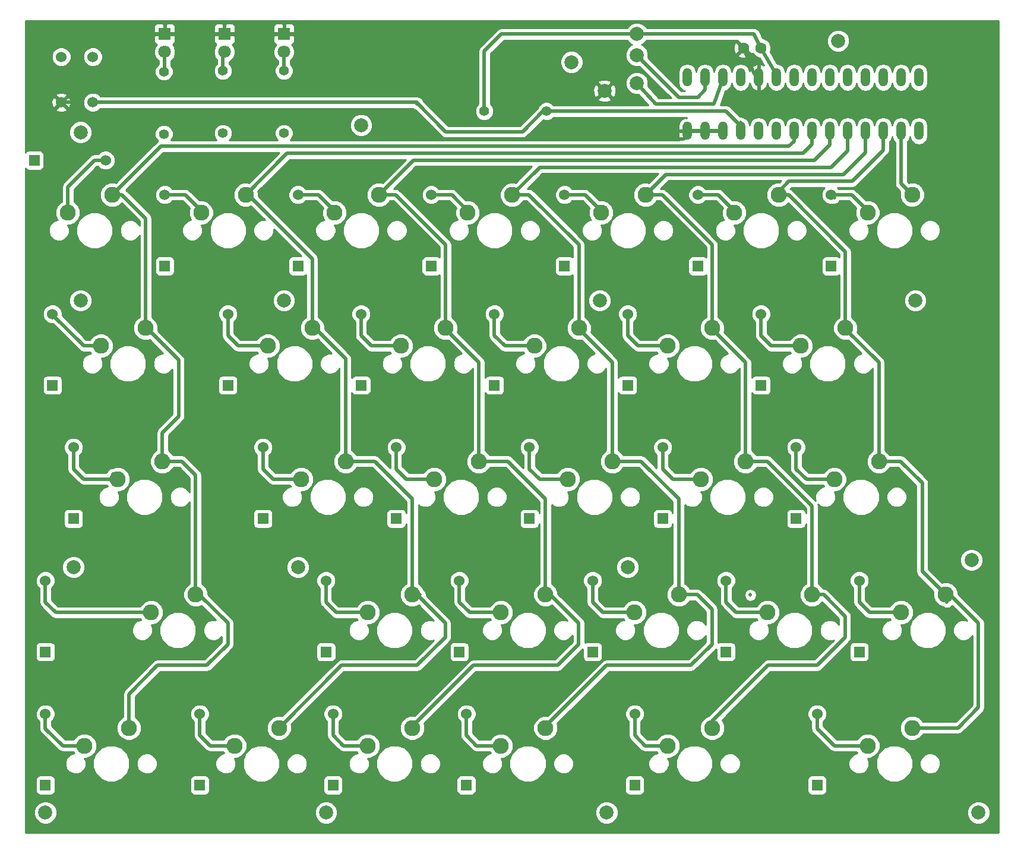
<source format=gbr>
G04 #@! TF.FileFunction,Copper,L2,Bot,Signal*
%FSLAX46Y46*%
G04 Gerber Fmt 4.6, Leading zero omitted, Abs format (unit mm)*
G04 Created by KiCad (PCBNEW 4.0.1-stable) date 2017/02/02 22:45:04*
%MOMM*%
G01*
G04 APERTURE LIST*
%ADD10C,0.100000*%
%ADD11C,2.000000*%
%ADD12R,1.524000X1.524000*%
%ADD13C,1.524000*%
%ADD14C,1.397000*%
%ADD15C,2.286000*%
%ADD16O,1.320800X2.641600*%
%ADD17C,1.600000*%
%ADD18R,1.800000X1.800000*%
%ADD19C,1.800000*%
%ADD20C,0.600000*%
%ADD21C,0.500000*%
%ADD22C,0.254000*%
G04 APERTURE END LIST*
D10*
D11*
X116000000Y-108000000D03*
D12*
X31420000Y-50000000D03*
D13*
X41580000Y-50000000D03*
D12*
X50000000Y-65080000D03*
D13*
X50000000Y-54920000D03*
D12*
X69000000Y-65080000D03*
D13*
X69000000Y-54920000D03*
D12*
X88000000Y-65080000D03*
D13*
X88000000Y-54920000D03*
D12*
X107000000Y-65080000D03*
D13*
X107000000Y-54920000D03*
D12*
X126000000Y-65080000D03*
D13*
X126000000Y-54920000D03*
D12*
X145000000Y-65080000D03*
D13*
X145000000Y-54920000D03*
D12*
X34000000Y-82080000D03*
D13*
X34000000Y-71920000D03*
D12*
X59000000Y-82080000D03*
D13*
X59000000Y-71920000D03*
D12*
X78000000Y-82080000D03*
D13*
X78000000Y-71920000D03*
D12*
X97000000Y-82080000D03*
D13*
X97000000Y-71920000D03*
D12*
X116000000Y-82080000D03*
D13*
X116000000Y-71920000D03*
D12*
X135000000Y-82080000D03*
D13*
X135000000Y-71920000D03*
D12*
X37000000Y-101080000D03*
D13*
X37000000Y-90920000D03*
D12*
X64000000Y-101080000D03*
D13*
X64000000Y-90920000D03*
D12*
X83000000Y-101080000D03*
D13*
X83000000Y-90920000D03*
D12*
X102000000Y-101080000D03*
D13*
X102000000Y-90920000D03*
D12*
X121000000Y-101080000D03*
D13*
X121000000Y-90920000D03*
D12*
X140000000Y-101080000D03*
D13*
X140000000Y-90920000D03*
D12*
X33000000Y-120080000D03*
D13*
X33000000Y-109920000D03*
D12*
X73000000Y-120080000D03*
D13*
X73000000Y-109920000D03*
D12*
X92000000Y-120080000D03*
D13*
X92000000Y-109920000D03*
D12*
X111000000Y-120080000D03*
D13*
X111000000Y-109920000D03*
D12*
X130000000Y-120080000D03*
D13*
X130000000Y-109920000D03*
D12*
X149000000Y-120080000D03*
D13*
X149000000Y-109920000D03*
D12*
X33000000Y-139080000D03*
D13*
X33000000Y-128920000D03*
D12*
X55000000Y-139080000D03*
D13*
X55000000Y-128920000D03*
D12*
X74000000Y-139080000D03*
D13*
X74000000Y-128920000D03*
D12*
X93000000Y-139080000D03*
D13*
X93000000Y-128920000D03*
D12*
X117000000Y-139080000D03*
D13*
X117000000Y-128920000D03*
D12*
X143000000Y-139080000D03*
D13*
X143000000Y-128920000D03*
D11*
X117300000Y-32000000D03*
X117300000Y-35000000D03*
X112700000Y-40100000D03*
X117300000Y-39000000D03*
D14*
X95555000Y-43000000D03*
X104445000Y-43000000D03*
X49900000Y-46245000D03*
X49900000Y-37355000D03*
X58300000Y-46145000D03*
X58300000Y-37255000D03*
X67000000Y-46145000D03*
X67000000Y-37255000D03*
D15*
X42540000Y-54920000D03*
X36190000Y-57460000D03*
X61540000Y-54920000D03*
X55190000Y-57460000D03*
X80540000Y-54920000D03*
X74190000Y-57460000D03*
X99540000Y-54920000D03*
X93190000Y-57460000D03*
X118540000Y-54920000D03*
X112190000Y-57460000D03*
X137540000Y-54920000D03*
X131190000Y-57460000D03*
X156540000Y-54920000D03*
X150190000Y-57460000D03*
X47290000Y-73920000D03*
X40940000Y-76460000D03*
X71040000Y-73920000D03*
X64690000Y-76460000D03*
X90040000Y-73920000D03*
X83690000Y-76460000D03*
X109040000Y-73920000D03*
X102690000Y-76460000D03*
X128040000Y-73920000D03*
X121690000Y-76460000D03*
X147040000Y-73920000D03*
X140690000Y-76460000D03*
X49665000Y-92920000D03*
X43315000Y-95460000D03*
X75790000Y-92920000D03*
X69440000Y-95460000D03*
X94790000Y-92920000D03*
X88440000Y-95460000D03*
X113790000Y-92920000D03*
X107440000Y-95460000D03*
X132790000Y-92920000D03*
X126440000Y-95460000D03*
X151790000Y-92920000D03*
X145440000Y-95460000D03*
X54415000Y-111920000D03*
X48065000Y-114460000D03*
X85290000Y-111920000D03*
X78940000Y-114460000D03*
X104290000Y-111920000D03*
X97940000Y-114460000D03*
X123290000Y-111920000D03*
X116940000Y-114460000D03*
X142290000Y-111920000D03*
X135940000Y-114460000D03*
X161290000Y-111920000D03*
X154940000Y-114460000D03*
X66290000Y-130920000D03*
X59940000Y-133460000D03*
X85290000Y-130920000D03*
X78940000Y-133460000D03*
D16*
X157510000Y-38190000D03*
X154970000Y-38190000D03*
X152430000Y-38190000D03*
X149890000Y-38190000D03*
X147350000Y-38190000D03*
X144810000Y-38190000D03*
X142270000Y-38190000D03*
X139730000Y-38190000D03*
X137190000Y-38190000D03*
X134650000Y-38190000D03*
X132110000Y-38190000D03*
X129570000Y-38190000D03*
X127030000Y-38190000D03*
X124490000Y-38190000D03*
X124490000Y-45810000D03*
X127030000Y-45810000D03*
X129570000Y-45810000D03*
X132110000Y-45810000D03*
X134650000Y-45810000D03*
X137190000Y-45810000D03*
X139730000Y-45810000D03*
X142270000Y-45810000D03*
X144810000Y-45810000D03*
X147350000Y-45810000D03*
X149890000Y-45810000D03*
X152430000Y-45810000D03*
X154970000Y-45810000D03*
X157510000Y-45810000D03*
D17*
X135000000Y-34000000D03*
X132500000Y-34000000D03*
D18*
X50000000Y-32000000D03*
D19*
X50000000Y-34540000D03*
D18*
X58500000Y-32000000D03*
D19*
X58500000Y-34540000D03*
D18*
X67000000Y-32000000D03*
D19*
X67000000Y-34540000D03*
D13*
X39750000Y-41750000D03*
X35250000Y-41750000D03*
X35250000Y-35250000D03*
X39750000Y-35250000D03*
D15*
X44915000Y-130920000D03*
X38565000Y-133460000D03*
X104290000Y-130920000D03*
X97940000Y-133460000D03*
X128040000Y-130920000D03*
X121690000Y-133460000D03*
X156540000Y-130920000D03*
X150190000Y-133460000D03*
D11*
X157000000Y-70000000D03*
X67000000Y-70000000D03*
X112000000Y-70000000D03*
X69000000Y-108000000D03*
X165000000Y-107000000D03*
X73000000Y-143000000D03*
X166000000Y-143000000D03*
X78000000Y-45000000D03*
X38000000Y-46000000D03*
X33000000Y-143000000D03*
X37000000Y-108000000D03*
X38000000Y-70000000D03*
X108000000Y-36000000D03*
X146000000Y-33000000D03*
X113000000Y-143000000D03*
D20*
X83000000Y-32000000D03*
X111000000Y-47000000D03*
D21*
X133500000Y-111920000D02*
X133500000Y-112000000D01*
X133500000Y-112000000D02*
X133500000Y-111920000D01*
X41580000Y-50000000D02*
X40000000Y-50000000D01*
X36190000Y-53810000D02*
X36190000Y-57460000D01*
X40000000Y-50000000D02*
X36190000Y-53810000D01*
X35950000Y-57220000D02*
X36190000Y-57460000D01*
X50000000Y-54920000D02*
X52920000Y-54920000D01*
X52920000Y-54920000D02*
X55190000Y-57190000D01*
X55190000Y-57190000D02*
X55190000Y-57460000D01*
X50140000Y-55060000D02*
X50000000Y-54920000D01*
X69000000Y-54920000D02*
X71920000Y-54920000D01*
X71920000Y-54920000D02*
X74190000Y-57190000D01*
X74190000Y-57190000D02*
X74190000Y-57460000D01*
X69060000Y-54860000D02*
X69000000Y-54920000D01*
X88000000Y-54920000D02*
X90920000Y-54920000D01*
X90920000Y-54920000D02*
X93190000Y-57190000D01*
X93190000Y-57190000D02*
X93190000Y-57460000D01*
X88040000Y-54960000D02*
X88000000Y-54920000D01*
X107000000Y-54920000D02*
X109920000Y-54920000D01*
X109920000Y-54920000D02*
X112190000Y-57190000D01*
X112190000Y-57190000D02*
X112190000Y-57460000D01*
X111950000Y-57220000D02*
X112190000Y-57460000D01*
X126000000Y-54920000D02*
X128920000Y-54920000D01*
X128920000Y-54920000D02*
X131190000Y-57190000D01*
X131190000Y-57190000D02*
X131190000Y-57460000D01*
X131130000Y-57520000D02*
X131190000Y-57460000D01*
X145000000Y-54920000D02*
X147920000Y-54920000D01*
X147920000Y-54920000D02*
X150190000Y-57190000D01*
X150190000Y-57190000D02*
X150190000Y-57460000D01*
X145440000Y-55360000D02*
X145000000Y-54920000D01*
X34000000Y-71920000D02*
X34000000Y-72000000D01*
X34000000Y-72000000D02*
X38460000Y-76460000D01*
X38460000Y-76460000D02*
X40940000Y-76460000D01*
X40900000Y-76420000D02*
X40940000Y-76460000D01*
X59000000Y-71920000D02*
X59000000Y-75000000D01*
X60460000Y-76460000D02*
X64690000Y-76460000D01*
X59000000Y-75000000D02*
X60460000Y-76460000D01*
X64550000Y-76320000D02*
X64690000Y-76460000D01*
X78000000Y-71920000D02*
X78000000Y-75000000D01*
X79460000Y-76460000D02*
X83690000Y-76460000D01*
X78000000Y-75000000D02*
X79460000Y-76460000D01*
X83450000Y-76220000D02*
X83690000Y-76460000D01*
X97000000Y-71920000D02*
X97000000Y-75000000D01*
X98460000Y-76460000D02*
X102690000Y-76460000D01*
X97000000Y-75000000D02*
X98460000Y-76460000D01*
X97340000Y-72260000D02*
X97000000Y-71920000D01*
X116000000Y-71920000D02*
X116000000Y-75000000D01*
X117460000Y-76460000D02*
X121690000Y-76460000D01*
X116000000Y-75000000D02*
X117460000Y-76460000D01*
X121450000Y-76220000D02*
X121690000Y-76460000D01*
X135000000Y-71920000D02*
X135000000Y-75000000D01*
X136460000Y-76460000D02*
X140690000Y-76460000D01*
X135000000Y-75000000D02*
X136460000Y-76460000D01*
X135340000Y-72260000D02*
X135000000Y-71920000D01*
X37000000Y-90920000D02*
X37000000Y-94000000D01*
X38460000Y-95460000D02*
X43315000Y-95460000D01*
X37000000Y-94000000D02*
X38460000Y-95460000D01*
X42575000Y-94720000D02*
X43315000Y-95460000D01*
X64000000Y-90920000D02*
X64000000Y-94000000D01*
X65460000Y-95460000D02*
X69440000Y-95460000D01*
X64000000Y-94000000D02*
X65460000Y-95460000D01*
X69200000Y-95220000D02*
X69440000Y-95460000D01*
X83000000Y-90920000D02*
X83000000Y-94000000D01*
X84460000Y-95460000D02*
X88440000Y-95460000D01*
X83000000Y-94000000D02*
X84460000Y-95460000D01*
X83240000Y-91160000D02*
X83000000Y-90920000D01*
X102000000Y-90920000D02*
X102000000Y-94000000D01*
X103460000Y-95460000D02*
X107440000Y-95460000D01*
X102000000Y-94000000D02*
X103460000Y-95460000D01*
X102240000Y-91160000D02*
X102000000Y-90920000D01*
X121000000Y-90920000D02*
X121000000Y-94000000D01*
X122460000Y-95460000D02*
X126440000Y-95460000D01*
X121000000Y-94000000D02*
X122460000Y-95460000D01*
X121240000Y-91160000D02*
X121000000Y-90920000D01*
X140000000Y-90920000D02*
X140000000Y-94000000D01*
X141460000Y-95460000D02*
X145440000Y-95460000D01*
X140000000Y-94000000D02*
X141460000Y-95460000D01*
X145300000Y-95320000D02*
X145440000Y-95460000D01*
X33000000Y-109920000D02*
X33000000Y-113000000D01*
X34460000Y-114460000D02*
X48065000Y-114460000D01*
X33000000Y-113000000D02*
X34460000Y-114460000D01*
X47625000Y-114020000D02*
X48065000Y-114460000D01*
X73000000Y-109920000D02*
X73000000Y-113000000D01*
X74460000Y-114460000D02*
X78940000Y-114460000D01*
X73000000Y-113000000D02*
X74460000Y-114460000D01*
X73240000Y-110160000D02*
X73000000Y-109920000D01*
X92000000Y-109920000D02*
X92000000Y-113000000D01*
X93460000Y-114460000D02*
X97940000Y-114460000D01*
X92000000Y-113000000D02*
X93460000Y-114460000D01*
X97500000Y-114020000D02*
X97940000Y-114460000D01*
X111000000Y-109920000D02*
X111000000Y-113000000D01*
X112460000Y-114460000D02*
X116940000Y-114460000D01*
X111000000Y-113000000D02*
X112460000Y-114460000D01*
X116780000Y-114620000D02*
X116940000Y-114460000D01*
X130000000Y-109920000D02*
X130000000Y-113000000D01*
X131460000Y-114460000D02*
X135940000Y-114460000D01*
X130000000Y-113000000D02*
X131460000Y-114460000D01*
X135700000Y-114220000D02*
X135940000Y-114460000D01*
X149000000Y-109920000D02*
X149000000Y-113000000D01*
X150460000Y-114460000D02*
X154940000Y-114460000D01*
X149000000Y-113000000D02*
X150460000Y-114460000D01*
X154900000Y-114420000D02*
X154940000Y-114460000D01*
X33000000Y-128920000D02*
X33000000Y-131000000D01*
X35460000Y-133460000D02*
X38565000Y-133460000D01*
X33000000Y-131000000D02*
X35460000Y-133460000D01*
X38325000Y-133220000D02*
X38565000Y-133460000D01*
X55000000Y-128920000D02*
X55000000Y-132000000D01*
X56460000Y-133460000D02*
X59940000Y-133460000D01*
X55000000Y-132000000D02*
X56460000Y-133460000D01*
X55000000Y-128920000D02*
X55400000Y-128920000D01*
X59300000Y-132820000D02*
X59940000Y-133460000D01*
X74000000Y-128920000D02*
X74000000Y-132000000D01*
X75460000Y-133460000D02*
X78940000Y-133460000D01*
X74000000Y-132000000D02*
X75460000Y-133460000D01*
X78700000Y-133220000D02*
X78940000Y-133460000D01*
X93000000Y-128920000D02*
X93000000Y-132000000D01*
X94460000Y-133460000D02*
X97940000Y-133460000D01*
X93000000Y-132000000D02*
X94460000Y-133460000D01*
X97300000Y-132820000D02*
X97940000Y-133460000D01*
X117000000Y-128920000D02*
X117000000Y-132000000D01*
X118460000Y-133460000D02*
X121690000Y-133460000D01*
X117000000Y-132000000D02*
X118460000Y-133460000D01*
X117240000Y-129160000D02*
X117000000Y-128920000D01*
X143000000Y-128920000D02*
X143000000Y-131000000D01*
X145460000Y-133460000D02*
X150190000Y-133460000D01*
X143000000Y-131000000D02*
X145460000Y-133460000D01*
X117300000Y-32000000D02*
X98000000Y-32000000D01*
X95555000Y-34445000D02*
X95555000Y-43000000D01*
X98000000Y-32000000D02*
X95555000Y-34445000D01*
X135000000Y-34000000D02*
X134000000Y-32000000D01*
X135000000Y-34000000D02*
X137000000Y-37500000D01*
X137000000Y-37500000D02*
X137190000Y-38190000D01*
X117300000Y-32000000D02*
X119000000Y-32000000D01*
X117300000Y-32000000D02*
X134000000Y-32000000D01*
X117300000Y-32000000D02*
X117300000Y-31700000D01*
X135000000Y-34000000D02*
X135000000Y-34500000D01*
X127030000Y-38190000D02*
X127030000Y-39970000D01*
X123300000Y-41000000D02*
X117300000Y-35000000D01*
X126000000Y-41000000D02*
X123300000Y-41000000D01*
X127030000Y-39970000D02*
X126000000Y-41000000D01*
X127030000Y-38190000D02*
X127030000Y-38030000D01*
X117300000Y-35000000D02*
X118000000Y-35000000D01*
X132500000Y-34000000D02*
X134000000Y-37540000D01*
X134000000Y-37540000D02*
X134650000Y-38190000D01*
X67000000Y-32000000D02*
X83000000Y-32000000D01*
X112700000Y-40100000D02*
X112700000Y-40700000D01*
X50000000Y-32000000D02*
X58500000Y-32000000D01*
X50000000Y-32000000D02*
X46500000Y-32000000D01*
X36750000Y-41750000D02*
X35250000Y-41750000D01*
X46500000Y-32000000D02*
X36750000Y-41750000D01*
X124490000Y-45810000D02*
X125190000Y-45810000D01*
X124000000Y-47000000D02*
X111000000Y-47000000D01*
X125190000Y-45810000D02*
X124000000Y-47000000D01*
X129570000Y-45810000D02*
X127030000Y-45810000D01*
X127030000Y-45810000D02*
X124490000Y-45810000D01*
X134650000Y-39350000D02*
X134650000Y-38190000D01*
X58500000Y-32000000D02*
X67000000Y-32000000D01*
X129570000Y-38190000D02*
X129570000Y-38430000D01*
X129570000Y-38430000D02*
X128300002Y-42000000D01*
X128300002Y-42000000D02*
X119999998Y-42000000D01*
X119999998Y-42000000D02*
X117300000Y-39000000D01*
X50000000Y-34540000D02*
X50000000Y-37255000D01*
X50000000Y-37255000D02*
X49900000Y-37355000D01*
X58300000Y-37255000D02*
X58300000Y-34740000D01*
X58300000Y-34740000D02*
X58500000Y-34540000D01*
X67000000Y-34540000D02*
X67000000Y-37255000D01*
X54415000Y-111920000D02*
X54920000Y-111920000D01*
X54920000Y-111920000D02*
X59000000Y-116000000D01*
X44915000Y-126085000D02*
X44915000Y-130920000D01*
X49000000Y-122000000D02*
X44915000Y-126085000D01*
X56000000Y-122000000D02*
X49000000Y-122000000D01*
X59000000Y-119000000D02*
X56000000Y-122000000D01*
X59000000Y-116000000D02*
X59000000Y-119000000D01*
X139000000Y-48000000D02*
X49460000Y-48000000D01*
X139730000Y-47270000D02*
X139000000Y-48000000D01*
X139730000Y-45810000D02*
X139730000Y-47270000D01*
X49460000Y-48000000D02*
X42540000Y-54920000D01*
X47290000Y-73920000D02*
X47420000Y-73920000D01*
X47420000Y-73920000D02*
X52000000Y-78500000D01*
X49665000Y-88835000D02*
X49665000Y-92920000D01*
X52000000Y-86500000D02*
X49665000Y-88835000D01*
X52000000Y-78500000D02*
X52000000Y-86500000D01*
X42540000Y-54920000D02*
X43920000Y-54920000D01*
X47290000Y-58290000D02*
X47290000Y-73920000D01*
X43920000Y-54920000D02*
X47290000Y-58290000D01*
X48960000Y-48500000D02*
X42540000Y-54920000D01*
X47290000Y-73920000D02*
X47290000Y-72790000D01*
X43000000Y-55380000D02*
X42540000Y-54920000D01*
X48000000Y-74630000D02*
X47290000Y-73920000D01*
X49665000Y-92920000D02*
X52420000Y-92920000D01*
X54415000Y-94915000D02*
X54415000Y-111920000D01*
X52420000Y-92920000D02*
X54415000Y-94915000D01*
X55000000Y-112505000D02*
X54415000Y-111920000D01*
X85290000Y-111920000D02*
X85290000Y-98290000D01*
X79920000Y-92920000D02*
X75790000Y-92920000D01*
X85290000Y-98290000D02*
X79920000Y-92920000D01*
X71040000Y-73920000D02*
X71040000Y-64040000D01*
X71040000Y-64040000D02*
X61920000Y-54920000D01*
X61920000Y-54920000D02*
X61540000Y-54920000D01*
X85290000Y-111920000D02*
X85920000Y-111920000D01*
X85920000Y-111920000D02*
X90000000Y-116000000D01*
X75210000Y-122000000D02*
X66290000Y-130920000D01*
X86000000Y-122000000D02*
X75210000Y-122000000D01*
X90000000Y-118000000D02*
X86000000Y-122000000D01*
X90000000Y-116000000D02*
X90000000Y-118000000D01*
X142270000Y-45810000D02*
X142270000Y-47730000D01*
X67460000Y-49000000D02*
X61540000Y-54920000D01*
X141000000Y-49000000D02*
X67460000Y-49000000D01*
X142270000Y-47730000D02*
X141000000Y-49000000D01*
X71040000Y-73920000D02*
X71420000Y-73920000D01*
X71420000Y-73920000D02*
X75790000Y-78290000D01*
X75790000Y-78290000D02*
X75790000Y-92920000D01*
X61540000Y-54920000D02*
X61920000Y-54920000D01*
X75790000Y-92920000D02*
X75790000Y-93290000D01*
X85290000Y-111920000D02*
X86420000Y-111920000D01*
X142270000Y-45810000D02*
X142270000Y-46730000D01*
X75790000Y-92920000D02*
X75920000Y-92920000D01*
X75920000Y-92920000D02*
X76500000Y-93500000D01*
X71420000Y-73920000D02*
X71500000Y-74000000D01*
X75420000Y-92920000D02*
X75790000Y-92920000D01*
X61540000Y-54920000D02*
X61540000Y-55540000D01*
X104290000Y-111920000D02*
X104290000Y-98290000D01*
X98920000Y-92920000D02*
X94790000Y-92920000D01*
X104290000Y-98290000D02*
X98920000Y-92920000D01*
X80540000Y-54920000D02*
X82920000Y-54920000D01*
X90040000Y-62040000D02*
X90040000Y-73920000D01*
X82920000Y-54920000D02*
X90040000Y-62040000D01*
X104290000Y-111920000D02*
X104920000Y-111920000D01*
X104920000Y-111920000D02*
X109000000Y-116000000D01*
X94000000Y-122000000D02*
X85290000Y-130710000D01*
X106000000Y-122000000D02*
X94000000Y-122000000D01*
X109000000Y-119000000D02*
X106000000Y-122000000D01*
X109000000Y-116000000D02*
X109000000Y-119000000D01*
X85290000Y-130710000D02*
X85290000Y-130920000D01*
X144810000Y-45810000D02*
X144810000Y-47810000D01*
X85460000Y-50000000D02*
X80540000Y-54920000D01*
X142620000Y-50000000D02*
X85460000Y-50000000D01*
X144810000Y-47810000D02*
X142620000Y-50000000D01*
X90040000Y-73920000D02*
X90040000Y-74040000D01*
X90040000Y-74040000D02*
X94790000Y-78790000D01*
X94790000Y-78790000D02*
X94790000Y-92920000D01*
X80540000Y-54920000D02*
X80540000Y-55040000D01*
X104290000Y-111920000D02*
X104420000Y-111920000D01*
X104290000Y-111920000D02*
X104290000Y-112290000D01*
X104290000Y-112290000D02*
X104500000Y-112500000D01*
X80540000Y-54920000D02*
X80540000Y-55540000D01*
X90040000Y-74040000D02*
X90500000Y-74500000D01*
X94790000Y-92920000D02*
X94920000Y-92920000D01*
X94920000Y-92920000D02*
X95500000Y-93500000D01*
X123290000Y-111920000D02*
X123290000Y-98290000D01*
X117920000Y-92920000D02*
X113790000Y-92920000D01*
X123290000Y-98290000D02*
X117920000Y-92920000D01*
X109040000Y-73920000D02*
X109040000Y-62040000D01*
X101920000Y-54920000D02*
X99540000Y-54920000D01*
X109040000Y-62040000D02*
X101920000Y-54920000D01*
X123290000Y-111920000D02*
X125920000Y-111920000D01*
X113000000Y-122000000D02*
X104290000Y-130710000D01*
X118000000Y-122000000D02*
X113000000Y-122000000D01*
X125000000Y-122000000D02*
X118000000Y-122000000D01*
X128000000Y-119000000D02*
X125000000Y-122000000D01*
X128000000Y-114000000D02*
X128000000Y-119000000D01*
X125920000Y-111920000D02*
X128000000Y-114000000D01*
X104290000Y-130710000D02*
X104290000Y-130920000D01*
X147350000Y-45810000D02*
X147350000Y-48650000D01*
X147350000Y-48650000D02*
X145000000Y-51000000D01*
X145000000Y-51000000D02*
X103460000Y-51000000D01*
X103460000Y-51000000D02*
X99540000Y-54920000D01*
X109040000Y-73920000D02*
X109040000Y-74040000D01*
X109040000Y-74040000D02*
X113790000Y-78790000D01*
X113790000Y-78790000D02*
X113790000Y-92920000D01*
X99540000Y-54920000D02*
X99540000Y-55040000D01*
X113790000Y-92920000D02*
X113920000Y-92920000D01*
X123290000Y-111920000D02*
X124420000Y-111920000D01*
X104370000Y-131000000D02*
X104290000Y-130920000D01*
X99580000Y-54920000D02*
X99540000Y-54920000D01*
X113920000Y-92920000D02*
X114500000Y-93500000D01*
X109040000Y-73920000D02*
X109040000Y-74540000D01*
X113420000Y-92920000D02*
X113790000Y-92920000D01*
X99540000Y-54920000D02*
X99920000Y-54920000D01*
X99920000Y-54920000D02*
X100000000Y-55000000D01*
X142290000Y-111920000D02*
X142290000Y-99290000D01*
X135920000Y-92920000D02*
X132790000Y-92920000D01*
X142290000Y-99290000D02*
X135920000Y-92920000D01*
X128040000Y-73920000D02*
X128040000Y-62040000D01*
X120920000Y-54920000D02*
X118540000Y-54920000D01*
X128040000Y-62040000D02*
X120920000Y-54920000D01*
X128040000Y-130920000D02*
X128040000Y-129960000D01*
X128040000Y-129960000D02*
X136000000Y-122000000D01*
X136000000Y-122000000D02*
X143000000Y-122000000D01*
X143000000Y-122000000D02*
X147000000Y-118000000D01*
X147000000Y-118000000D02*
X147000000Y-115000000D01*
X147000000Y-115000000D02*
X143920000Y-111920000D01*
X143920000Y-111920000D02*
X142290000Y-111920000D01*
X149890000Y-45810000D02*
X149890000Y-48890000D01*
X149890000Y-48890000D02*
X146780000Y-52000000D01*
X146780000Y-52000000D02*
X121460000Y-52000000D01*
X121460000Y-52000000D02*
X118540000Y-54920000D01*
X128040000Y-73920000D02*
X128040000Y-74040000D01*
X128040000Y-74040000D02*
X132790000Y-78790000D01*
X132790000Y-78790000D02*
X132790000Y-92920000D01*
X118540000Y-54920000D02*
X118920000Y-54920000D01*
X142290000Y-111920000D02*
X142920000Y-111920000D01*
X132790000Y-92920000D02*
X133420000Y-92920000D01*
X118540000Y-54920000D02*
X118540000Y-55540000D01*
X133420000Y-92920000D02*
X133500000Y-93000000D01*
X147040000Y-73920000D02*
X147040000Y-63040000D01*
X138920000Y-54920000D02*
X137540000Y-54920000D01*
X147040000Y-63040000D02*
X138920000Y-54920000D01*
X161290000Y-111920000D02*
X161920000Y-111920000D01*
X161920000Y-111920000D02*
X166000000Y-116000000D01*
X163080000Y-130920000D02*
X156540000Y-130920000D01*
X166000000Y-128000000D02*
X163080000Y-130920000D01*
X166000000Y-116000000D02*
X166000000Y-128000000D01*
X137540000Y-54920000D02*
X137540000Y-54460000D01*
X137540000Y-54460000D02*
X139000000Y-53000000D01*
X152430000Y-48570000D02*
X152430000Y-45810000D01*
X148000000Y-53000000D02*
X152430000Y-48570000D01*
X139000000Y-53000000D02*
X148000000Y-53000000D01*
X137620000Y-55000000D02*
X137540000Y-54920000D01*
X147040000Y-73920000D02*
X147040000Y-74040000D01*
X147040000Y-74040000D02*
X151790000Y-78790000D01*
X151790000Y-78790000D02*
X151790000Y-92920000D01*
X137540000Y-54920000D02*
X137540000Y-55040000D01*
X161290000Y-111920000D02*
X161420000Y-111920000D01*
X137960000Y-54500000D02*
X137540000Y-54920000D01*
X137960000Y-54500000D02*
X137540000Y-54920000D01*
X137540000Y-54920000D02*
X137920000Y-54920000D01*
X137920000Y-54920000D02*
X138000000Y-55000000D01*
X151790000Y-92920000D02*
X154920000Y-92920000D01*
X158000000Y-108630000D02*
X161290000Y-111920000D01*
X158000000Y-96000000D02*
X158000000Y-108630000D01*
X154920000Y-92920000D02*
X158000000Y-96000000D01*
X161290000Y-111920000D02*
X161290000Y-112790000D01*
X161290000Y-112790000D02*
X161500000Y-113000000D01*
X154970000Y-45810000D02*
X154970000Y-53350000D01*
X154970000Y-53350000D02*
X156540000Y-54920000D01*
X156580000Y-54920000D02*
X156540000Y-54920000D01*
X100000000Y-45945000D02*
X90055000Y-45945000D01*
X86000000Y-42000000D02*
X86000000Y-41750000D01*
X85860000Y-41860000D02*
X86000000Y-42000000D01*
X85860000Y-41750000D02*
X85860000Y-41860000D01*
X90055000Y-45945000D02*
X85860000Y-41750000D01*
X132110000Y-45810000D02*
X132110000Y-45110000D01*
X132110000Y-45110000D02*
X130000000Y-43000000D01*
X103945000Y-43000000D02*
X101000000Y-45945000D01*
X130000000Y-43000000D02*
X103945000Y-43000000D01*
X39750000Y-41750000D02*
X86000000Y-41750000D01*
X99945000Y-45945000D02*
X100000000Y-45945000D01*
X100000000Y-45945000D02*
X101000000Y-45945000D01*
X132110000Y-45810000D02*
X132110000Y-44610000D01*
X132110000Y-45810000D02*
X132110000Y-45610000D01*
D22*
G36*
X168873000Y-145873000D02*
X30127000Y-145873000D01*
X30127000Y-143323795D01*
X31364716Y-143323795D01*
X31613106Y-143924943D01*
X32072637Y-144385278D01*
X32673352Y-144634716D01*
X33323795Y-144635284D01*
X33924943Y-144386894D01*
X34385278Y-143927363D01*
X34634716Y-143326648D01*
X34634718Y-143323795D01*
X71364716Y-143323795D01*
X71613106Y-143924943D01*
X72072637Y-144385278D01*
X72673352Y-144634716D01*
X73323795Y-144635284D01*
X73924943Y-144386894D01*
X74385278Y-143927363D01*
X74634716Y-143326648D01*
X74634718Y-143323795D01*
X111364716Y-143323795D01*
X111613106Y-143924943D01*
X112072637Y-144385278D01*
X112673352Y-144634716D01*
X113323795Y-144635284D01*
X113924943Y-144386894D01*
X114385278Y-143927363D01*
X114634716Y-143326648D01*
X114634718Y-143323795D01*
X164364716Y-143323795D01*
X164613106Y-143924943D01*
X165072637Y-144385278D01*
X165673352Y-144634716D01*
X166323795Y-144635284D01*
X166924943Y-144386894D01*
X167385278Y-143927363D01*
X167634716Y-143326648D01*
X167635284Y-142676205D01*
X167386894Y-142075057D01*
X166927363Y-141614722D01*
X166326648Y-141365284D01*
X165676205Y-141364716D01*
X165075057Y-141613106D01*
X164614722Y-142072637D01*
X164365284Y-142673352D01*
X164364716Y-143323795D01*
X114634718Y-143323795D01*
X114635284Y-142676205D01*
X114386894Y-142075057D01*
X113927363Y-141614722D01*
X113326648Y-141365284D01*
X112676205Y-141364716D01*
X112075057Y-141613106D01*
X111614722Y-142072637D01*
X111365284Y-142673352D01*
X111364716Y-143323795D01*
X74634718Y-143323795D01*
X74635284Y-142676205D01*
X74386894Y-142075057D01*
X73927363Y-141614722D01*
X73326648Y-141365284D01*
X72676205Y-141364716D01*
X72075057Y-141613106D01*
X71614722Y-142072637D01*
X71365284Y-142673352D01*
X71364716Y-143323795D01*
X34634718Y-143323795D01*
X34635284Y-142676205D01*
X34386894Y-142075057D01*
X33927363Y-141614722D01*
X33326648Y-141365284D01*
X32676205Y-141364716D01*
X32075057Y-141613106D01*
X31614722Y-142072637D01*
X31365284Y-142673352D01*
X31364716Y-143323795D01*
X30127000Y-143323795D01*
X30127000Y-138318000D01*
X31590560Y-138318000D01*
X31590560Y-139842000D01*
X31634838Y-140077317D01*
X31773910Y-140293441D01*
X31986110Y-140438431D01*
X32238000Y-140489440D01*
X33762000Y-140489440D01*
X33997317Y-140445162D01*
X34213441Y-140306090D01*
X34358431Y-140093890D01*
X34409440Y-139842000D01*
X34409440Y-138318000D01*
X34365162Y-138082683D01*
X34226090Y-137866559D01*
X34013890Y-137721569D01*
X33762000Y-137670560D01*
X32238000Y-137670560D01*
X32002683Y-137714838D01*
X31786559Y-137853910D01*
X31641569Y-138066110D01*
X31590560Y-138318000D01*
X30127000Y-138318000D01*
X30127000Y-129196661D01*
X31602758Y-129196661D01*
X31814990Y-129710303D01*
X32115000Y-130010837D01*
X32115000Y-130999995D01*
X32114999Y-131000000D01*
X32151275Y-131182367D01*
X32182367Y-131338675D01*
X32206111Y-131374210D01*
X32374210Y-131625790D01*
X34834208Y-134085787D01*
X34834210Y-134085790D01*
X35121325Y-134277633D01*
X35460000Y-134345000D01*
X37006876Y-134345000D01*
X37056806Y-134465840D01*
X37104815Y-134513933D01*
X37000733Y-134513842D01*
X36454405Y-134739580D01*
X36036049Y-135157206D01*
X35809358Y-135703139D01*
X35808842Y-136294267D01*
X36034580Y-136840595D01*
X36452206Y-137258951D01*
X36998139Y-137485642D01*
X37589267Y-137486158D01*
X38135595Y-137260420D01*
X38553951Y-136842794D01*
X38687726Y-136520626D01*
X39745645Y-136520626D01*
X40145028Y-137487207D01*
X40883904Y-138227373D01*
X41849785Y-138628442D01*
X42895626Y-138629355D01*
X43649162Y-138318000D01*
X53590560Y-138318000D01*
X53590560Y-139842000D01*
X53634838Y-140077317D01*
X53773910Y-140293441D01*
X53986110Y-140438431D01*
X54238000Y-140489440D01*
X55762000Y-140489440D01*
X55997317Y-140445162D01*
X56213441Y-140306090D01*
X56358431Y-140093890D01*
X56409440Y-139842000D01*
X56409440Y-138318000D01*
X56365162Y-138082683D01*
X56226090Y-137866559D01*
X56013890Y-137721569D01*
X55762000Y-137670560D01*
X54238000Y-137670560D01*
X54002683Y-137714838D01*
X53786559Y-137853910D01*
X53641569Y-138066110D01*
X53590560Y-138318000D01*
X43649162Y-138318000D01*
X43862207Y-138229972D01*
X44602373Y-137491096D01*
X45003442Y-136525215D01*
X45003643Y-136294267D01*
X45968842Y-136294267D01*
X46194580Y-136840595D01*
X46612206Y-137258951D01*
X47158139Y-137485642D01*
X47749267Y-137486158D01*
X48295595Y-137260420D01*
X48713951Y-136842794D01*
X48940642Y-136296861D01*
X48941158Y-135705733D01*
X48715420Y-135159405D01*
X48297794Y-134741049D01*
X47751861Y-134514358D01*
X47160733Y-134513842D01*
X46614405Y-134739580D01*
X46196049Y-135157206D01*
X45969358Y-135703139D01*
X45968842Y-136294267D01*
X45003643Y-136294267D01*
X45004355Y-135479374D01*
X44604972Y-134512793D01*
X43866096Y-133772627D01*
X42900215Y-133371558D01*
X41854374Y-133370645D01*
X40887793Y-133770028D01*
X40147627Y-134508904D01*
X39746558Y-135474785D01*
X39745645Y-136520626D01*
X38687726Y-136520626D01*
X38780642Y-136296861D01*
X38781158Y-135705733D01*
X38587903Y-135238021D01*
X38917114Y-135238308D01*
X39570840Y-134968194D01*
X40071436Y-134468471D01*
X40342691Y-133815218D01*
X40343308Y-133107886D01*
X40073194Y-132454160D01*
X39573471Y-131953564D01*
X38920218Y-131682309D01*
X38212886Y-131681692D01*
X37559160Y-131951806D01*
X37058564Y-132451529D01*
X37007294Y-132575000D01*
X35826579Y-132575000D01*
X33885000Y-130633420D01*
X33885000Y-130010478D01*
X34183629Y-129712370D01*
X34396757Y-129199100D01*
X34397242Y-128643339D01*
X34185010Y-128129697D01*
X33792370Y-127736371D01*
X33279100Y-127523243D01*
X32723339Y-127522758D01*
X32209697Y-127734990D01*
X31816371Y-128127630D01*
X31603243Y-128640900D01*
X31602758Y-129196661D01*
X30127000Y-129196661D01*
X30127000Y-119318000D01*
X31590560Y-119318000D01*
X31590560Y-120842000D01*
X31634838Y-121077317D01*
X31773910Y-121293441D01*
X31986110Y-121438431D01*
X32238000Y-121489440D01*
X33762000Y-121489440D01*
X33997317Y-121445162D01*
X34213441Y-121306090D01*
X34358431Y-121093890D01*
X34409440Y-120842000D01*
X34409440Y-119318000D01*
X34365162Y-119082683D01*
X34226090Y-118866559D01*
X34013890Y-118721569D01*
X33762000Y-118670560D01*
X32238000Y-118670560D01*
X32002683Y-118714838D01*
X31786559Y-118853910D01*
X31641569Y-119066110D01*
X31590560Y-119318000D01*
X30127000Y-119318000D01*
X30127000Y-110196661D01*
X31602758Y-110196661D01*
X31814990Y-110710303D01*
X32115000Y-111010837D01*
X32115000Y-112999995D01*
X32114999Y-113000000D01*
X32171190Y-113282484D01*
X32182367Y-113338675D01*
X32353109Y-113594210D01*
X32374210Y-113625790D01*
X33834208Y-115085787D01*
X33834210Y-115085790D01*
X34121325Y-115277633D01*
X34177516Y-115288810D01*
X34460000Y-115345001D01*
X34460005Y-115345000D01*
X46506876Y-115345000D01*
X46556806Y-115465840D01*
X46604815Y-115513933D01*
X46500733Y-115513842D01*
X45954405Y-115739580D01*
X45536049Y-116157206D01*
X45309358Y-116703139D01*
X45308842Y-117294267D01*
X45534580Y-117840595D01*
X45952206Y-118258951D01*
X46498139Y-118485642D01*
X47089267Y-118486158D01*
X47635595Y-118260420D01*
X48053951Y-117842794D01*
X48187726Y-117520626D01*
X49245645Y-117520626D01*
X49645028Y-118487207D01*
X50383904Y-119227373D01*
X51349785Y-119628442D01*
X52395626Y-119629355D01*
X53362207Y-119229972D01*
X54102373Y-118491096D01*
X54503442Y-117525215D01*
X54504355Y-116479374D01*
X54104972Y-115512793D01*
X53366096Y-114772627D01*
X52400215Y-114371558D01*
X51354374Y-114370645D01*
X50387793Y-114770028D01*
X49647627Y-115508904D01*
X49246558Y-116474785D01*
X49245645Y-117520626D01*
X48187726Y-117520626D01*
X48280642Y-117296861D01*
X48281158Y-116705733D01*
X48087903Y-116238021D01*
X48417114Y-116238308D01*
X49070840Y-115968194D01*
X49571436Y-115468471D01*
X49842691Y-114815218D01*
X49843308Y-114107886D01*
X49573194Y-113454160D01*
X49073471Y-112953564D01*
X48420218Y-112682309D01*
X47712886Y-112681692D01*
X47059160Y-112951806D01*
X46558564Y-113451529D01*
X46507294Y-113575000D01*
X34826579Y-113575000D01*
X33885000Y-112633420D01*
X33885000Y-111010478D01*
X34183629Y-110712370D01*
X34396757Y-110199100D01*
X34397242Y-109643339D01*
X34185010Y-109129697D01*
X33792370Y-108736371D01*
X33279100Y-108523243D01*
X32723339Y-108522758D01*
X32209697Y-108734990D01*
X31816371Y-109127630D01*
X31603243Y-109640900D01*
X31602758Y-110196661D01*
X30127000Y-110196661D01*
X30127000Y-108323795D01*
X35364716Y-108323795D01*
X35613106Y-108924943D01*
X36072637Y-109385278D01*
X36673352Y-109634716D01*
X37323795Y-109635284D01*
X37924943Y-109386894D01*
X38385278Y-108927363D01*
X38634716Y-108326648D01*
X38635284Y-107676205D01*
X38386894Y-107075057D01*
X37927363Y-106614722D01*
X37326648Y-106365284D01*
X36676205Y-106364716D01*
X36075057Y-106613106D01*
X35614722Y-107072637D01*
X35365284Y-107673352D01*
X35364716Y-108323795D01*
X30127000Y-108323795D01*
X30127000Y-100318000D01*
X35590560Y-100318000D01*
X35590560Y-101842000D01*
X35634838Y-102077317D01*
X35773910Y-102293441D01*
X35986110Y-102438431D01*
X36238000Y-102489440D01*
X37762000Y-102489440D01*
X37997317Y-102445162D01*
X38213441Y-102306090D01*
X38358431Y-102093890D01*
X38409440Y-101842000D01*
X38409440Y-100318000D01*
X38365162Y-100082683D01*
X38226090Y-99866559D01*
X38013890Y-99721569D01*
X37762000Y-99670560D01*
X36238000Y-99670560D01*
X36002683Y-99714838D01*
X35786559Y-99853910D01*
X35641569Y-100066110D01*
X35590560Y-100318000D01*
X30127000Y-100318000D01*
X30127000Y-91196661D01*
X35602758Y-91196661D01*
X35814990Y-91710303D01*
X36115000Y-92010837D01*
X36115000Y-93999995D01*
X36114999Y-94000000D01*
X36171190Y-94282484D01*
X36182367Y-94338675D01*
X36353109Y-94594210D01*
X36374210Y-94625790D01*
X37834208Y-96085787D01*
X37834210Y-96085790D01*
X38121325Y-96277633D01*
X38177516Y-96288810D01*
X38460000Y-96345001D01*
X38460005Y-96345000D01*
X41756876Y-96345000D01*
X41806806Y-96465840D01*
X41854815Y-96513933D01*
X41750733Y-96513842D01*
X41204405Y-96739580D01*
X40786049Y-97157206D01*
X40559358Y-97703139D01*
X40558842Y-98294267D01*
X40784580Y-98840595D01*
X41202206Y-99258951D01*
X41748139Y-99485642D01*
X42339267Y-99486158D01*
X42885595Y-99260420D01*
X43303951Y-98842794D01*
X43437726Y-98520626D01*
X44495645Y-98520626D01*
X44895028Y-99487207D01*
X45633904Y-100227373D01*
X46599785Y-100628442D01*
X47645626Y-100629355D01*
X48612207Y-100229972D01*
X49352373Y-99491096D01*
X49753442Y-98525215D01*
X49754355Y-97479374D01*
X49354972Y-96512793D01*
X48616096Y-95772627D01*
X47650215Y-95371558D01*
X46604374Y-95370645D01*
X45637793Y-95770028D01*
X44897627Y-96508904D01*
X44496558Y-97474785D01*
X44495645Y-98520626D01*
X43437726Y-98520626D01*
X43530642Y-98296861D01*
X43531158Y-97705733D01*
X43337903Y-97238021D01*
X43667114Y-97238308D01*
X44320840Y-96968194D01*
X44821436Y-96468471D01*
X45092691Y-95815218D01*
X45093308Y-95107886D01*
X44823194Y-94454160D01*
X44323471Y-93953564D01*
X43670218Y-93682309D01*
X42962886Y-93681692D01*
X42586377Y-93837262D01*
X42575000Y-93834999D01*
X42236326Y-93902367D01*
X41949210Y-94094210D01*
X41757367Y-94381326D01*
X41718842Y-94575000D01*
X38826579Y-94575000D01*
X37885000Y-93633420D01*
X37885000Y-92010478D01*
X38183629Y-91712370D01*
X38396757Y-91199100D01*
X38397242Y-90643339D01*
X38185010Y-90129697D01*
X37792370Y-89736371D01*
X37279100Y-89523243D01*
X36723339Y-89522758D01*
X36209697Y-89734990D01*
X35816371Y-90127630D01*
X35603243Y-90640900D01*
X35602758Y-91196661D01*
X30127000Y-91196661D01*
X30127000Y-81318000D01*
X32590560Y-81318000D01*
X32590560Y-82842000D01*
X32634838Y-83077317D01*
X32773910Y-83293441D01*
X32986110Y-83438431D01*
X33238000Y-83489440D01*
X34762000Y-83489440D01*
X34997317Y-83445162D01*
X35213441Y-83306090D01*
X35358431Y-83093890D01*
X35409440Y-82842000D01*
X35409440Y-81318000D01*
X35365162Y-81082683D01*
X35226090Y-80866559D01*
X35013890Y-80721569D01*
X34762000Y-80670560D01*
X33238000Y-80670560D01*
X33002683Y-80714838D01*
X32786559Y-80853910D01*
X32641569Y-81066110D01*
X32590560Y-81318000D01*
X30127000Y-81318000D01*
X30127000Y-72196661D01*
X32602758Y-72196661D01*
X32814990Y-72710303D01*
X33207630Y-73103629D01*
X33720900Y-73316757D01*
X34065478Y-73317058D01*
X37834208Y-77085787D01*
X37834210Y-77085790D01*
X38121325Y-77277633D01*
X38460000Y-77345000D01*
X39381876Y-77345000D01*
X39431806Y-77465840D01*
X39479815Y-77513933D01*
X39375733Y-77513842D01*
X38829405Y-77739580D01*
X38411049Y-78157206D01*
X38184358Y-78703139D01*
X38183842Y-79294267D01*
X38409580Y-79840595D01*
X38827206Y-80258951D01*
X39373139Y-80485642D01*
X39964267Y-80486158D01*
X40510595Y-80260420D01*
X40928951Y-79842794D01*
X41062726Y-79520626D01*
X42120645Y-79520626D01*
X42520028Y-80487207D01*
X43258904Y-81227373D01*
X44224785Y-81628442D01*
X45270626Y-81629355D01*
X46237207Y-81229972D01*
X46977373Y-80491096D01*
X47378442Y-79525215D01*
X47379355Y-78479374D01*
X46979972Y-77512793D01*
X46241096Y-76772627D01*
X45275215Y-76371558D01*
X44229374Y-76370645D01*
X43262793Y-76770028D01*
X42522627Y-77508904D01*
X42121558Y-78474785D01*
X42120645Y-79520626D01*
X41062726Y-79520626D01*
X41155642Y-79296861D01*
X41156158Y-78705733D01*
X40962903Y-78238021D01*
X41292114Y-78238308D01*
X41945840Y-77968194D01*
X42446436Y-77468471D01*
X42717691Y-76815218D01*
X42718308Y-76107886D01*
X42448194Y-75454160D01*
X41948471Y-74953564D01*
X41295218Y-74682309D01*
X40587886Y-74681692D01*
X39934160Y-74951806D01*
X39433564Y-75451529D01*
X39382294Y-75575000D01*
X38826579Y-75575000D01*
X35396804Y-72145224D01*
X35397242Y-71643339D01*
X35185010Y-71129697D01*
X34792370Y-70736371D01*
X34279100Y-70523243D01*
X33723339Y-70522758D01*
X33209697Y-70734990D01*
X32816371Y-71127630D01*
X32603243Y-71640900D01*
X32602758Y-72196661D01*
X30127000Y-72196661D01*
X30127000Y-70323795D01*
X36364716Y-70323795D01*
X36613106Y-70924943D01*
X37072637Y-71385278D01*
X37673352Y-71634716D01*
X38323795Y-71635284D01*
X38924943Y-71386894D01*
X39385278Y-70927363D01*
X39634716Y-70326648D01*
X39635284Y-69676205D01*
X39386894Y-69075057D01*
X38927363Y-68614722D01*
X38326648Y-68365284D01*
X37676205Y-68364716D01*
X37075057Y-68613106D01*
X36614722Y-69072637D01*
X36365284Y-69673352D01*
X36364716Y-70323795D01*
X30127000Y-70323795D01*
X30127000Y-60294267D01*
X33433842Y-60294267D01*
X33659580Y-60840595D01*
X34077206Y-61258951D01*
X34623139Y-61485642D01*
X35214267Y-61486158D01*
X35760595Y-61260420D01*
X36178951Y-60842794D01*
X36312726Y-60520626D01*
X37370645Y-60520626D01*
X37770028Y-61487207D01*
X38508904Y-62227373D01*
X39474785Y-62628442D01*
X40520626Y-62629355D01*
X41487207Y-62229972D01*
X42227373Y-61491096D01*
X42628442Y-60525215D01*
X42629355Y-59479374D01*
X42229972Y-58512793D01*
X41491096Y-57772627D01*
X40525215Y-57371558D01*
X39479374Y-57370645D01*
X38512793Y-57770028D01*
X37772627Y-58508904D01*
X37371558Y-59474785D01*
X37370645Y-60520626D01*
X36312726Y-60520626D01*
X36405642Y-60296861D01*
X36406158Y-59705733D01*
X36212903Y-59238021D01*
X36542114Y-59238308D01*
X37195840Y-58968194D01*
X37696436Y-58468471D01*
X37967691Y-57815218D01*
X37968308Y-57107886D01*
X37698194Y-56454160D01*
X37198471Y-55953564D01*
X37075000Y-55902294D01*
X37075000Y-54176580D01*
X40366579Y-50885000D01*
X40489522Y-50885000D01*
X40787630Y-51183629D01*
X41300900Y-51396757D01*
X41856661Y-51397242D01*
X42370303Y-51185010D01*
X42763629Y-50792370D01*
X42976757Y-50279100D01*
X42977242Y-49723339D01*
X42765010Y-49209697D01*
X42372370Y-48816371D01*
X41859100Y-48603243D01*
X41303339Y-48602758D01*
X40789697Y-48814990D01*
X40489163Y-49115000D01*
X40000005Y-49115000D01*
X40000000Y-49114999D01*
X39717516Y-49171190D01*
X39661325Y-49182367D01*
X39374210Y-49374210D01*
X39374208Y-49374213D01*
X35564210Y-53184210D01*
X35372367Y-53471325D01*
X35372367Y-53471326D01*
X35304999Y-53810000D01*
X35305000Y-53810005D01*
X35305000Y-55901876D01*
X35184160Y-55951806D01*
X34683564Y-56451529D01*
X34412309Y-57104782D01*
X34411692Y-57812114D01*
X34681806Y-58465840D01*
X34729815Y-58513933D01*
X34625733Y-58513842D01*
X34079405Y-58739580D01*
X33661049Y-59157206D01*
X33434358Y-59703139D01*
X33433842Y-60294267D01*
X30127000Y-60294267D01*
X30127000Y-51109460D01*
X30193910Y-51213441D01*
X30406110Y-51358431D01*
X30658000Y-51409440D01*
X32182000Y-51409440D01*
X32417317Y-51365162D01*
X32633441Y-51226090D01*
X32778431Y-51013890D01*
X32829440Y-50762000D01*
X32829440Y-49238000D01*
X32785162Y-49002683D01*
X32646090Y-48786559D01*
X32433890Y-48641569D01*
X32182000Y-48590560D01*
X30658000Y-48590560D01*
X30422683Y-48634838D01*
X30206559Y-48773910D01*
X30127000Y-48890349D01*
X30127000Y-46323795D01*
X36364716Y-46323795D01*
X36613106Y-46924943D01*
X37072637Y-47385278D01*
X37673352Y-47634716D01*
X38323795Y-47635284D01*
X38924943Y-47386894D01*
X39385278Y-46927363D01*
X39634716Y-46326648D01*
X39635284Y-45676205D01*
X39386894Y-45075057D01*
X38927363Y-44614722D01*
X38326648Y-44365284D01*
X37676205Y-44364716D01*
X37075057Y-44613106D01*
X36614722Y-45072637D01*
X36365284Y-45673352D01*
X36364716Y-46323795D01*
X30127000Y-46323795D01*
X30127000Y-42730213D01*
X34449392Y-42730213D01*
X34518857Y-42972397D01*
X35042302Y-43159144D01*
X35597368Y-43131362D01*
X35981143Y-42972397D01*
X36050608Y-42730213D01*
X35250000Y-41929605D01*
X34449392Y-42730213D01*
X30127000Y-42730213D01*
X30127000Y-41542302D01*
X33840856Y-41542302D01*
X33868638Y-42097368D01*
X34027603Y-42481143D01*
X34269787Y-42550608D01*
X35070395Y-41750000D01*
X35429605Y-41750000D01*
X36230213Y-42550608D01*
X36472397Y-42481143D01*
X36634540Y-42026661D01*
X38352758Y-42026661D01*
X38564990Y-42540303D01*
X38957630Y-42933629D01*
X39470900Y-43146757D01*
X40026661Y-43147242D01*
X40540303Y-42935010D01*
X40840837Y-42635000D01*
X85387994Y-42635000D01*
X85661325Y-42817633D01*
X85679710Y-42821290D01*
X89429208Y-46570787D01*
X89429210Y-46570790D01*
X89716325Y-46762633D01*
X89772516Y-46773810D01*
X90055000Y-46830001D01*
X90055005Y-46830000D01*
X100999995Y-46830000D01*
X101000000Y-46830001D01*
X101282484Y-46773810D01*
X101338675Y-46762633D01*
X101625790Y-46570790D01*
X103955814Y-44240765D01*
X104178587Y-44333268D01*
X104709086Y-44333731D01*
X105199380Y-44131146D01*
X105445956Y-43885000D01*
X124362998Y-43885000D01*
X124362998Y-44020066D01*
X124162895Y-43896180D01*
X124111604Y-43904205D01*
X123663816Y-44143811D01*
X123341807Y-44536539D01*
X123194600Y-45022600D01*
X123194600Y-45683000D01*
X124363000Y-45683000D01*
X124363000Y-45663000D01*
X124617000Y-45663000D01*
X124617000Y-45683000D01*
X126903000Y-45683000D01*
X126903000Y-45663000D01*
X127157000Y-45663000D01*
X127157000Y-45683000D01*
X129443000Y-45683000D01*
X129443000Y-45663000D01*
X129697000Y-45663000D01*
X129697000Y-45683000D01*
X129717000Y-45683000D01*
X129717000Y-45937000D01*
X129697000Y-45937000D01*
X129697000Y-45957000D01*
X129443000Y-45957000D01*
X129443000Y-45937000D01*
X127157000Y-45937000D01*
X127157000Y-45957000D01*
X126903000Y-45957000D01*
X126903000Y-45937000D01*
X124617000Y-45937000D01*
X124617000Y-45957000D01*
X124363000Y-45957000D01*
X124363000Y-45937000D01*
X123194600Y-45937000D01*
X123194600Y-46597400D01*
X123341807Y-47083461D01*
X123367667Y-47115000D01*
X67915807Y-47115000D01*
X68129827Y-46901353D01*
X68333268Y-46411413D01*
X68333731Y-45880914D01*
X68131146Y-45390620D01*
X68064438Y-45323795D01*
X76364716Y-45323795D01*
X76613106Y-45924943D01*
X77072637Y-46385278D01*
X77673352Y-46634716D01*
X78323795Y-46635284D01*
X78924943Y-46386894D01*
X79385278Y-45927363D01*
X79634716Y-45326648D01*
X79635284Y-44676205D01*
X79386894Y-44075057D01*
X78927363Y-43614722D01*
X78326648Y-43365284D01*
X77676205Y-43364716D01*
X77075057Y-43613106D01*
X76614722Y-44072637D01*
X76365284Y-44673352D01*
X76364716Y-45323795D01*
X68064438Y-45323795D01*
X67756353Y-45015173D01*
X67266413Y-44811732D01*
X66735914Y-44811269D01*
X66245620Y-45013854D01*
X65870173Y-45388647D01*
X65666732Y-45878587D01*
X65666269Y-46409086D01*
X65868854Y-46899380D01*
X66084098Y-47115000D01*
X59215807Y-47115000D01*
X59429827Y-46901353D01*
X59633268Y-46411413D01*
X59633731Y-45880914D01*
X59431146Y-45390620D01*
X59056353Y-45015173D01*
X58566413Y-44811732D01*
X58035914Y-44811269D01*
X57545620Y-45013854D01*
X57170173Y-45388647D01*
X56966732Y-45878587D01*
X56966269Y-46409086D01*
X57168854Y-46899380D01*
X57384098Y-47115000D01*
X50915982Y-47115000D01*
X51029827Y-47001353D01*
X51233268Y-46511413D01*
X51233731Y-45980914D01*
X51031146Y-45490620D01*
X50656353Y-45115173D01*
X50166413Y-44911732D01*
X49635914Y-44911269D01*
X49145620Y-45113854D01*
X48770173Y-45488647D01*
X48566732Y-45978587D01*
X48566269Y-46509086D01*
X48768854Y-46999380D01*
X49019464Y-47250428D01*
X48834210Y-47374210D01*
X48834208Y-47374213D01*
X45093421Y-51114999D01*
X43015970Y-53192450D01*
X42895218Y-53142309D01*
X42187886Y-53141692D01*
X41534160Y-53411806D01*
X41033564Y-53911529D01*
X40762309Y-54564782D01*
X40761692Y-55272114D01*
X41031806Y-55925840D01*
X41531529Y-56426436D01*
X42184782Y-56697691D01*
X42892114Y-56698308D01*
X43545840Y-56428194D01*
X43861502Y-56113082D01*
X46405000Y-58656579D01*
X46405000Y-59315701D01*
X46340420Y-59159405D01*
X45922794Y-58741049D01*
X45376861Y-58514358D01*
X44785733Y-58513842D01*
X44239405Y-58739580D01*
X43821049Y-59157206D01*
X43594358Y-59703139D01*
X43593842Y-60294267D01*
X43819580Y-60840595D01*
X44237206Y-61258951D01*
X44783139Y-61485642D01*
X45374267Y-61486158D01*
X45920595Y-61260420D01*
X46338951Y-60842794D01*
X46405000Y-60683730D01*
X46405000Y-72361876D01*
X46284160Y-72411806D01*
X45783564Y-72911529D01*
X45512309Y-73564782D01*
X45511692Y-74272114D01*
X45781806Y-74925840D01*
X46281529Y-75426436D01*
X46934782Y-75697691D01*
X47642114Y-75698308D01*
X47857665Y-75609244D01*
X49762461Y-77514040D01*
X49535733Y-77513842D01*
X48989405Y-77739580D01*
X48571049Y-78157206D01*
X48344358Y-78703139D01*
X48343842Y-79294267D01*
X48569580Y-79840595D01*
X48987206Y-80258951D01*
X49533139Y-80485642D01*
X50124267Y-80486158D01*
X50670595Y-80260420D01*
X51088951Y-79842794D01*
X51115000Y-79780061D01*
X51115000Y-86133421D01*
X49039210Y-88209210D01*
X48847367Y-88496325D01*
X48847367Y-88496326D01*
X48779999Y-88835000D01*
X48780000Y-88835005D01*
X48780000Y-91361876D01*
X48659160Y-91411806D01*
X48158564Y-91911529D01*
X47887309Y-92564782D01*
X47886692Y-93272114D01*
X48156806Y-93925840D01*
X48656529Y-94426436D01*
X49309782Y-94697691D01*
X50017114Y-94698308D01*
X50670840Y-94428194D01*
X51171436Y-93928471D01*
X51222706Y-93805000D01*
X52053420Y-93805000D01*
X53530000Y-95281579D01*
X53530000Y-97315701D01*
X53465420Y-97159405D01*
X53047794Y-96741049D01*
X52501861Y-96514358D01*
X51910733Y-96513842D01*
X51364405Y-96739580D01*
X50946049Y-97157206D01*
X50719358Y-97703139D01*
X50718842Y-98294267D01*
X50944580Y-98840595D01*
X51362206Y-99258951D01*
X51908139Y-99485642D01*
X52499267Y-99486158D01*
X53045595Y-99260420D01*
X53463951Y-98842794D01*
X53530000Y-98683730D01*
X53530000Y-110361876D01*
X53409160Y-110411806D01*
X52908564Y-110911529D01*
X52637309Y-111564782D01*
X52636692Y-112272114D01*
X52906806Y-112925840D01*
X53406529Y-113426436D01*
X54059782Y-113697691D01*
X54767114Y-113698308D01*
X55248021Y-113499601D01*
X57270531Y-115522111D01*
X57251861Y-115514358D01*
X56660733Y-115513842D01*
X56114405Y-115739580D01*
X55696049Y-116157206D01*
X55469358Y-116703139D01*
X55468842Y-117294267D01*
X55694580Y-117840595D01*
X56112206Y-118258951D01*
X56658139Y-118485642D01*
X57249267Y-118486158D01*
X57795595Y-118260420D01*
X58115000Y-117941572D01*
X58115000Y-118633421D01*
X55633420Y-121115000D01*
X49000000Y-121115000D01*
X48661325Y-121182367D01*
X48374210Y-121374210D01*
X48374208Y-121374213D01*
X44289210Y-125459210D01*
X44097367Y-125746325D01*
X44097367Y-125746326D01*
X44029999Y-126085000D01*
X44030000Y-126085005D01*
X44030000Y-129361876D01*
X43909160Y-129411806D01*
X43408564Y-129911529D01*
X43137309Y-130564782D01*
X43136692Y-131272114D01*
X43406806Y-131925840D01*
X43906529Y-132426436D01*
X44559782Y-132697691D01*
X45267114Y-132698308D01*
X45920840Y-132428194D01*
X46421436Y-131928471D01*
X46692691Y-131275218D01*
X46693308Y-130567886D01*
X46423194Y-129914160D01*
X45923471Y-129413564D01*
X45800000Y-129362294D01*
X45800000Y-129196661D01*
X53602758Y-129196661D01*
X53814990Y-129710303D01*
X54115000Y-130010837D01*
X54115000Y-131999995D01*
X54114999Y-132000000D01*
X54153631Y-132194210D01*
X54182367Y-132338675D01*
X54353109Y-132594210D01*
X54374210Y-132625790D01*
X55834208Y-134085787D01*
X55834210Y-134085790D01*
X56121325Y-134277633D01*
X56177516Y-134288810D01*
X56460000Y-134345001D01*
X56460005Y-134345000D01*
X58381876Y-134345000D01*
X58431806Y-134465840D01*
X58479815Y-134513933D01*
X58375733Y-134513842D01*
X57829405Y-134739580D01*
X57411049Y-135157206D01*
X57184358Y-135703139D01*
X57183842Y-136294267D01*
X57409580Y-136840595D01*
X57827206Y-137258951D01*
X58373139Y-137485642D01*
X58964267Y-137486158D01*
X59510595Y-137260420D01*
X59928951Y-136842794D01*
X60062726Y-136520626D01*
X61120645Y-136520626D01*
X61520028Y-137487207D01*
X62258904Y-138227373D01*
X63224785Y-138628442D01*
X64270626Y-138629355D01*
X65024162Y-138318000D01*
X72590560Y-138318000D01*
X72590560Y-139842000D01*
X72634838Y-140077317D01*
X72773910Y-140293441D01*
X72986110Y-140438431D01*
X73238000Y-140489440D01*
X74762000Y-140489440D01*
X74997317Y-140445162D01*
X75213441Y-140306090D01*
X75358431Y-140093890D01*
X75409440Y-139842000D01*
X75409440Y-138318000D01*
X75365162Y-138082683D01*
X75226090Y-137866559D01*
X75013890Y-137721569D01*
X74762000Y-137670560D01*
X73238000Y-137670560D01*
X73002683Y-137714838D01*
X72786559Y-137853910D01*
X72641569Y-138066110D01*
X72590560Y-138318000D01*
X65024162Y-138318000D01*
X65237207Y-138229972D01*
X65977373Y-137491096D01*
X66378442Y-136525215D01*
X66378643Y-136294267D01*
X67343842Y-136294267D01*
X67569580Y-136840595D01*
X67987206Y-137258951D01*
X68533139Y-137485642D01*
X69124267Y-137486158D01*
X69670595Y-137260420D01*
X70088951Y-136842794D01*
X70315642Y-136296861D01*
X70316158Y-135705733D01*
X70090420Y-135159405D01*
X69672794Y-134741049D01*
X69126861Y-134514358D01*
X68535733Y-134513842D01*
X67989405Y-134739580D01*
X67571049Y-135157206D01*
X67344358Y-135703139D01*
X67343842Y-136294267D01*
X66378643Y-136294267D01*
X66379355Y-135479374D01*
X65979972Y-134512793D01*
X65241096Y-133772627D01*
X64275215Y-133371558D01*
X63229374Y-133370645D01*
X62262793Y-133770028D01*
X61522627Y-134508904D01*
X61121558Y-135474785D01*
X61120645Y-136520626D01*
X60062726Y-136520626D01*
X60155642Y-136296861D01*
X60156158Y-135705733D01*
X59962903Y-135238021D01*
X60292114Y-135238308D01*
X60945840Y-134968194D01*
X61446436Y-134468471D01*
X61717691Y-133815218D01*
X61718308Y-133107886D01*
X61448194Y-132454160D01*
X60948471Y-131953564D01*
X60295218Y-131682309D01*
X59587886Y-131681692D01*
X58934160Y-131951806D01*
X58725993Y-132159610D01*
X58674210Y-132194210D01*
X58639912Y-132245540D01*
X58433564Y-132451529D01*
X58382294Y-132575000D01*
X56826579Y-132575000D01*
X55885000Y-131633420D01*
X55885000Y-130010478D01*
X56183629Y-129712370D01*
X56396757Y-129199100D01*
X56397242Y-128643339D01*
X56185010Y-128129697D01*
X55792370Y-127736371D01*
X55279100Y-127523243D01*
X54723339Y-127522758D01*
X54209697Y-127734990D01*
X53816371Y-128127630D01*
X53603243Y-128640900D01*
X53602758Y-129196661D01*
X45800000Y-129196661D01*
X45800000Y-126451580D01*
X49366579Y-122885000D01*
X55999995Y-122885000D01*
X56000000Y-122885001D01*
X56282484Y-122828810D01*
X56338675Y-122817633D01*
X56625790Y-122625790D01*
X56625791Y-122625789D01*
X59625787Y-119625792D01*
X59625790Y-119625790D01*
X59817633Y-119338675D01*
X59821745Y-119318000D01*
X71590560Y-119318000D01*
X71590560Y-120842000D01*
X71634838Y-121077317D01*
X71773910Y-121293441D01*
X71986110Y-121438431D01*
X72238000Y-121489440D01*
X73762000Y-121489440D01*
X73997317Y-121445162D01*
X74213441Y-121306090D01*
X74358431Y-121093890D01*
X74409440Y-120842000D01*
X74409440Y-119318000D01*
X74365162Y-119082683D01*
X74226090Y-118866559D01*
X74013890Y-118721569D01*
X73762000Y-118670560D01*
X72238000Y-118670560D01*
X72002683Y-118714838D01*
X71786559Y-118853910D01*
X71641569Y-119066110D01*
X71590560Y-119318000D01*
X59821745Y-119318000D01*
X59828810Y-119282484D01*
X59885001Y-119000000D01*
X59885000Y-118999995D01*
X59885000Y-116000000D01*
X59817633Y-115661325D01*
X59625790Y-115374210D01*
X59625787Y-115374208D01*
X56192982Y-111941402D01*
X56193308Y-111567886D01*
X55923194Y-110914160D01*
X55423471Y-110413564D01*
X55300000Y-110362294D01*
X55300000Y-110196661D01*
X71602758Y-110196661D01*
X71814990Y-110710303D01*
X72115000Y-111010837D01*
X72115000Y-112999995D01*
X72114999Y-113000000D01*
X72171190Y-113282484D01*
X72182367Y-113338675D01*
X72353109Y-113594210D01*
X72374210Y-113625790D01*
X73834208Y-115085787D01*
X73834210Y-115085790D01*
X74121325Y-115277633D01*
X74177516Y-115288810D01*
X74460000Y-115345001D01*
X74460005Y-115345000D01*
X77381876Y-115345000D01*
X77431806Y-115465840D01*
X77479815Y-115513933D01*
X77375733Y-115513842D01*
X76829405Y-115739580D01*
X76411049Y-116157206D01*
X76184358Y-116703139D01*
X76183842Y-117294267D01*
X76409580Y-117840595D01*
X76827206Y-118258951D01*
X77373139Y-118485642D01*
X77964267Y-118486158D01*
X78510595Y-118260420D01*
X78928951Y-117842794D01*
X79062726Y-117520626D01*
X80120645Y-117520626D01*
X80520028Y-118487207D01*
X81258904Y-119227373D01*
X82224785Y-119628442D01*
X83270626Y-119629355D01*
X84237207Y-119229972D01*
X84977373Y-118491096D01*
X85378442Y-117525215D01*
X85379355Y-116479374D01*
X84979972Y-115512793D01*
X84241096Y-114772627D01*
X83275215Y-114371558D01*
X82229374Y-114370645D01*
X81262793Y-114770028D01*
X80522627Y-115508904D01*
X80121558Y-116474785D01*
X80120645Y-117520626D01*
X79062726Y-117520626D01*
X79155642Y-117296861D01*
X79156158Y-116705733D01*
X78962903Y-116238021D01*
X79292114Y-116238308D01*
X79945840Y-115968194D01*
X80446436Y-115468471D01*
X80717691Y-114815218D01*
X80718308Y-114107886D01*
X80448194Y-113454160D01*
X79948471Y-112953564D01*
X79295218Y-112682309D01*
X78587886Y-112681692D01*
X77934160Y-112951806D01*
X77433564Y-113451529D01*
X77382294Y-113575000D01*
X74826579Y-113575000D01*
X73885000Y-112633420D01*
X73885000Y-111010478D01*
X74183629Y-110712370D01*
X74396757Y-110199100D01*
X74397242Y-109643339D01*
X74185010Y-109129697D01*
X73792370Y-108736371D01*
X73279100Y-108523243D01*
X72723339Y-108522758D01*
X72209697Y-108734990D01*
X71816371Y-109127630D01*
X71603243Y-109640900D01*
X71602758Y-110196661D01*
X55300000Y-110196661D01*
X55300000Y-108323795D01*
X67364716Y-108323795D01*
X67613106Y-108924943D01*
X68072637Y-109385278D01*
X68673352Y-109634716D01*
X69323795Y-109635284D01*
X69924943Y-109386894D01*
X70385278Y-108927363D01*
X70634716Y-108326648D01*
X70635284Y-107676205D01*
X70386894Y-107075057D01*
X69927363Y-106614722D01*
X69326648Y-106365284D01*
X68676205Y-106364716D01*
X68075057Y-106613106D01*
X67614722Y-107072637D01*
X67365284Y-107673352D01*
X67364716Y-108323795D01*
X55300000Y-108323795D01*
X55300000Y-100318000D01*
X62590560Y-100318000D01*
X62590560Y-101842000D01*
X62634838Y-102077317D01*
X62773910Y-102293441D01*
X62986110Y-102438431D01*
X63238000Y-102489440D01*
X64762000Y-102489440D01*
X64997317Y-102445162D01*
X65213441Y-102306090D01*
X65358431Y-102093890D01*
X65409440Y-101842000D01*
X65409440Y-100318000D01*
X65365162Y-100082683D01*
X65226090Y-99866559D01*
X65013890Y-99721569D01*
X64762000Y-99670560D01*
X63238000Y-99670560D01*
X63002683Y-99714838D01*
X62786559Y-99853910D01*
X62641569Y-100066110D01*
X62590560Y-100318000D01*
X55300000Y-100318000D01*
X55300000Y-94915005D01*
X55300001Y-94915000D01*
X55242472Y-94625790D01*
X55232633Y-94576325D01*
X55040790Y-94289210D01*
X55040787Y-94289208D01*
X53045790Y-92294210D01*
X52758675Y-92102367D01*
X52702484Y-92091190D01*
X52420000Y-92034999D01*
X52419995Y-92035000D01*
X51223124Y-92035000D01*
X51173194Y-91914160D01*
X50673471Y-91413564D01*
X50550000Y-91362294D01*
X50550000Y-91196661D01*
X62602758Y-91196661D01*
X62814990Y-91710303D01*
X63115000Y-92010837D01*
X63115000Y-93999995D01*
X63114999Y-94000000D01*
X63171190Y-94282484D01*
X63182367Y-94338675D01*
X63353109Y-94594210D01*
X63374210Y-94625790D01*
X64834208Y-96085787D01*
X64834210Y-96085790D01*
X65121325Y-96277633D01*
X65177516Y-96288810D01*
X65460000Y-96345001D01*
X65460005Y-96345000D01*
X67881876Y-96345000D01*
X67931806Y-96465840D01*
X67979815Y-96513933D01*
X67875733Y-96513842D01*
X67329405Y-96739580D01*
X66911049Y-97157206D01*
X66684358Y-97703139D01*
X66683842Y-98294267D01*
X66909580Y-98840595D01*
X67327206Y-99258951D01*
X67873139Y-99485642D01*
X68464267Y-99486158D01*
X69010595Y-99260420D01*
X69428951Y-98842794D01*
X69562726Y-98520626D01*
X70620645Y-98520626D01*
X71020028Y-99487207D01*
X71758904Y-100227373D01*
X72724785Y-100628442D01*
X73770626Y-100629355D01*
X74737207Y-100229972D01*
X75477373Y-99491096D01*
X75878442Y-98525215D01*
X75878643Y-98294267D01*
X76843842Y-98294267D01*
X77069580Y-98840595D01*
X77487206Y-99258951D01*
X78033139Y-99485642D01*
X78624267Y-99486158D01*
X79170595Y-99260420D01*
X79588951Y-98842794D01*
X79815642Y-98296861D01*
X79816158Y-97705733D01*
X79590420Y-97159405D01*
X79172794Y-96741049D01*
X78626861Y-96514358D01*
X78035733Y-96513842D01*
X77489405Y-96739580D01*
X77071049Y-97157206D01*
X76844358Y-97703139D01*
X76843842Y-98294267D01*
X75878643Y-98294267D01*
X75879355Y-97479374D01*
X75479972Y-96512793D01*
X74741096Y-95772627D01*
X73775215Y-95371558D01*
X72729374Y-95370645D01*
X71762793Y-95770028D01*
X71022627Y-96508904D01*
X70621558Y-97474785D01*
X70620645Y-98520626D01*
X69562726Y-98520626D01*
X69655642Y-98296861D01*
X69656158Y-97705733D01*
X69462903Y-97238021D01*
X69792114Y-97238308D01*
X70445840Y-96968194D01*
X70946436Y-96468471D01*
X71217691Y-95815218D01*
X71218308Y-95107886D01*
X70948194Y-94454160D01*
X70448471Y-93953564D01*
X69795218Y-93682309D01*
X69087886Y-93681692D01*
X68434160Y-93951806D01*
X67933564Y-94451529D01*
X67882294Y-94575000D01*
X65826579Y-94575000D01*
X64885000Y-93633420D01*
X64885000Y-92010478D01*
X65183629Y-91712370D01*
X65396757Y-91199100D01*
X65397242Y-90643339D01*
X65185010Y-90129697D01*
X64792370Y-89736371D01*
X64279100Y-89523243D01*
X63723339Y-89522758D01*
X63209697Y-89734990D01*
X62816371Y-90127630D01*
X62603243Y-90640900D01*
X62602758Y-91196661D01*
X50550000Y-91196661D01*
X50550000Y-89201580D01*
X52625787Y-87125792D01*
X52625790Y-87125790D01*
X52817633Y-86838675D01*
X52828810Y-86782484D01*
X52885001Y-86500000D01*
X52885000Y-86499995D01*
X52885000Y-81318000D01*
X57590560Y-81318000D01*
X57590560Y-82842000D01*
X57634838Y-83077317D01*
X57773910Y-83293441D01*
X57986110Y-83438431D01*
X58238000Y-83489440D01*
X59762000Y-83489440D01*
X59997317Y-83445162D01*
X60213441Y-83306090D01*
X60358431Y-83093890D01*
X60409440Y-82842000D01*
X60409440Y-81318000D01*
X60365162Y-81082683D01*
X60226090Y-80866559D01*
X60013890Y-80721569D01*
X59762000Y-80670560D01*
X58238000Y-80670560D01*
X58002683Y-80714838D01*
X57786559Y-80853910D01*
X57641569Y-81066110D01*
X57590560Y-81318000D01*
X52885000Y-81318000D01*
X52885000Y-78500005D01*
X52885001Y-78500000D01*
X52817633Y-78161325D01*
X52814881Y-78157206D01*
X52625790Y-77874210D01*
X52625787Y-77874208D01*
X49055693Y-74304113D01*
X49067691Y-74275218D01*
X49068308Y-73567886D01*
X48798194Y-72914160D01*
X48298471Y-72413564D01*
X48175000Y-72362294D01*
X48175000Y-72196661D01*
X57602758Y-72196661D01*
X57814990Y-72710303D01*
X58115000Y-73010837D01*
X58115000Y-74999995D01*
X58114999Y-75000000D01*
X58165880Y-75255790D01*
X58182367Y-75338675D01*
X58353109Y-75594210D01*
X58374210Y-75625790D01*
X59834208Y-77085787D01*
X59834210Y-77085790D01*
X60121325Y-77277633D01*
X60177516Y-77288810D01*
X60460000Y-77345001D01*
X60460005Y-77345000D01*
X63131876Y-77345000D01*
X63181806Y-77465840D01*
X63229815Y-77513933D01*
X63125733Y-77513842D01*
X62579405Y-77739580D01*
X62161049Y-78157206D01*
X61934358Y-78703139D01*
X61933842Y-79294267D01*
X62159580Y-79840595D01*
X62577206Y-80258951D01*
X63123139Y-80485642D01*
X63714267Y-80486158D01*
X64260595Y-80260420D01*
X64678951Y-79842794D01*
X64812726Y-79520626D01*
X65870645Y-79520626D01*
X66270028Y-80487207D01*
X67008904Y-81227373D01*
X67974785Y-81628442D01*
X69020626Y-81629355D01*
X69987207Y-81229972D01*
X70727373Y-80491096D01*
X71128442Y-79525215D01*
X71129355Y-78479374D01*
X70729972Y-77512793D01*
X69991096Y-76772627D01*
X69025215Y-76371558D01*
X67979374Y-76370645D01*
X67012793Y-76770028D01*
X66272627Y-77508904D01*
X65871558Y-78474785D01*
X65870645Y-79520626D01*
X64812726Y-79520626D01*
X64905642Y-79296861D01*
X64906158Y-78705733D01*
X64712903Y-78238021D01*
X65042114Y-78238308D01*
X65695840Y-77968194D01*
X66196436Y-77468471D01*
X66467691Y-76815218D01*
X66468308Y-76107886D01*
X66198194Y-75454160D01*
X65698471Y-74953564D01*
X65045218Y-74682309D01*
X64337886Y-74681692D01*
X63684160Y-74951806D01*
X63183564Y-75451529D01*
X63132294Y-75575000D01*
X60826579Y-75575000D01*
X59885000Y-74633420D01*
X59885000Y-73010478D01*
X60183629Y-72712370D01*
X60396757Y-72199100D01*
X60397242Y-71643339D01*
X60185010Y-71129697D01*
X59792370Y-70736371D01*
X59279100Y-70523243D01*
X58723339Y-70522758D01*
X58209697Y-70734990D01*
X57816371Y-71127630D01*
X57603243Y-71640900D01*
X57602758Y-72196661D01*
X48175000Y-72196661D01*
X48175000Y-70323795D01*
X65364716Y-70323795D01*
X65613106Y-70924943D01*
X66072637Y-71385278D01*
X66673352Y-71634716D01*
X67323795Y-71635284D01*
X67924943Y-71386894D01*
X68385278Y-70927363D01*
X68634716Y-70326648D01*
X68635284Y-69676205D01*
X68386894Y-69075057D01*
X67927363Y-68614722D01*
X67326648Y-68365284D01*
X66676205Y-68364716D01*
X66075057Y-68613106D01*
X65614722Y-69072637D01*
X65365284Y-69673352D01*
X65364716Y-70323795D01*
X48175000Y-70323795D01*
X48175000Y-64318000D01*
X48590560Y-64318000D01*
X48590560Y-65842000D01*
X48634838Y-66077317D01*
X48773910Y-66293441D01*
X48986110Y-66438431D01*
X49238000Y-66489440D01*
X50762000Y-66489440D01*
X50997317Y-66445162D01*
X51213441Y-66306090D01*
X51358431Y-66093890D01*
X51409440Y-65842000D01*
X51409440Y-64318000D01*
X51365162Y-64082683D01*
X51226090Y-63866559D01*
X51013890Y-63721569D01*
X50762000Y-63670560D01*
X49238000Y-63670560D01*
X49002683Y-63714838D01*
X48786559Y-63853910D01*
X48641569Y-64066110D01*
X48590560Y-64318000D01*
X48175000Y-64318000D01*
X48175000Y-58290005D01*
X48175001Y-58290000D01*
X48107633Y-57951326D01*
X48107633Y-57951325D01*
X47915790Y-57664210D01*
X47915787Y-57664208D01*
X45448241Y-55196661D01*
X48602758Y-55196661D01*
X48814990Y-55710303D01*
X49207630Y-56103629D01*
X49720900Y-56316757D01*
X50276661Y-56317242D01*
X50790303Y-56105010D01*
X51090837Y-55805000D01*
X52553420Y-55805000D01*
X53541669Y-56793249D01*
X53412309Y-57104782D01*
X53411692Y-57812114D01*
X53681806Y-58465840D01*
X53729815Y-58513933D01*
X53625733Y-58513842D01*
X53079405Y-58739580D01*
X52661049Y-59157206D01*
X52434358Y-59703139D01*
X52433842Y-60294267D01*
X52659580Y-60840595D01*
X53077206Y-61258951D01*
X53623139Y-61485642D01*
X54214267Y-61486158D01*
X54760595Y-61260420D01*
X55178951Y-60842794D01*
X55312726Y-60520626D01*
X56370645Y-60520626D01*
X56770028Y-61487207D01*
X57508904Y-62227373D01*
X58474785Y-62628442D01*
X59520626Y-62629355D01*
X60487207Y-62229972D01*
X61227373Y-61491096D01*
X61628442Y-60525215D01*
X61629355Y-59479374D01*
X61229972Y-58512793D01*
X60491096Y-57772627D01*
X59525215Y-57371558D01*
X58479374Y-57370645D01*
X57512793Y-57770028D01*
X56772627Y-58508904D01*
X56371558Y-59474785D01*
X56370645Y-60520626D01*
X55312726Y-60520626D01*
X55405642Y-60296861D01*
X55406158Y-59705733D01*
X55212903Y-59238021D01*
X55542114Y-59238308D01*
X56195840Y-58968194D01*
X56696436Y-58468471D01*
X56967691Y-57815218D01*
X56968308Y-57107886D01*
X56698194Y-56454160D01*
X56198471Y-55953564D01*
X55545218Y-55682309D01*
X54933355Y-55681775D01*
X53545790Y-54294210D01*
X53455993Y-54234210D01*
X53258675Y-54102367D01*
X53202484Y-54091190D01*
X52920000Y-54034999D01*
X52919995Y-54035000D01*
X51090478Y-54035000D01*
X50792370Y-53736371D01*
X50279100Y-53523243D01*
X49723339Y-53522758D01*
X49209697Y-53734990D01*
X48816371Y-54127630D01*
X48603243Y-54640900D01*
X48602758Y-55196661D01*
X45448241Y-55196661D01*
X44545790Y-54294210D01*
X44468807Y-54242772D01*
X49826579Y-48885000D01*
X66323421Y-48885000D01*
X62015970Y-53192450D01*
X61895218Y-53142309D01*
X61187886Y-53141692D01*
X60534160Y-53411806D01*
X60033564Y-53911529D01*
X59762309Y-54564782D01*
X59761692Y-55272114D01*
X60031806Y-55925840D01*
X60531529Y-56426436D01*
X61184782Y-56697691D01*
X61892114Y-56698308D01*
X62284569Y-56536149D01*
X64262679Y-58514258D01*
X63785733Y-58513842D01*
X63239405Y-58739580D01*
X62821049Y-59157206D01*
X62594358Y-59703139D01*
X62593842Y-60294267D01*
X62819580Y-60840595D01*
X63237206Y-61258951D01*
X63783139Y-61485642D01*
X64374267Y-61486158D01*
X64920595Y-61260420D01*
X65338951Y-60842794D01*
X65565642Y-60296861D01*
X65566060Y-59817640D01*
X69418981Y-63670560D01*
X68238000Y-63670560D01*
X68002683Y-63714838D01*
X67786559Y-63853910D01*
X67641569Y-64066110D01*
X67590560Y-64318000D01*
X67590560Y-65842000D01*
X67634838Y-66077317D01*
X67773910Y-66293441D01*
X67986110Y-66438431D01*
X68238000Y-66489440D01*
X69762000Y-66489440D01*
X69997317Y-66445162D01*
X70155000Y-66343696D01*
X70155000Y-72361876D01*
X70034160Y-72411806D01*
X69533564Y-72911529D01*
X69262309Y-73564782D01*
X69261692Y-74272114D01*
X69531806Y-74925840D01*
X70031529Y-75426436D01*
X70684782Y-75697691D01*
X71392114Y-75698308D01*
X71784569Y-75536149D01*
X73762679Y-77514258D01*
X73285733Y-77513842D01*
X72739405Y-77739580D01*
X72321049Y-78157206D01*
X72094358Y-78703139D01*
X72093842Y-79294267D01*
X72319580Y-79840595D01*
X72737206Y-80258951D01*
X73283139Y-80485642D01*
X73874267Y-80486158D01*
X74420595Y-80260420D01*
X74838951Y-79842794D01*
X74905000Y-79683730D01*
X74905000Y-91361876D01*
X74784160Y-91411806D01*
X74283564Y-91911529D01*
X74012309Y-92564782D01*
X74011692Y-93272114D01*
X74281806Y-93925840D01*
X74781529Y-94426436D01*
X75434782Y-94697691D01*
X76142114Y-94698308D01*
X76795840Y-94428194D01*
X77044081Y-94180386D01*
X77125790Y-94125790D01*
X77179909Y-94044795D01*
X77296436Y-93928471D01*
X77347706Y-93805000D01*
X79553420Y-93805000D01*
X84405000Y-98656579D01*
X84405000Y-100294403D01*
X84365162Y-100082683D01*
X84226090Y-99866559D01*
X84013890Y-99721569D01*
X83762000Y-99670560D01*
X82238000Y-99670560D01*
X82002683Y-99714838D01*
X81786559Y-99853910D01*
X81641569Y-100066110D01*
X81590560Y-100318000D01*
X81590560Y-101842000D01*
X81634838Y-102077317D01*
X81773910Y-102293441D01*
X81986110Y-102438431D01*
X82238000Y-102489440D01*
X83762000Y-102489440D01*
X83997317Y-102445162D01*
X84213441Y-102306090D01*
X84358431Y-102093890D01*
X84405000Y-101863925D01*
X84405000Y-110361876D01*
X84284160Y-110411806D01*
X83783564Y-110911529D01*
X83512309Y-111564782D01*
X83511692Y-112272114D01*
X83781806Y-112925840D01*
X84281529Y-113426436D01*
X84934782Y-113697691D01*
X85642114Y-113698308D01*
X86211474Y-113463053D01*
X88359293Y-115610872D01*
X88126861Y-115514358D01*
X87535733Y-115513842D01*
X86989405Y-115739580D01*
X86571049Y-116157206D01*
X86344358Y-116703139D01*
X86343842Y-117294267D01*
X86569580Y-117840595D01*
X86987206Y-118258951D01*
X87533139Y-118485642D01*
X88124267Y-118486158D01*
X88359430Y-118388991D01*
X85633420Y-121115000D01*
X75210005Y-121115000D01*
X75210000Y-121114999D01*
X74927516Y-121171190D01*
X74871325Y-121182367D01*
X74584210Y-121374210D01*
X74584208Y-121374213D01*
X66765970Y-129192450D01*
X66645218Y-129142309D01*
X65937886Y-129141692D01*
X65284160Y-129411806D01*
X64783564Y-129911529D01*
X64512309Y-130564782D01*
X64511692Y-131272114D01*
X64781806Y-131925840D01*
X65281529Y-132426436D01*
X65934782Y-132697691D01*
X66642114Y-132698308D01*
X67295840Y-132428194D01*
X67796436Y-131928471D01*
X68067691Y-131275218D01*
X68068308Y-130567886D01*
X68017254Y-130444326D01*
X69264918Y-129196661D01*
X72602758Y-129196661D01*
X72814990Y-129710303D01*
X73115000Y-130010837D01*
X73115000Y-131999995D01*
X73114999Y-132000000D01*
X73153631Y-132194210D01*
X73182367Y-132338675D01*
X73353109Y-132594210D01*
X73374210Y-132625790D01*
X74834208Y-134085787D01*
X74834210Y-134085790D01*
X75121325Y-134277633D01*
X75177516Y-134288810D01*
X75460000Y-134345001D01*
X75460005Y-134345000D01*
X77381876Y-134345000D01*
X77431806Y-134465840D01*
X77479815Y-134513933D01*
X77375733Y-134513842D01*
X76829405Y-134739580D01*
X76411049Y-135157206D01*
X76184358Y-135703139D01*
X76183842Y-136294267D01*
X76409580Y-136840595D01*
X76827206Y-137258951D01*
X77373139Y-137485642D01*
X77964267Y-137486158D01*
X78510595Y-137260420D01*
X78928951Y-136842794D01*
X79062726Y-136520626D01*
X80120645Y-136520626D01*
X80520028Y-137487207D01*
X81258904Y-138227373D01*
X82224785Y-138628442D01*
X83270626Y-138629355D01*
X84024162Y-138318000D01*
X91590560Y-138318000D01*
X91590560Y-139842000D01*
X91634838Y-140077317D01*
X91773910Y-140293441D01*
X91986110Y-140438431D01*
X92238000Y-140489440D01*
X93762000Y-140489440D01*
X93997317Y-140445162D01*
X94213441Y-140306090D01*
X94358431Y-140093890D01*
X94409440Y-139842000D01*
X94409440Y-138318000D01*
X94365162Y-138082683D01*
X94226090Y-137866559D01*
X94013890Y-137721569D01*
X93762000Y-137670560D01*
X92238000Y-137670560D01*
X92002683Y-137714838D01*
X91786559Y-137853910D01*
X91641569Y-138066110D01*
X91590560Y-138318000D01*
X84024162Y-138318000D01*
X84237207Y-138229972D01*
X84977373Y-137491096D01*
X85378442Y-136525215D01*
X85378643Y-136294267D01*
X86343842Y-136294267D01*
X86569580Y-136840595D01*
X86987206Y-137258951D01*
X87533139Y-137485642D01*
X88124267Y-137486158D01*
X88670595Y-137260420D01*
X89088951Y-136842794D01*
X89315642Y-136296861D01*
X89316158Y-135705733D01*
X89090420Y-135159405D01*
X88672794Y-134741049D01*
X88126861Y-134514358D01*
X87535733Y-134513842D01*
X86989405Y-134739580D01*
X86571049Y-135157206D01*
X86344358Y-135703139D01*
X86343842Y-136294267D01*
X85378643Y-136294267D01*
X85379355Y-135479374D01*
X84979972Y-134512793D01*
X84241096Y-133772627D01*
X83275215Y-133371558D01*
X82229374Y-133370645D01*
X81262793Y-133770028D01*
X80522627Y-134508904D01*
X80121558Y-135474785D01*
X80120645Y-136520626D01*
X79062726Y-136520626D01*
X79155642Y-136296861D01*
X79156158Y-135705733D01*
X78962903Y-135238021D01*
X79292114Y-135238308D01*
X79945840Y-134968194D01*
X80446436Y-134468471D01*
X80717691Y-133815218D01*
X80718308Y-133107886D01*
X80448194Y-132454160D01*
X79948471Y-131953564D01*
X79295218Y-131682309D01*
X78587886Y-131681692D01*
X77934160Y-131951806D01*
X77433564Y-132451529D01*
X77382294Y-132575000D01*
X75826579Y-132575000D01*
X74885000Y-131633420D01*
X74885000Y-130010478D01*
X75183629Y-129712370D01*
X75396757Y-129199100D01*
X75397242Y-128643339D01*
X75185010Y-128129697D01*
X74792370Y-127736371D01*
X74279100Y-127523243D01*
X73723339Y-127522758D01*
X73209697Y-127734990D01*
X72816371Y-128127630D01*
X72603243Y-128640900D01*
X72602758Y-129196661D01*
X69264918Y-129196661D01*
X75576579Y-122885000D01*
X85999995Y-122885000D01*
X86000000Y-122885001D01*
X86282484Y-122828810D01*
X86338675Y-122817633D01*
X86625790Y-122625790D01*
X86625791Y-122625789D01*
X89933579Y-119318000D01*
X90590560Y-119318000D01*
X90590560Y-120842000D01*
X90634838Y-121077317D01*
X90773910Y-121293441D01*
X90986110Y-121438431D01*
X91238000Y-121489440D01*
X92762000Y-121489440D01*
X92997317Y-121445162D01*
X93213441Y-121306090D01*
X93358431Y-121093890D01*
X93409440Y-120842000D01*
X93409440Y-119318000D01*
X93365162Y-119082683D01*
X93226090Y-118866559D01*
X93013890Y-118721569D01*
X92762000Y-118670560D01*
X91238000Y-118670560D01*
X91002683Y-118714838D01*
X90786559Y-118853910D01*
X90641569Y-119066110D01*
X90590560Y-119318000D01*
X89933579Y-119318000D01*
X90625787Y-118625792D01*
X90625790Y-118625790D01*
X90817633Y-118338675D01*
X90848725Y-118182367D01*
X90885001Y-118000000D01*
X90885000Y-117999995D01*
X90885000Y-116000000D01*
X90817633Y-115661325D01*
X90625790Y-115374210D01*
X90625787Y-115374208D01*
X87282864Y-112031284D01*
X87305000Y-111920000D01*
X87237633Y-111581325D01*
X87045790Y-111294210D01*
X86920689Y-111210621D01*
X86798194Y-110914160D01*
X86298471Y-110413564D01*
X86175000Y-110362294D01*
X86175000Y-110196661D01*
X90602758Y-110196661D01*
X90814990Y-110710303D01*
X91115000Y-111010837D01*
X91115000Y-112999995D01*
X91114999Y-113000000D01*
X91171190Y-113282484D01*
X91182367Y-113338675D01*
X91353109Y-113594210D01*
X91374210Y-113625790D01*
X92834208Y-115085787D01*
X92834210Y-115085790D01*
X93121325Y-115277633D01*
X93177516Y-115288810D01*
X93460000Y-115345001D01*
X93460005Y-115345000D01*
X96381876Y-115345000D01*
X96431806Y-115465840D01*
X96479815Y-115513933D01*
X96375733Y-115513842D01*
X95829405Y-115739580D01*
X95411049Y-116157206D01*
X95184358Y-116703139D01*
X95183842Y-117294267D01*
X95409580Y-117840595D01*
X95827206Y-118258951D01*
X96373139Y-118485642D01*
X96964267Y-118486158D01*
X97510595Y-118260420D01*
X97928951Y-117842794D01*
X98062726Y-117520626D01*
X99120645Y-117520626D01*
X99520028Y-118487207D01*
X100258904Y-119227373D01*
X101224785Y-119628442D01*
X102270626Y-119629355D01*
X103237207Y-119229972D01*
X103977373Y-118491096D01*
X104378442Y-117525215D01*
X104379355Y-116479374D01*
X103979972Y-115512793D01*
X103241096Y-114772627D01*
X102275215Y-114371558D01*
X101229374Y-114370645D01*
X100262793Y-114770028D01*
X99522627Y-115508904D01*
X99121558Y-116474785D01*
X99120645Y-117520626D01*
X98062726Y-117520626D01*
X98155642Y-117296861D01*
X98156158Y-116705733D01*
X97962903Y-116238021D01*
X98292114Y-116238308D01*
X98945840Y-115968194D01*
X99446436Y-115468471D01*
X99717691Y-114815218D01*
X99718308Y-114107886D01*
X99448194Y-113454160D01*
X98948471Y-112953564D01*
X98295218Y-112682309D01*
X97587886Y-112681692D01*
X96934160Y-112951806D01*
X96433564Y-113451529D01*
X96382294Y-113575000D01*
X93826579Y-113575000D01*
X92885000Y-112633420D01*
X92885000Y-111010478D01*
X93183629Y-110712370D01*
X93396757Y-110199100D01*
X93397242Y-109643339D01*
X93185010Y-109129697D01*
X92792370Y-108736371D01*
X92279100Y-108523243D01*
X91723339Y-108522758D01*
X91209697Y-108734990D01*
X90816371Y-109127630D01*
X90603243Y-109640900D01*
X90602758Y-110196661D01*
X86175000Y-110196661D01*
X86175000Y-99106479D01*
X86327206Y-99258951D01*
X86873139Y-99485642D01*
X87464267Y-99486158D01*
X88010595Y-99260420D01*
X88428951Y-98842794D01*
X88562726Y-98520626D01*
X89620645Y-98520626D01*
X90020028Y-99487207D01*
X90758904Y-100227373D01*
X91724785Y-100628442D01*
X92770626Y-100629355D01*
X93737207Y-100229972D01*
X94477373Y-99491096D01*
X94878442Y-98525215D01*
X94878643Y-98294267D01*
X95843842Y-98294267D01*
X96069580Y-98840595D01*
X96487206Y-99258951D01*
X97033139Y-99485642D01*
X97624267Y-99486158D01*
X98170595Y-99260420D01*
X98588951Y-98842794D01*
X98815642Y-98296861D01*
X98816158Y-97705733D01*
X98590420Y-97159405D01*
X98172794Y-96741049D01*
X97626861Y-96514358D01*
X97035733Y-96513842D01*
X96489405Y-96739580D01*
X96071049Y-97157206D01*
X95844358Y-97703139D01*
X95843842Y-98294267D01*
X94878643Y-98294267D01*
X94879355Y-97479374D01*
X94479972Y-96512793D01*
X93741096Y-95772627D01*
X92775215Y-95371558D01*
X91729374Y-95370645D01*
X90762793Y-95770028D01*
X90022627Y-96508904D01*
X89621558Y-97474785D01*
X89620645Y-98520626D01*
X88562726Y-98520626D01*
X88655642Y-98296861D01*
X88656158Y-97705733D01*
X88462903Y-97238021D01*
X88792114Y-97238308D01*
X89445840Y-96968194D01*
X89946436Y-96468471D01*
X90217691Y-95815218D01*
X90218308Y-95107886D01*
X89948194Y-94454160D01*
X89448471Y-93953564D01*
X88795218Y-93682309D01*
X88087886Y-93681692D01*
X87434160Y-93951806D01*
X86933564Y-94451529D01*
X86882294Y-94575000D01*
X84826579Y-94575000D01*
X83885000Y-93633420D01*
X83885000Y-92010478D01*
X84183629Y-91712370D01*
X84396757Y-91199100D01*
X84397242Y-90643339D01*
X84185010Y-90129697D01*
X83792370Y-89736371D01*
X83279100Y-89523243D01*
X82723339Y-89522758D01*
X82209697Y-89734990D01*
X81816371Y-90127630D01*
X81603243Y-90640900D01*
X81602758Y-91196661D01*
X81814990Y-91710303D01*
X82115000Y-92010837D01*
X82115000Y-93863420D01*
X80545790Y-92294210D01*
X80258675Y-92102367D01*
X80202484Y-92091190D01*
X79920000Y-92034999D01*
X79919995Y-92035000D01*
X77348124Y-92035000D01*
X77298194Y-91914160D01*
X76798471Y-91413564D01*
X76675000Y-91362294D01*
X76675000Y-83139731D01*
X76773910Y-83293441D01*
X76986110Y-83438431D01*
X77238000Y-83489440D01*
X78762000Y-83489440D01*
X78997317Y-83445162D01*
X79213441Y-83306090D01*
X79358431Y-83093890D01*
X79409440Y-82842000D01*
X79409440Y-81318000D01*
X79365162Y-81082683D01*
X79226090Y-80866559D01*
X79013890Y-80721569D01*
X78762000Y-80670560D01*
X77238000Y-80670560D01*
X77002683Y-80714838D01*
X76786559Y-80853910D01*
X76675000Y-81017182D01*
X76675000Y-78290005D01*
X76675001Y-78290000D01*
X76607633Y-77951325D01*
X76576680Y-77905000D01*
X76415790Y-77664210D01*
X76415787Y-77664208D01*
X72817873Y-74066293D01*
X72818308Y-73567886D01*
X72548194Y-72914160D01*
X72048471Y-72413564D01*
X71925000Y-72362294D01*
X71925000Y-72196661D01*
X76602758Y-72196661D01*
X76814990Y-72710303D01*
X77115000Y-73010837D01*
X77115000Y-74999995D01*
X77114999Y-75000000D01*
X77165880Y-75255790D01*
X77182367Y-75338675D01*
X77353109Y-75594210D01*
X77374210Y-75625790D01*
X78834208Y-77085787D01*
X78834210Y-77085790D01*
X79121325Y-77277633D01*
X79177516Y-77288810D01*
X79460000Y-77345001D01*
X79460005Y-77345000D01*
X82131876Y-77345000D01*
X82181806Y-77465840D01*
X82229815Y-77513933D01*
X82125733Y-77513842D01*
X81579405Y-77739580D01*
X81161049Y-78157206D01*
X80934358Y-78703139D01*
X80933842Y-79294267D01*
X81159580Y-79840595D01*
X81577206Y-80258951D01*
X82123139Y-80485642D01*
X82714267Y-80486158D01*
X83260595Y-80260420D01*
X83678951Y-79842794D01*
X83812726Y-79520626D01*
X84870645Y-79520626D01*
X85270028Y-80487207D01*
X86008904Y-81227373D01*
X86974785Y-81628442D01*
X88020626Y-81629355D01*
X88987207Y-81229972D01*
X89727373Y-80491096D01*
X90128442Y-79525215D01*
X90129355Y-78479374D01*
X89729972Y-77512793D01*
X88991096Y-76772627D01*
X88025215Y-76371558D01*
X86979374Y-76370645D01*
X86012793Y-76770028D01*
X85272627Y-77508904D01*
X84871558Y-78474785D01*
X84870645Y-79520626D01*
X83812726Y-79520626D01*
X83905642Y-79296861D01*
X83906158Y-78705733D01*
X83712903Y-78238021D01*
X84042114Y-78238308D01*
X84695840Y-77968194D01*
X85196436Y-77468471D01*
X85467691Y-76815218D01*
X85468308Y-76107886D01*
X85198194Y-75454160D01*
X84698471Y-74953564D01*
X84045218Y-74682309D01*
X83337886Y-74681692D01*
X82684160Y-74951806D01*
X82183564Y-75451529D01*
X82132294Y-75575000D01*
X79826579Y-75575000D01*
X78885000Y-74633420D01*
X78885000Y-73010478D01*
X79183629Y-72712370D01*
X79396757Y-72199100D01*
X79397242Y-71643339D01*
X79185010Y-71129697D01*
X78792370Y-70736371D01*
X78279100Y-70523243D01*
X77723339Y-70522758D01*
X77209697Y-70734990D01*
X76816371Y-71127630D01*
X76603243Y-71640900D01*
X76602758Y-72196661D01*
X71925000Y-72196661D01*
X71925000Y-64040005D01*
X71925001Y-64040000D01*
X71857633Y-63701326D01*
X71857633Y-63701325D01*
X71665790Y-63414210D01*
X71665787Y-63414208D01*
X63448241Y-55196661D01*
X67602758Y-55196661D01*
X67814990Y-55710303D01*
X68207630Y-56103629D01*
X68720900Y-56316757D01*
X69276661Y-56317242D01*
X69790303Y-56105010D01*
X70090837Y-55805000D01*
X71553420Y-55805000D01*
X72541669Y-56793249D01*
X72412309Y-57104782D01*
X72411692Y-57812114D01*
X72681806Y-58465840D01*
X72729815Y-58513933D01*
X72625733Y-58513842D01*
X72079405Y-58739580D01*
X71661049Y-59157206D01*
X71434358Y-59703139D01*
X71433842Y-60294267D01*
X71659580Y-60840595D01*
X72077206Y-61258951D01*
X72623139Y-61485642D01*
X73214267Y-61486158D01*
X73760595Y-61260420D01*
X74178951Y-60842794D01*
X74312726Y-60520626D01*
X75370645Y-60520626D01*
X75770028Y-61487207D01*
X76508904Y-62227373D01*
X77474785Y-62628442D01*
X78520626Y-62629355D01*
X79487207Y-62229972D01*
X80227373Y-61491096D01*
X80628442Y-60525215D01*
X80628643Y-60294267D01*
X81593842Y-60294267D01*
X81819580Y-60840595D01*
X82237206Y-61258951D01*
X82783139Y-61485642D01*
X83374267Y-61486158D01*
X83920595Y-61260420D01*
X84338951Y-60842794D01*
X84565642Y-60296861D01*
X84566158Y-59705733D01*
X84340420Y-59159405D01*
X83922794Y-58741049D01*
X83376861Y-58514358D01*
X82785733Y-58513842D01*
X82239405Y-58739580D01*
X81821049Y-59157206D01*
X81594358Y-59703139D01*
X81593842Y-60294267D01*
X80628643Y-60294267D01*
X80629355Y-59479374D01*
X80229972Y-58512793D01*
X79491096Y-57772627D01*
X78525215Y-57371558D01*
X77479374Y-57370645D01*
X76512793Y-57770028D01*
X75772627Y-58508904D01*
X75371558Y-59474785D01*
X75370645Y-60520626D01*
X74312726Y-60520626D01*
X74405642Y-60296861D01*
X74406158Y-59705733D01*
X74212903Y-59238021D01*
X74542114Y-59238308D01*
X75195840Y-58968194D01*
X75696436Y-58468471D01*
X75967691Y-57815218D01*
X75968308Y-57107886D01*
X75698194Y-56454160D01*
X75198471Y-55953564D01*
X74545218Y-55682309D01*
X73933355Y-55681775D01*
X72545790Y-54294210D01*
X72455993Y-54234210D01*
X72258675Y-54102367D01*
X72202484Y-54091190D01*
X71920000Y-54034999D01*
X71919995Y-54035000D01*
X70090478Y-54035000D01*
X69792370Y-53736371D01*
X69279100Y-53523243D01*
X68723339Y-53522758D01*
X68209697Y-53734990D01*
X67816371Y-54127630D01*
X67603243Y-54640900D01*
X67602758Y-55196661D01*
X63448241Y-55196661D01*
X63317873Y-55066293D01*
X63318308Y-54567886D01*
X63267254Y-54444326D01*
X67826579Y-49885000D01*
X84323421Y-49885000D01*
X81015970Y-53192450D01*
X80895218Y-53142309D01*
X80187886Y-53141692D01*
X79534160Y-53411806D01*
X79033564Y-53911529D01*
X78762309Y-54564782D01*
X78761692Y-55272114D01*
X79031806Y-55925840D01*
X79531529Y-56426436D01*
X80184782Y-56697691D01*
X80892114Y-56698308D01*
X81545840Y-56428194D01*
X82046436Y-55928471D01*
X82097706Y-55805000D01*
X82553420Y-55805000D01*
X89155000Y-62406579D01*
X89155000Y-63817985D01*
X89013890Y-63721569D01*
X88762000Y-63670560D01*
X87238000Y-63670560D01*
X87002683Y-63714838D01*
X86786559Y-63853910D01*
X86641569Y-64066110D01*
X86590560Y-64318000D01*
X86590560Y-65842000D01*
X86634838Y-66077317D01*
X86773910Y-66293441D01*
X86986110Y-66438431D01*
X87238000Y-66489440D01*
X88762000Y-66489440D01*
X88997317Y-66445162D01*
X89155000Y-66343696D01*
X89155000Y-72361876D01*
X89034160Y-72411806D01*
X88533564Y-72911529D01*
X88262309Y-73564782D01*
X88261692Y-74272114D01*
X88531806Y-74925840D01*
X89031529Y-75426436D01*
X89684782Y-75697691D01*
X90392114Y-75698308D01*
X90430760Y-75682340D01*
X92269125Y-77520704D01*
X91739405Y-77739580D01*
X91321049Y-78157206D01*
X91094358Y-78703139D01*
X91093842Y-79294267D01*
X91319580Y-79840595D01*
X91737206Y-80258951D01*
X92283139Y-80485642D01*
X92874267Y-80486158D01*
X93420595Y-80260420D01*
X93838951Y-79842794D01*
X93905000Y-79683730D01*
X93905000Y-91361876D01*
X93784160Y-91411806D01*
X93283564Y-91911529D01*
X93012309Y-92564782D01*
X93011692Y-93272114D01*
X93281806Y-93925840D01*
X93781529Y-94426436D01*
X94434782Y-94697691D01*
X95142114Y-94698308D01*
X95795840Y-94428194D01*
X96044081Y-94180386D01*
X96125790Y-94125790D01*
X96179909Y-94044795D01*
X96296436Y-93928471D01*
X96347706Y-93805000D01*
X98553420Y-93805000D01*
X103405000Y-98656579D01*
X103405000Y-100294403D01*
X103365162Y-100082683D01*
X103226090Y-99866559D01*
X103013890Y-99721569D01*
X102762000Y-99670560D01*
X101238000Y-99670560D01*
X101002683Y-99714838D01*
X100786559Y-99853910D01*
X100641569Y-100066110D01*
X100590560Y-100318000D01*
X100590560Y-101842000D01*
X100634838Y-102077317D01*
X100773910Y-102293441D01*
X100986110Y-102438431D01*
X101238000Y-102489440D01*
X102762000Y-102489440D01*
X102997317Y-102445162D01*
X103213441Y-102306090D01*
X103358431Y-102093890D01*
X103405000Y-101863925D01*
X103405000Y-110361876D01*
X103284160Y-110411806D01*
X102783564Y-110911529D01*
X102512309Y-111564782D01*
X102511692Y-112272114D01*
X102781806Y-112925840D01*
X103281529Y-113426436D01*
X103934782Y-113697691D01*
X104642114Y-113698308D01*
X105211474Y-113463053D01*
X107359293Y-115610872D01*
X107126861Y-115514358D01*
X106535733Y-115513842D01*
X105989405Y-115739580D01*
X105571049Y-116157206D01*
X105344358Y-116703139D01*
X105343842Y-117294267D01*
X105569580Y-117840595D01*
X105987206Y-118258951D01*
X106533139Y-118485642D01*
X107124267Y-118486158D01*
X107670595Y-118260420D01*
X108088951Y-117842794D01*
X108115000Y-117780061D01*
X108115000Y-118633421D01*
X105633420Y-121115000D01*
X94000005Y-121115000D01*
X94000000Y-121114999D01*
X93661325Y-121182367D01*
X93374210Y-121374210D01*
X93374208Y-121374213D01*
X85606145Y-129142275D01*
X84937886Y-129141692D01*
X84284160Y-129411806D01*
X83783564Y-129911529D01*
X83512309Y-130564782D01*
X83511692Y-131272114D01*
X83781806Y-131925840D01*
X84281529Y-132426436D01*
X84934782Y-132697691D01*
X85642114Y-132698308D01*
X86295840Y-132428194D01*
X86796436Y-131928471D01*
X87067691Y-131275218D01*
X87068308Y-130567886D01*
X86955854Y-130295726D01*
X88054918Y-129196661D01*
X91602758Y-129196661D01*
X91814990Y-129710303D01*
X92115000Y-130010837D01*
X92115000Y-131999995D01*
X92114999Y-132000000D01*
X92153631Y-132194210D01*
X92182367Y-132338675D01*
X92353109Y-132594210D01*
X92374210Y-132625790D01*
X93834208Y-134085787D01*
X93834210Y-134085790D01*
X94121325Y-134277633D01*
X94177516Y-134288810D01*
X94460000Y-134345001D01*
X94460005Y-134345000D01*
X96381876Y-134345000D01*
X96431806Y-134465840D01*
X96479815Y-134513933D01*
X96375733Y-134513842D01*
X95829405Y-134739580D01*
X95411049Y-135157206D01*
X95184358Y-135703139D01*
X95183842Y-136294267D01*
X95409580Y-136840595D01*
X95827206Y-137258951D01*
X96373139Y-137485642D01*
X96964267Y-137486158D01*
X97510595Y-137260420D01*
X97928951Y-136842794D01*
X98062726Y-136520626D01*
X99120645Y-136520626D01*
X99520028Y-137487207D01*
X100258904Y-138227373D01*
X101224785Y-138628442D01*
X102270626Y-138629355D01*
X103024162Y-138318000D01*
X115590560Y-138318000D01*
X115590560Y-139842000D01*
X115634838Y-140077317D01*
X115773910Y-140293441D01*
X115986110Y-140438431D01*
X116238000Y-140489440D01*
X117762000Y-140489440D01*
X117997317Y-140445162D01*
X118213441Y-140306090D01*
X118358431Y-140093890D01*
X118409440Y-139842000D01*
X118409440Y-138318000D01*
X118365162Y-138082683D01*
X118226090Y-137866559D01*
X118013890Y-137721569D01*
X117762000Y-137670560D01*
X116238000Y-137670560D01*
X116002683Y-137714838D01*
X115786559Y-137853910D01*
X115641569Y-138066110D01*
X115590560Y-138318000D01*
X103024162Y-138318000D01*
X103237207Y-138229972D01*
X103977373Y-137491096D01*
X104378442Y-136525215D01*
X104378643Y-136294267D01*
X105343842Y-136294267D01*
X105569580Y-136840595D01*
X105987206Y-137258951D01*
X106533139Y-137485642D01*
X107124267Y-137486158D01*
X107670595Y-137260420D01*
X108088951Y-136842794D01*
X108315642Y-136296861D01*
X108316158Y-135705733D01*
X108090420Y-135159405D01*
X107672794Y-134741049D01*
X107126861Y-134514358D01*
X106535733Y-134513842D01*
X105989405Y-134739580D01*
X105571049Y-135157206D01*
X105344358Y-135703139D01*
X105343842Y-136294267D01*
X104378643Y-136294267D01*
X104379355Y-135479374D01*
X103979972Y-134512793D01*
X103241096Y-133772627D01*
X102275215Y-133371558D01*
X101229374Y-133370645D01*
X100262793Y-133770028D01*
X99522627Y-134508904D01*
X99121558Y-135474785D01*
X99120645Y-136520626D01*
X98062726Y-136520626D01*
X98155642Y-136296861D01*
X98156158Y-135705733D01*
X97962903Y-135238021D01*
X98292114Y-135238308D01*
X98945840Y-134968194D01*
X99446436Y-134468471D01*
X99717691Y-133815218D01*
X99718308Y-133107886D01*
X99448194Y-132454160D01*
X98948471Y-131953564D01*
X98295218Y-131682309D01*
X97587886Y-131681692D01*
X96934160Y-131951806D01*
X96725993Y-132159610D01*
X96674210Y-132194210D01*
X96639912Y-132245540D01*
X96433564Y-132451529D01*
X96382294Y-132575000D01*
X94826579Y-132575000D01*
X93885000Y-131633420D01*
X93885000Y-130010478D01*
X94183629Y-129712370D01*
X94396757Y-129199100D01*
X94397242Y-128643339D01*
X94185010Y-128129697D01*
X93792370Y-127736371D01*
X93279100Y-127523243D01*
X92723339Y-127522758D01*
X92209697Y-127734990D01*
X91816371Y-128127630D01*
X91603243Y-128640900D01*
X91602758Y-129196661D01*
X88054918Y-129196661D01*
X94366579Y-122885000D01*
X105999995Y-122885000D01*
X106000000Y-122885001D01*
X106282484Y-122828810D01*
X106338675Y-122817633D01*
X106625790Y-122625790D01*
X106625791Y-122625789D01*
X109590560Y-119661019D01*
X109590560Y-120842000D01*
X109634838Y-121077317D01*
X109773910Y-121293441D01*
X109986110Y-121438431D01*
X110238000Y-121489440D01*
X111762000Y-121489440D01*
X111997317Y-121445162D01*
X112213441Y-121306090D01*
X112358431Y-121093890D01*
X112409440Y-120842000D01*
X112409440Y-119318000D01*
X112365162Y-119082683D01*
X112226090Y-118866559D01*
X112013890Y-118721569D01*
X111762000Y-118670560D01*
X110238000Y-118670560D01*
X110002683Y-118714838D01*
X109885000Y-118790565D01*
X109885000Y-116000000D01*
X109817633Y-115661325D01*
X109625790Y-115374210D01*
X109625787Y-115374208D01*
X106068091Y-111816511D01*
X106068308Y-111567886D01*
X105798194Y-110914160D01*
X105298471Y-110413564D01*
X105175000Y-110362294D01*
X105175000Y-110196661D01*
X109602758Y-110196661D01*
X109814990Y-110710303D01*
X110115000Y-111010837D01*
X110115000Y-112999995D01*
X110114999Y-113000000D01*
X110171190Y-113282484D01*
X110182367Y-113338675D01*
X110353109Y-113594210D01*
X110374210Y-113625790D01*
X111834208Y-115085787D01*
X111834210Y-115085790D01*
X112121325Y-115277633D01*
X112177516Y-115288810D01*
X112460000Y-115345001D01*
X112460005Y-115345000D01*
X115381876Y-115345000D01*
X115431806Y-115465840D01*
X115479815Y-115513933D01*
X115375733Y-115513842D01*
X114829405Y-115739580D01*
X114411049Y-116157206D01*
X114184358Y-116703139D01*
X114183842Y-117294267D01*
X114409580Y-117840595D01*
X114827206Y-118258951D01*
X115373139Y-118485642D01*
X115964267Y-118486158D01*
X116510595Y-118260420D01*
X116928951Y-117842794D01*
X117062726Y-117520626D01*
X118120645Y-117520626D01*
X118520028Y-118487207D01*
X119258904Y-119227373D01*
X120224785Y-119628442D01*
X121270626Y-119629355D01*
X122237207Y-119229972D01*
X122977373Y-118491096D01*
X123378442Y-117525215D01*
X123379355Y-116479374D01*
X122979972Y-115512793D01*
X122241096Y-114772627D01*
X121275215Y-114371558D01*
X120229374Y-114370645D01*
X119262793Y-114770028D01*
X118522627Y-115508904D01*
X118121558Y-116474785D01*
X118120645Y-117520626D01*
X117062726Y-117520626D01*
X117155642Y-117296861D01*
X117156158Y-116705733D01*
X116962903Y-116238021D01*
X117292114Y-116238308D01*
X117945840Y-115968194D01*
X118446436Y-115468471D01*
X118717691Y-114815218D01*
X118718308Y-114107886D01*
X118448194Y-113454160D01*
X117948471Y-112953564D01*
X117295218Y-112682309D01*
X116587886Y-112681692D01*
X115934160Y-112951806D01*
X115433564Y-113451529D01*
X115382294Y-113575000D01*
X112826579Y-113575000D01*
X111885000Y-112633420D01*
X111885000Y-111010478D01*
X112183629Y-110712370D01*
X112396757Y-110199100D01*
X112397242Y-109643339D01*
X112185010Y-109129697D01*
X111792370Y-108736371D01*
X111279100Y-108523243D01*
X110723339Y-108522758D01*
X110209697Y-108734990D01*
X109816371Y-109127630D01*
X109603243Y-109640900D01*
X109602758Y-110196661D01*
X105175000Y-110196661D01*
X105175000Y-108323795D01*
X114364716Y-108323795D01*
X114613106Y-108924943D01*
X115072637Y-109385278D01*
X115673352Y-109634716D01*
X116323795Y-109635284D01*
X116924943Y-109386894D01*
X117385278Y-108927363D01*
X117634716Y-108326648D01*
X117635284Y-107676205D01*
X117386894Y-107075057D01*
X116927363Y-106614722D01*
X116326648Y-106365284D01*
X115676205Y-106364716D01*
X115075057Y-106613106D01*
X114614722Y-107072637D01*
X114365284Y-107673352D01*
X114364716Y-108323795D01*
X105175000Y-108323795D01*
X105175000Y-99106479D01*
X105327206Y-99258951D01*
X105873139Y-99485642D01*
X106464267Y-99486158D01*
X107010595Y-99260420D01*
X107428951Y-98842794D01*
X107562726Y-98520626D01*
X108620645Y-98520626D01*
X109020028Y-99487207D01*
X109758904Y-100227373D01*
X110724785Y-100628442D01*
X111770626Y-100629355D01*
X112737207Y-100229972D01*
X113477373Y-99491096D01*
X113878442Y-98525215D01*
X113878643Y-98294267D01*
X114843842Y-98294267D01*
X115069580Y-98840595D01*
X115487206Y-99258951D01*
X116033139Y-99485642D01*
X116624267Y-99486158D01*
X117170595Y-99260420D01*
X117588951Y-98842794D01*
X117815642Y-98296861D01*
X117816158Y-97705733D01*
X117590420Y-97159405D01*
X117172794Y-96741049D01*
X116626861Y-96514358D01*
X116035733Y-96513842D01*
X115489405Y-96739580D01*
X115071049Y-97157206D01*
X114844358Y-97703139D01*
X114843842Y-98294267D01*
X113878643Y-98294267D01*
X113879355Y-97479374D01*
X113479972Y-96512793D01*
X112741096Y-95772627D01*
X111775215Y-95371558D01*
X110729374Y-95370645D01*
X109762793Y-95770028D01*
X109022627Y-96508904D01*
X108621558Y-97474785D01*
X108620645Y-98520626D01*
X107562726Y-98520626D01*
X107655642Y-98296861D01*
X107656158Y-97705733D01*
X107462903Y-97238021D01*
X107792114Y-97238308D01*
X108445840Y-96968194D01*
X108946436Y-96468471D01*
X109217691Y-95815218D01*
X109218308Y-95107886D01*
X108948194Y-94454160D01*
X108448471Y-93953564D01*
X107795218Y-93682309D01*
X107087886Y-93681692D01*
X106434160Y-93951806D01*
X105933564Y-94451529D01*
X105882294Y-94575000D01*
X103826579Y-94575000D01*
X102885000Y-93633420D01*
X102885000Y-92010478D01*
X103183629Y-91712370D01*
X103396757Y-91199100D01*
X103397242Y-90643339D01*
X103185010Y-90129697D01*
X102792370Y-89736371D01*
X102279100Y-89523243D01*
X101723339Y-89522758D01*
X101209697Y-89734990D01*
X100816371Y-90127630D01*
X100603243Y-90640900D01*
X100602758Y-91196661D01*
X100814990Y-91710303D01*
X101115000Y-92010837D01*
X101115000Y-93863420D01*
X99545790Y-92294210D01*
X99258675Y-92102367D01*
X99202484Y-92091190D01*
X98920000Y-92034999D01*
X98919995Y-92035000D01*
X96348124Y-92035000D01*
X96298194Y-91914160D01*
X95798471Y-91413564D01*
X95675000Y-91362294D01*
X95675000Y-83139731D01*
X95773910Y-83293441D01*
X95986110Y-83438431D01*
X96238000Y-83489440D01*
X97762000Y-83489440D01*
X97997317Y-83445162D01*
X98213441Y-83306090D01*
X98358431Y-83093890D01*
X98409440Y-82842000D01*
X98409440Y-81318000D01*
X98365162Y-81082683D01*
X98226090Y-80866559D01*
X98013890Y-80721569D01*
X97762000Y-80670560D01*
X96238000Y-80670560D01*
X96002683Y-80714838D01*
X95786559Y-80853910D01*
X95675000Y-81017182D01*
X95675000Y-78790000D01*
X95607633Y-78451325D01*
X95415790Y-78164210D01*
X95415787Y-78164208D01*
X91732342Y-74480762D01*
X91817691Y-74275218D01*
X91818308Y-73567886D01*
X91548194Y-72914160D01*
X91048471Y-72413564D01*
X90925000Y-72362294D01*
X90925000Y-72196661D01*
X95602758Y-72196661D01*
X95814990Y-72710303D01*
X96115000Y-73010837D01*
X96115000Y-74999995D01*
X96114999Y-75000000D01*
X96165880Y-75255790D01*
X96182367Y-75338675D01*
X96353109Y-75594210D01*
X96374210Y-75625790D01*
X97834208Y-77085787D01*
X97834210Y-77085790D01*
X98121325Y-77277633D01*
X98177516Y-77288810D01*
X98460000Y-77345001D01*
X98460005Y-77345000D01*
X101131876Y-77345000D01*
X101181806Y-77465840D01*
X101229815Y-77513933D01*
X101125733Y-77513842D01*
X100579405Y-77739580D01*
X100161049Y-78157206D01*
X99934358Y-78703139D01*
X99933842Y-79294267D01*
X100159580Y-79840595D01*
X100577206Y-80258951D01*
X101123139Y-80485642D01*
X101714267Y-80486158D01*
X102260595Y-80260420D01*
X102678951Y-79842794D01*
X102812726Y-79520626D01*
X103870645Y-79520626D01*
X104270028Y-80487207D01*
X105008904Y-81227373D01*
X105974785Y-81628442D01*
X107020626Y-81629355D01*
X107987207Y-81229972D01*
X108727373Y-80491096D01*
X109128442Y-79525215D01*
X109129355Y-78479374D01*
X108729972Y-77512793D01*
X107991096Y-76772627D01*
X107025215Y-76371558D01*
X105979374Y-76370645D01*
X105012793Y-76770028D01*
X104272627Y-77508904D01*
X103871558Y-78474785D01*
X103870645Y-79520626D01*
X102812726Y-79520626D01*
X102905642Y-79296861D01*
X102906158Y-78705733D01*
X102712903Y-78238021D01*
X103042114Y-78238308D01*
X103695840Y-77968194D01*
X104196436Y-77468471D01*
X104467691Y-76815218D01*
X104468308Y-76107886D01*
X104198194Y-75454160D01*
X103698471Y-74953564D01*
X103045218Y-74682309D01*
X102337886Y-74681692D01*
X101684160Y-74951806D01*
X101183564Y-75451529D01*
X101132294Y-75575000D01*
X98826579Y-75575000D01*
X97885000Y-74633420D01*
X97885000Y-73010478D01*
X98183629Y-72712370D01*
X98396757Y-72199100D01*
X98397242Y-71643339D01*
X98185010Y-71129697D01*
X97792370Y-70736371D01*
X97279100Y-70523243D01*
X96723339Y-70522758D01*
X96209697Y-70734990D01*
X95816371Y-71127630D01*
X95603243Y-71640900D01*
X95602758Y-72196661D01*
X90925000Y-72196661D01*
X90925000Y-62040005D01*
X90925001Y-62040000D01*
X90857634Y-61701326D01*
X90717163Y-61491096D01*
X90665790Y-61414210D01*
X90665787Y-61414208D01*
X84448241Y-55196661D01*
X86602758Y-55196661D01*
X86814990Y-55710303D01*
X87207630Y-56103629D01*
X87720900Y-56316757D01*
X88276661Y-56317242D01*
X88790303Y-56105010D01*
X89090837Y-55805000D01*
X90553420Y-55805000D01*
X91541669Y-56793249D01*
X91412309Y-57104782D01*
X91411692Y-57812114D01*
X91681806Y-58465840D01*
X91729815Y-58513933D01*
X91625733Y-58513842D01*
X91079405Y-58739580D01*
X90661049Y-59157206D01*
X90434358Y-59703139D01*
X90433842Y-60294267D01*
X90659580Y-60840595D01*
X91077206Y-61258951D01*
X91623139Y-61485642D01*
X92214267Y-61486158D01*
X92760595Y-61260420D01*
X93178951Y-60842794D01*
X93312726Y-60520626D01*
X94370645Y-60520626D01*
X94770028Y-61487207D01*
X95508904Y-62227373D01*
X96474785Y-62628442D01*
X97520626Y-62629355D01*
X98487207Y-62229972D01*
X99227373Y-61491096D01*
X99628442Y-60525215D01*
X99628643Y-60294267D01*
X100593842Y-60294267D01*
X100819580Y-60840595D01*
X101237206Y-61258951D01*
X101783139Y-61485642D01*
X102374267Y-61486158D01*
X102920595Y-61260420D01*
X103338951Y-60842794D01*
X103565642Y-60296861D01*
X103566158Y-59705733D01*
X103340420Y-59159405D01*
X102922794Y-58741049D01*
X102376861Y-58514358D01*
X101785733Y-58513842D01*
X101239405Y-58739580D01*
X100821049Y-59157206D01*
X100594358Y-59703139D01*
X100593842Y-60294267D01*
X99628643Y-60294267D01*
X99629355Y-59479374D01*
X99229972Y-58512793D01*
X98491096Y-57772627D01*
X97525215Y-57371558D01*
X96479374Y-57370645D01*
X95512793Y-57770028D01*
X94772627Y-58508904D01*
X94371558Y-59474785D01*
X94370645Y-60520626D01*
X93312726Y-60520626D01*
X93405642Y-60296861D01*
X93406158Y-59705733D01*
X93212903Y-59238021D01*
X93542114Y-59238308D01*
X94195840Y-58968194D01*
X94696436Y-58468471D01*
X94967691Y-57815218D01*
X94968308Y-57107886D01*
X94698194Y-56454160D01*
X94198471Y-55953564D01*
X93545218Y-55682309D01*
X92933355Y-55681775D01*
X91545790Y-54294210D01*
X91455993Y-54234210D01*
X91258675Y-54102367D01*
X91202484Y-54091190D01*
X90920000Y-54034999D01*
X90919995Y-54035000D01*
X89090478Y-54035000D01*
X88792370Y-53736371D01*
X88279100Y-53523243D01*
X87723339Y-53522758D01*
X87209697Y-53734990D01*
X86816371Y-54127630D01*
X86603243Y-54640900D01*
X86602758Y-55196661D01*
X84448241Y-55196661D01*
X83545790Y-54294210D01*
X83455993Y-54234210D01*
X83258675Y-54102367D01*
X83202484Y-54091190D01*
X82920000Y-54034999D01*
X82919995Y-54035000D01*
X82676580Y-54035000D01*
X85826579Y-50885000D01*
X102323421Y-50885000D01*
X100015970Y-53192450D01*
X99895218Y-53142309D01*
X99187886Y-53141692D01*
X98534160Y-53411806D01*
X98033564Y-53911529D01*
X97762309Y-54564782D01*
X97761692Y-55272114D01*
X98031806Y-55925840D01*
X98531529Y-56426436D01*
X99184782Y-56697691D01*
X99892114Y-56698308D01*
X100545840Y-56428194D01*
X101046436Y-55928471D01*
X101097706Y-55805000D01*
X101553420Y-55805000D01*
X108155000Y-62406579D01*
X108155000Y-63817985D01*
X108013890Y-63721569D01*
X107762000Y-63670560D01*
X106238000Y-63670560D01*
X106002683Y-63714838D01*
X105786559Y-63853910D01*
X105641569Y-64066110D01*
X105590560Y-64318000D01*
X105590560Y-65842000D01*
X105634838Y-66077317D01*
X105773910Y-66293441D01*
X105986110Y-66438431D01*
X106238000Y-66489440D01*
X107762000Y-66489440D01*
X107997317Y-66445162D01*
X108155000Y-66343696D01*
X108155000Y-72361876D01*
X108034160Y-72411806D01*
X107533564Y-72911529D01*
X107262309Y-73564782D01*
X107261692Y-74272114D01*
X107531806Y-74925840D01*
X108031529Y-75426436D01*
X108684782Y-75697691D01*
X109392114Y-75698308D01*
X109430760Y-75682340D01*
X111269125Y-77520704D01*
X110739405Y-77739580D01*
X110321049Y-78157206D01*
X110094358Y-78703139D01*
X110093842Y-79294267D01*
X110319580Y-79840595D01*
X110737206Y-80258951D01*
X111283139Y-80485642D01*
X111874267Y-80486158D01*
X112420595Y-80260420D01*
X112838951Y-79842794D01*
X112905000Y-79683730D01*
X112905000Y-91361876D01*
X112784160Y-91411806D01*
X112283564Y-91911529D01*
X112012309Y-92564782D01*
X112011692Y-93272114D01*
X112281806Y-93925840D01*
X112781529Y-94426436D01*
X113434782Y-94697691D01*
X114142114Y-94698308D01*
X114795840Y-94428194D01*
X115044081Y-94180386D01*
X115125790Y-94125790D01*
X115179909Y-94044795D01*
X115296436Y-93928471D01*
X115347706Y-93805000D01*
X117553420Y-93805000D01*
X122405000Y-98656579D01*
X122405000Y-100294403D01*
X122365162Y-100082683D01*
X122226090Y-99866559D01*
X122013890Y-99721569D01*
X121762000Y-99670560D01*
X120238000Y-99670560D01*
X120002683Y-99714838D01*
X119786559Y-99853910D01*
X119641569Y-100066110D01*
X119590560Y-100318000D01*
X119590560Y-101842000D01*
X119634838Y-102077317D01*
X119773910Y-102293441D01*
X119986110Y-102438431D01*
X120238000Y-102489440D01*
X121762000Y-102489440D01*
X121997317Y-102445162D01*
X122213441Y-102306090D01*
X122358431Y-102093890D01*
X122405000Y-101863925D01*
X122405000Y-110361876D01*
X122284160Y-110411806D01*
X121783564Y-110911529D01*
X121512309Y-111564782D01*
X121511692Y-112272114D01*
X121781806Y-112925840D01*
X122281529Y-113426436D01*
X122934782Y-113697691D01*
X123642114Y-113698308D01*
X124295840Y-113428194D01*
X124796436Y-112928471D01*
X124847706Y-112805000D01*
X125553420Y-112805000D01*
X127115000Y-114366579D01*
X127115000Y-116218893D01*
X127090420Y-116159405D01*
X126672794Y-115741049D01*
X126126861Y-115514358D01*
X125535733Y-115513842D01*
X124989405Y-115739580D01*
X124571049Y-116157206D01*
X124344358Y-116703139D01*
X124343842Y-117294267D01*
X124569580Y-117840595D01*
X124987206Y-118258951D01*
X125533139Y-118485642D01*
X126124267Y-118486158D01*
X126670595Y-118260420D01*
X127088951Y-117842794D01*
X127115000Y-117780061D01*
X127115000Y-118633421D01*
X124633420Y-121115000D01*
X113000005Y-121115000D01*
X113000000Y-121114999D01*
X112661325Y-121182367D01*
X112374210Y-121374210D01*
X112374208Y-121374213D01*
X104606145Y-129142275D01*
X103937886Y-129141692D01*
X103284160Y-129411806D01*
X102783564Y-129911529D01*
X102512309Y-130564782D01*
X102511692Y-131272114D01*
X102781806Y-131925840D01*
X103281529Y-132426436D01*
X103934782Y-132697691D01*
X104642114Y-132698308D01*
X105295840Y-132428194D01*
X105796436Y-131928471D01*
X106067691Y-131275218D01*
X106068308Y-130567886D01*
X105955854Y-130295726D01*
X107054918Y-129196661D01*
X115602758Y-129196661D01*
X115814990Y-129710303D01*
X116115000Y-130010837D01*
X116115000Y-131999995D01*
X116114999Y-132000000D01*
X116153631Y-132194210D01*
X116182367Y-132338675D01*
X116353109Y-132594210D01*
X116374210Y-132625790D01*
X117834208Y-134085787D01*
X117834210Y-134085790D01*
X118121325Y-134277633D01*
X118177516Y-134288810D01*
X118460000Y-134345001D01*
X118460005Y-134345000D01*
X120131876Y-134345000D01*
X120181806Y-134465840D01*
X120229815Y-134513933D01*
X120125733Y-134513842D01*
X119579405Y-134739580D01*
X119161049Y-135157206D01*
X118934358Y-135703139D01*
X118933842Y-136294267D01*
X119159580Y-136840595D01*
X119577206Y-137258951D01*
X120123139Y-137485642D01*
X120714267Y-137486158D01*
X121260595Y-137260420D01*
X121678951Y-136842794D01*
X121812726Y-136520626D01*
X122870645Y-136520626D01*
X123270028Y-137487207D01*
X124008904Y-138227373D01*
X124974785Y-138628442D01*
X126020626Y-138629355D01*
X126774162Y-138318000D01*
X141590560Y-138318000D01*
X141590560Y-139842000D01*
X141634838Y-140077317D01*
X141773910Y-140293441D01*
X141986110Y-140438431D01*
X142238000Y-140489440D01*
X143762000Y-140489440D01*
X143997317Y-140445162D01*
X144213441Y-140306090D01*
X144358431Y-140093890D01*
X144409440Y-139842000D01*
X144409440Y-138318000D01*
X144365162Y-138082683D01*
X144226090Y-137866559D01*
X144013890Y-137721569D01*
X143762000Y-137670560D01*
X142238000Y-137670560D01*
X142002683Y-137714838D01*
X141786559Y-137853910D01*
X141641569Y-138066110D01*
X141590560Y-138318000D01*
X126774162Y-138318000D01*
X126987207Y-138229972D01*
X127727373Y-137491096D01*
X128128442Y-136525215D01*
X128128643Y-136294267D01*
X129093842Y-136294267D01*
X129319580Y-136840595D01*
X129737206Y-137258951D01*
X130283139Y-137485642D01*
X130874267Y-137486158D01*
X131420595Y-137260420D01*
X131838951Y-136842794D01*
X132065642Y-136296861D01*
X132066158Y-135705733D01*
X131840420Y-135159405D01*
X131422794Y-134741049D01*
X130876861Y-134514358D01*
X130285733Y-134513842D01*
X129739405Y-134739580D01*
X129321049Y-135157206D01*
X129094358Y-135703139D01*
X129093842Y-136294267D01*
X128128643Y-136294267D01*
X128129355Y-135479374D01*
X127729972Y-134512793D01*
X126991096Y-133772627D01*
X126025215Y-133371558D01*
X124979374Y-133370645D01*
X124012793Y-133770028D01*
X123272627Y-134508904D01*
X122871558Y-135474785D01*
X122870645Y-136520626D01*
X121812726Y-136520626D01*
X121905642Y-136296861D01*
X121906158Y-135705733D01*
X121712903Y-135238021D01*
X122042114Y-135238308D01*
X122695840Y-134968194D01*
X123196436Y-134468471D01*
X123467691Y-133815218D01*
X123468308Y-133107886D01*
X123198194Y-132454160D01*
X122698471Y-131953564D01*
X122045218Y-131682309D01*
X121337886Y-131681692D01*
X120684160Y-131951806D01*
X120183564Y-132451529D01*
X120132294Y-132575000D01*
X118826579Y-132575000D01*
X117885000Y-131633420D01*
X117885000Y-130010478D01*
X118183629Y-129712370D01*
X118396757Y-129199100D01*
X118397242Y-128643339D01*
X118185010Y-128129697D01*
X117792370Y-127736371D01*
X117279100Y-127523243D01*
X116723339Y-127522758D01*
X116209697Y-127734990D01*
X115816371Y-128127630D01*
X115603243Y-128640900D01*
X115602758Y-129196661D01*
X107054918Y-129196661D01*
X113366579Y-122885000D01*
X124999995Y-122885000D01*
X125000000Y-122885001D01*
X125282484Y-122828810D01*
X125338675Y-122817633D01*
X125625790Y-122625790D01*
X125625791Y-122625789D01*
X128590560Y-119661019D01*
X128590560Y-120842000D01*
X128634838Y-121077317D01*
X128773910Y-121293441D01*
X128986110Y-121438431D01*
X129238000Y-121489440D01*
X130762000Y-121489440D01*
X130997317Y-121445162D01*
X131213441Y-121306090D01*
X131358431Y-121093890D01*
X131409440Y-120842000D01*
X131409440Y-119318000D01*
X131365162Y-119082683D01*
X131226090Y-118866559D01*
X131013890Y-118721569D01*
X130762000Y-118670560D01*
X129238000Y-118670560D01*
X129002683Y-118714838D01*
X128885000Y-118790565D01*
X128885000Y-114000005D01*
X128885001Y-114000000D01*
X128817633Y-113661325D01*
X128733225Y-113534999D01*
X128625790Y-113374210D01*
X128625787Y-113374208D01*
X126545790Y-111294210D01*
X126258675Y-111102367D01*
X126202484Y-111091190D01*
X125920000Y-111034999D01*
X125919995Y-111035000D01*
X124848124Y-111035000D01*
X124798194Y-110914160D01*
X124298471Y-110413564D01*
X124175000Y-110362294D01*
X124175000Y-110196661D01*
X128602758Y-110196661D01*
X128814990Y-110710303D01*
X129115000Y-111010837D01*
X129115000Y-112999995D01*
X129114999Y-113000000D01*
X129171190Y-113282484D01*
X129182367Y-113338675D01*
X129353109Y-113594210D01*
X129374210Y-113625790D01*
X130834208Y-115085787D01*
X130834210Y-115085790D01*
X131121325Y-115277633D01*
X131177516Y-115288810D01*
X131460000Y-115345001D01*
X131460005Y-115345000D01*
X134381876Y-115345000D01*
X134431806Y-115465840D01*
X134479815Y-115513933D01*
X134375733Y-115513842D01*
X133829405Y-115739580D01*
X133411049Y-116157206D01*
X133184358Y-116703139D01*
X133183842Y-117294267D01*
X133409580Y-117840595D01*
X133827206Y-118258951D01*
X134373139Y-118485642D01*
X134964267Y-118486158D01*
X135510595Y-118260420D01*
X135928951Y-117842794D01*
X136062726Y-117520626D01*
X137120645Y-117520626D01*
X137520028Y-118487207D01*
X138258904Y-119227373D01*
X139224785Y-119628442D01*
X140270626Y-119629355D01*
X141237207Y-119229972D01*
X141977373Y-118491096D01*
X142378442Y-117525215D01*
X142379355Y-116479374D01*
X141979972Y-115512793D01*
X141241096Y-114772627D01*
X140275215Y-114371558D01*
X139229374Y-114370645D01*
X138262793Y-114770028D01*
X137522627Y-115508904D01*
X137121558Y-116474785D01*
X137120645Y-117520626D01*
X136062726Y-117520626D01*
X136155642Y-117296861D01*
X136156158Y-116705733D01*
X135962903Y-116238021D01*
X136292114Y-116238308D01*
X136945840Y-115968194D01*
X137446436Y-115468471D01*
X137717691Y-114815218D01*
X137718308Y-114107886D01*
X137448194Y-113454160D01*
X136948471Y-112953564D01*
X136295218Y-112682309D01*
X135587886Y-112681692D01*
X134934160Y-112951806D01*
X134433564Y-113451529D01*
X134382294Y-113575000D01*
X131826579Y-113575000D01*
X130885000Y-112633420D01*
X130885000Y-111920000D01*
X132615000Y-111920000D01*
X132615000Y-112000000D01*
X132682367Y-112338675D01*
X132874210Y-112625790D01*
X133161325Y-112817633D01*
X133500000Y-112885000D01*
X133838675Y-112817633D01*
X134125790Y-112625790D01*
X134317633Y-112338675D01*
X134385000Y-112000000D01*
X134385000Y-111920000D01*
X134317633Y-111581325D01*
X134125790Y-111294210D01*
X133838675Y-111102367D01*
X133500000Y-111035000D01*
X133161325Y-111102367D01*
X132874210Y-111294210D01*
X132682367Y-111581325D01*
X132615000Y-111920000D01*
X130885000Y-111920000D01*
X130885000Y-111010478D01*
X131183629Y-110712370D01*
X131396757Y-110199100D01*
X131397242Y-109643339D01*
X131185010Y-109129697D01*
X130792370Y-108736371D01*
X130279100Y-108523243D01*
X129723339Y-108522758D01*
X129209697Y-108734990D01*
X128816371Y-109127630D01*
X128603243Y-109640900D01*
X128602758Y-110196661D01*
X124175000Y-110196661D01*
X124175000Y-99106479D01*
X124327206Y-99258951D01*
X124873139Y-99485642D01*
X125464267Y-99486158D01*
X126010595Y-99260420D01*
X126428951Y-98842794D01*
X126562726Y-98520626D01*
X127620645Y-98520626D01*
X128020028Y-99487207D01*
X128758904Y-100227373D01*
X129724785Y-100628442D01*
X130770626Y-100629355D01*
X131737207Y-100229972D01*
X132477373Y-99491096D01*
X132878442Y-98525215D01*
X132878643Y-98294267D01*
X133843842Y-98294267D01*
X134069580Y-98840595D01*
X134487206Y-99258951D01*
X135033139Y-99485642D01*
X135624267Y-99486158D01*
X136170595Y-99260420D01*
X136588951Y-98842794D01*
X136815642Y-98296861D01*
X136816158Y-97705733D01*
X136590420Y-97159405D01*
X136172794Y-96741049D01*
X135626861Y-96514358D01*
X135035733Y-96513842D01*
X134489405Y-96739580D01*
X134071049Y-97157206D01*
X133844358Y-97703139D01*
X133843842Y-98294267D01*
X132878643Y-98294267D01*
X132879355Y-97479374D01*
X132479972Y-96512793D01*
X131741096Y-95772627D01*
X130775215Y-95371558D01*
X129729374Y-95370645D01*
X128762793Y-95770028D01*
X128022627Y-96508904D01*
X127621558Y-97474785D01*
X127620645Y-98520626D01*
X126562726Y-98520626D01*
X126655642Y-98296861D01*
X126656158Y-97705733D01*
X126462903Y-97238021D01*
X126792114Y-97238308D01*
X127445840Y-96968194D01*
X127946436Y-96468471D01*
X128217691Y-95815218D01*
X128218308Y-95107886D01*
X127948194Y-94454160D01*
X127448471Y-93953564D01*
X126795218Y-93682309D01*
X126087886Y-93681692D01*
X125434160Y-93951806D01*
X124933564Y-94451529D01*
X124882294Y-94575000D01*
X122826579Y-94575000D01*
X121885000Y-93633420D01*
X121885000Y-92010478D01*
X122183629Y-91712370D01*
X122396757Y-91199100D01*
X122397242Y-90643339D01*
X122185010Y-90129697D01*
X121792370Y-89736371D01*
X121279100Y-89523243D01*
X120723339Y-89522758D01*
X120209697Y-89734990D01*
X119816371Y-90127630D01*
X119603243Y-90640900D01*
X119602758Y-91196661D01*
X119814990Y-91710303D01*
X120115000Y-92010837D01*
X120115000Y-93863420D01*
X118545790Y-92294210D01*
X118258675Y-92102367D01*
X118202484Y-92091190D01*
X117920000Y-92034999D01*
X117919995Y-92035000D01*
X115348124Y-92035000D01*
X115298194Y-91914160D01*
X114798471Y-91413564D01*
X114675000Y-91362294D01*
X114675000Y-83139731D01*
X114773910Y-83293441D01*
X114986110Y-83438431D01*
X115238000Y-83489440D01*
X116762000Y-83489440D01*
X116997317Y-83445162D01*
X117213441Y-83306090D01*
X117358431Y-83093890D01*
X117409440Y-82842000D01*
X117409440Y-81318000D01*
X117365162Y-81082683D01*
X117226090Y-80866559D01*
X117013890Y-80721569D01*
X116762000Y-80670560D01*
X115238000Y-80670560D01*
X115002683Y-80714838D01*
X114786559Y-80853910D01*
X114675000Y-81017182D01*
X114675000Y-78790000D01*
X114607633Y-78451325D01*
X114415790Y-78164210D01*
X114415787Y-78164208D01*
X110732342Y-74480762D01*
X110817691Y-74275218D01*
X110818308Y-73567886D01*
X110548194Y-72914160D01*
X110048471Y-72413564D01*
X109925000Y-72362294D01*
X109925000Y-72196661D01*
X114602758Y-72196661D01*
X114814990Y-72710303D01*
X115115000Y-73010837D01*
X115115000Y-74999995D01*
X115114999Y-75000000D01*
X115165880Y-75255790D01*
X115182367Y-75338675D01*
X115353109Y-75594210D01*
X115374210Y-75625790D01*
X116834208Y-77085787D01*
X116834210Y-77085790D01*
X117121325Y-77277633D01*
X117177516Y-77288810D01*
X117460000Y-77345001D01*
X117460005Y-77345000D01*
X120131876Y-77345000D01*
X120181806Y-77465840D01*
X120229815Y-77513933D01*
X120125733Y-77513842D01*
X119579405Y-77739580D01*
X119161049Y-78157206D01*
X118934358Y-78703139D01*
X118933842Y-79294267D01*
X119159580Y-79840595D01*
X119577206Y-80258951D01*
X120123139Y-80485642D01*
X120714267Y-80486158D01*
X121260595Y-80260420D01*
X121678951Y-79842794D01*
X121812726Y-79520626D01*
X122870645Y-79520626D01*
X123270028Y-80487207D01*
X124008904Y-81227373D01*
X124974785Y-81628442D01*
X126020626Y-81629355D01*
X126987207Y-81229972D01*
X127727373Y-80491096D01*
X128128442Y-79525215D01*
X128129355Y-78479374D01*
X127729972Y-77512793D01*
X126991096Y-76772627D01*
X126025215Y-76371558D01*
X124979374Y-76370645D01*
X124012793Y-76770028D01*
X123272627Y-77508904D01*
X122871558Y-78474785D01*
X122870645Y-79520626D01*
X121812726Y-79520626D01*
X121905642Y-79296861D01*
X121906158Y-78705733D01*
X121712903Y-78238021D01*
X122042114Y-78238308D01*
X122695840Y-77968194D01*
X123196436Y-77468471D01*
X123467691Y-76815218D01*
X123468308Y-76107886D01*
X123198194Y-75454160D01*
X122698471Y-74953564D01*
X122045218Y-74682309D01*
X121337886Y-74681692D01*
X120684160Y-74951806D01*
X120183564Y-75451529D01*
X120132294Y-75575000D01*
X117826579Y-75575000D01*
X116885000Y-74633420D01*
X116885000Y-73010478D01*
X117183629Y-72712370D01*
X117396757Y-72199100D01*
X117397242Y-71643339D01*
X117185010Y-71129697D01*
X116792370Y-70736371D01*
X116279100Y-70523243D01*
X115723339Y-70522758D01*
X115209697Y-70734990D01*
X114816371Y-71127630D01*
X114603243Y-71640900D01*
X114602758Y-72196661D01*
X109925000Y-72196661D01*
X109925000Y-70323795D01*
X110364716Y-70323795D01*
X110613106Y-70924943D01*
X111072637Y-71385278D01*
X111673352Y-71634716D01*
X112323795Y-71635284D01*
X112924943Y-71386894D01*
X113385278Y-70927363D01*
X113634716Y-70326648D01*
X113635284Y-69676205D01*
X113386894Y-69075057D01*
X112927363Y-68614722D01*
X112326648Y-68365284D01*
X111676205Y-68364716D01*
X111075057Y-68613106D01*
X110614722Y-69072637D01*
X110365284Y-69673352D01*
X110364716Y-70323795D01*
X109925000Y-70323795D01*
X109925000Y-62040005D01*
X109925001Y-62040000D01*
X109857634Y-61701326D01*
X109717163Y-61491096D01*
X109665790Y-61414210D01*
X109665787Y-61414208D01*
X103448241Y-55196661D01*
X105602758Y-55196661D01*
X105814990Y-55710303D01*
X106207630Y-56103629D01*
X106720900Y-56316757D01*
X107276661Y-56317242D01*
X107790303Y-56105010D01*
X108090837Y-55805000D01*
X109553420Y-55805000D01*
X110541669Y-56793249D01*
X110412309Y-57104782D01*
X110411692Y-57812114D01*
X110681806Y-58465840D01*
X110729815Y-58513933D01*
X110625733Y-58513842D01*
X110079405Y-58739580D01*
X109661049Y-59157206D01*
X109434358Y-59703139D01*
X109433842Y-60294267D01*
X109659580Y-60840595D01*
X110077206Y-61258951D01*
X110623139Y-61485642D01*
X111214267Y-61486158D01*
X111760595Y-61260420D01*
X112178951Y-60842794D01*
X112312726Y-60520626D01*
X113370645Y-60520626D01*
X113770028Y-61487207D01*
X114508904Y-62227373D01*
X115474785Y-62628442D01*
X116520626Y-62629355D01*
X117487207Y-62229972D01*
X118227373Y-61491096D01*
X118628442Y-60525215D01*
X118628643Y-60294267D01*
X119593842Y-60294267D01*
X119819580Y-60840595D01*
X120237206Y-61258951D01*
X120783139Y-61485642D01*
X121374267Y-61486158D01*
X121920595Y-61260420D01*
X122338951Y-60842794D01*
X122565642Y-60296861D01*
X122566158Y-59705733D01*
X122340420Y-59159405D01*
X121922794Y-58741049D01*
X121376861Y-58514358D01*
X120785733Y-58513842D01*
X120239405Y-58739580D01*
X119821049Y-59157206D01*
X119594358Y-59703139D01*
X119593842Y-60294267D01*
X118628643Y-60294267D01*
X118629355Y-59479374D01*
X118229972Y-58512793D01*
X117491096Y-57772627D01*
X116525215Y-57371558D01*
X115479374Y-57370645D01*
X114512793Y-57770028D01*
X113772627Y-58508904D01*
X113371558Y-59474785D01*
X113370645Y-60520626D01*
X112312726Y-60520626D01*
X112405642Y-60296861D01*
X112406158Y-59705733D01*
X112212903Y-59238021D01*
X112542114Y-59238308D01*
X113195840Y-58968194D01*
X113696436Y-58468471D01*
X113967691Y-57815218D01*
X113968308Y-57107886D01*
X113698194Y-56454160D01*
X113198471Y-55953564D01*
X112545218Y-55682309D01*
X111933355Y-55681775D01*
X110545790Y-54294210D01*
X110455993Y-54234210D01*
X110258675Y-54102367D01*
X110202484Y-54091190D01*
X109920000Y-54034999D01*
X109919995Y-54035000D01*
X108090478Y-54035000D01*
X107792370Y-53736371D01*
X107279100Y-53523243D01*
X106723339Y-53522758D01*
X106209697Y-53734990D01*
X105816371Y-54127630D01*
X105603243Y-54640900D01*
X105602758Y-55196661D01*
X103448241Y-55196661D01*
X102545790Y-54294210D01*
X102455993Y-54234210D01*
X102258675Y-54102367D01*
X102202484Y-54091190D01*
X101920000Y-54034999D01*
X101919995Y-54035000D01*
X101676580Y-54035000D01*
X103826579Y-51885000D01*
X120323421Y-51885000D01*
X119015970Y-53192450D01*
X118895218Y-53142309D01*
X118187886Y-53141692D01*
X117534160Y-53411806D01*
X117033564Y-53911529D01*
X116762309Y-54564782D01*
X116761692Y-55272114D01*
X117031806Y-55925840D01*
X117531529Y-56426436D01*
X118184782Y-56697691D01*
X118892114Y-56698308D01*
X119545840Y-56428194D01*
X120046436Y-55928471D01*
X120097706Y-55805000D01*
X120553420Y-55805000D01*
X127155000Y-62406579D01*
X127155000Y-63817985D01*
X127013890Y-63721569D01*
X126762000Y-63670560D01*
X125238000Y-63670560D01*
X125002683Y-63714838D01*
X124786559Y-63853910D01*
X124641569Y-64066110D01*
X124590560Y-64318000D01*
X124590560Y-65842000D01*
X124634838Y-66077317D01*
X124773910Y-66293441D01*
X124986110Y-66438431D01*
X125238000Y-66489440D01*
X126762000Y-66489440D01*
X126997317Y-66445162D01*
X127155000Y-66343696D01*
X127155000Y-72361876D01*
X127034160Y-72411806D01*
X126533564Y-72911529D01*
X126262309Y-73564782D01*
X126261692Y-74272114D01*
X126531806Y-74925840D01*
X127031529Y-75426436D01*
X127684782Y-75697691D01*
X128392114Y-75698308D01*
X128430760Y-75682340D01*
X130269125Y-77520704D01*
X129739405Y-77739580D01*
X129321049Y-78157206D01*
X129094358Y-78703139D01*
X129093842Y-79294267D01*
X129319580Y-79840595D01*
X129737206Y-80258951D01*
X130283139Y-80485642D01*
X130874267Y-80486158D01*
X131420595Y-80260420D01*
X131838951Y-79842794D01*
X131905000Y-79683730D01*
X131905000Y-91361876D01*
X131784160Y-91411806D01*
X131283564Y-91911529D01*
X131012309Y-92564782D01*
X131011692Y-93272114D01*
X131281806Y-93925840D01*
X131781529Y-94426436D01*
X132434782Y-94697691D01*
X133142114Y-94698308D01*
X133795840Y-94428194D01*
X134296436Y-93928471D01*
X134347706Y-93805000D01*
X135553420Y-93805000D01*
X141405000Y-99656579D01*
X141405000Y-100294403D01*
X141365162Y-100082683D01*
X141226090Y-99866559D01*
X141013890Y-99721569D01*
X140762000Y-99670560D01*
X139238000Y-99670560D01*
X139002683Y-99714838D01*
X138786559Y-99853910D01*
X138641569Y-100066110D01*
X138590560Y-100318000D01*
X138590560Y-101842000D01*
X138634838Y-102077317D01*
X138773910Y-102293441D01*
X138986110Y-102438431D01*
X139238000Y-102489440D01*
X140762000Y-102489440D01*
X140997317Y-102445162D01*
X141213441Y-102306090D01*
X141358431Y-102093890D01*
X141405000Y-101863925D01*
X141405000Y-110361876D01*
X141284160Y-110411806D01*
X140783564Y-110911529D01*
X140512309Y-111564782D01*
X140511692Y-112272114D01*
X140781806Y-112925840D01*
X141281529Y-113426436D01*
X141934782Y-113697691D01*
X142642114Y-113698308D01*
X143295840Y-113428194D01*
X143736611Y-112988191D01*
X146115000Y-115366579D01*
X146115000Y-116218893D01*
X146090420Y-116159405D01*
X145672794Y-115741049D01*
X145126861Y-115514358D01*
X144535733Y-115513842D01*
X143989405Y-115739580D01*
X143571049Y-116157206D01*
X143344358Y-116703139D01*
X143343842Y-117294267D01*
X143569580Y-117840595D01*
X143987206Y-118258951D01*
X144533139Y-118485642D01*
X145124267Y-118486158D01*
X145359430Y-118388991D01*
X142633420Y-121115000D01*
X136000005Y-121115000D01*
X136000000Y-121114999D01*
X135717516Y-121171190D01*
X135661325Y-121182367D01*
X135374210Y-121374210D01*
X135374208Y-121374213D01*
X127549582Y-129198838D01*
X127034160Y-129411806D01*
X126533564Y-129911529D01*
X126262309Y-130564782D01*
X126261692Y-131272114D01*
X126531806Y-131925840D01*
X127031529Y-132426436D01*
X127684782Y-132697691D01*
X128392114Y-132698308D01*
X129045840Y-132428194D01*
X129546436Y-131928471D01*
X129817691Y-131275218D01*
X129818308Y-130567886D01*
X129548194Y-129914160D01*
X129442899Y-129808681D01*
X130054918Y-129196661D01*
X141602758Y-129196661D01*
X141814990Y-129710303D01*
X142115000Y-130010837D01*
X142115000Y-130999995D01*
X142114999Y-131000000D01*
X142151275Y-131182367D01*
X142182367Y-131338675D01*
X142206111Y-131374210D01*
X142374210Y-131625790D01*
X144834208Y-134085787D01*
X144834210Y-134085790D01*
X145121325Y-134277633D01*
X145460000Y-134345000D01*
X148631876Y-134345000D01*
X148681806Y-134465840D01*
X148729815Y-134513933D01*
X148625733Y-134513842D01*
X148079405Y-134739580D01*
X147661049Y-135157206D01*
X147434358Y-135703139D01*
X147433842Y-136294267D01*
X147659580Y-136840595D01*
X148077206Y-137258951D01*
X148623139Y-137485642D01*
X149214267Y-137486158D01*
X149760595Y-137260420D01*
X150178951Y-136842794D01*
X150312726Y-136520626D01*
X151370645Y-136520626D01*
X151770028Y-137487207D01*
X152508904Y-138227373D01*
X153474785Y-138628442D01*
X154520626Y-138629355D01*
X155487207Y-138229972D01*
X156227373Y-137491096D01*
X156628442Y-136525215D01*
X156628643Y-136294267D01*
X157593842Y-136294267D01*
X157819580Y-136840595D01*
X158237206Y-137258951D01*
X158783139Y-137485642D01*
X159374267Y-137486158D01*
X159920595Y-137260420D01*
X160338951Y-136842794D01*
X160565642Y-136296861D01*
X160566158Y-135705733D01*
X160340420Y-135159405D01*
X159922794Y-134741049D01*
X159376861Y-134514358D01*
X158785733Y-134513842D01*
X158239405Y-134739580D01*
X157821049Y-135157206D01*
X157594358Y-135703139D01*
X157593842Y-136294267D01*
X156628643Y-136294267D01*
X156629355Y-135479374D01*
X156229972Y-134512793D01*
X155491096Y-133772627D01*
X154525215Y-133371558D01*
X153479374Y-133370645D01*
X152512793Y-133770028D01*
X151772627Y-134508904D01*
X151371558Y-135474785D01*
X151370645Y-136520626D01*
X150312726Y-136520626D01*
X150405642Y-136296861D01*
X150406158Y-135705733D01*
X150212903Y-135238021D01*
X150542114Y-135238308D01*
X151195840Y-134968194D01*
X151696436Y-134468471D01*
X151967691Y-133815218D01*
X151968308Y-133107886D01*
X151698194Y-132454160D01*
X151198471Y-131953564D01*
X150545218Y-131682309D01*
X149837886Y-131681692D01*
X149184160Y-131951806D01*
X148683564Y-132451529D01*
X148632294Y-132575000D01*
X145826579Y-132575000D01*
X143885000Y-130633420D01*
X143885000Y-130010478D01*
X144183629Y-129712370D01*
X144396757Y-129199100D01*
X144397242Y-128643339D01*
X144185010Y-128129697D01*
X143792370Y-127736371D01*
X143279100Y-127523243D01*
X142723339Y-127522758D01*
X142209697Y-127734990D01*
X141816371Y-128127630D01*
X141603243Y-128640900D01*
X141602758Y-129196661D01*
X130054918Y-129196661D01*
X136366579Y-122885000D01*
X142999995Y-122885000D01*
X143000000Y-122885001D01*
X143282484Y-122828810D01*
X143338675Y-122817633D01*
X143625790Y-122625790D01*
X143625791Y-122625789D01*
X146933579Y-119318000D01*
X147590560Y-119318000D01*
X147590560Y-120842000D01*
X147634838Y-121077317D01*
X147773910Y-121293441D01*
X147986110Y-121438431D01*
X148238000Y-121489440D01*
X149762000Y-121489440D01*
X149997317Y-121445162D01*
X150213441Y-121306090D01*
X150358431Y-121093890D01*
X150409440Y-120842000D01*
X150409440Y-119318000D01*
X150365162Y-119082683D01*
X150226090Y-118866559D01*
X150013890Y-118721569D01*
X149762000Y-118670560D01*
X148238000Y-118670560D01*
X148002683Y-118714838D01*
X147786559Y-118853910D01*
X147641569Y-119066110D01*
X147590560Y-119318000D01*
X146933579Y-119318000D01*
X147625787Y-118625792D01*
X147625790Y-118625790D01*
X147817633Y-118338675D01*
X147848725Y-118182367D01*
X147885001Y-118000000D01*
X147885000Y-117999995D01*
X147885000Y-115000005D01*
X147885001Y-115000000D01*
X147817633Y-114661326D01*
X147817633Y-114661325D01*
X147625790Y-114374210D01*
X147625787Y-114374208D01*
X144545790Y-111294210D01*
X144258675Y-111102367D01*
X144202484Y-111091190D01*
X143920000Y-111034999D01*
X143919995Y-111035000D01*
X143848124Y-111035000D01*
X143798194Y-110914160D01*
X143298471Y-110413564D01*
X143175000Y-110362294D01*
X143175000Y-110196661D01*
X147602758Y-110196661D01*
X147814990Y-110710303D01*
X148115000Y-111010837D01*
X148115000Y-112999995D01*
X148114999Y-113000000D01*
X148171190Y-113282484D01*
X148182367Y-113338675D01*
X148353109Y-113594210D01*
X148374210Y-113625790D01*
X149834208Y-115085787D01*
X149834210Y-115085790D01*
X150121325Y-115277633D01*
X150177516Y-115288810D01*
X150460000Y-115345001D01*
X150460005Y-115345000D01*
X153381876Y-115345000D01*
X153431806Y-115465840D01*
X153479815Y-115513933D01*
X153375733Y-115513842D01*
X152829405Y-115739580D01*
X152411049Y-116157206D01*
X152184358Y-116703139D01*
X152183842Y-117294267D01*
X152409580Y-117840595D01*
X152827206Y-118258951D01*
X153373139Y-118485642D01*
X153964267Y-118486158D01*
X154510595Y-118260420D01*
X154928951Y-117842794D01*
X155062726Y-117520626D01*
X156120645Y-117520626D01*
X156520028Y-118487207D01*
X157258904Y-119227373D01*
X158224785Y-119628442D01*
X159270626Y-119629355D01*
X160237207Y-119229972D01*
X160977373Y-118491096D01*
X161378442Y-117525215D01*
X161379355Y-116479374D01*
X160979972Y-115512793D01*
X160241096Y-114772627D01*
X159275215Y-114371558D01*
X158229374Y-114370645D01*
X157262793Y-114770028D01*
X156522627Y-115508904D01*
X156121558Y-116474785D01*
X156120645Y-117520626D01*
X155062726Y-117520626D01*
X155155642Y-117296861D01*
X155156158Y-116705733D01*
X154962903Y-116238021D01*
X155292114Y-116238308D01*
X155945840Y-115968194D01*
X156446436Y-115468471D01*
X156717691Y-114815218D01*
X156718308Y-114107886D01*
X156448194Y-113454160D01*
X155948471Y-112953564D01*
X155295218Y-112682309D01*
X154587886Y-112681692D01*
X153934160Y-112951806D01*
X153433564Y-113451529D01*
X153382294Y-113575000D01*
X150826579Y-113575000D01*
X149885000Y-112633420D01*
X149885000Y-111010478D01*
X150183629Y-110712370D01*
X150396757Y-110199100D01*
X150397242Y-109643339D01*
X150185010Y-109129697D01*
X149792370Y-108736371D01*
X149279100Y-108523243D01*
X148723339Y-108522758D01*
X148209697Y-108734990D01*
X147816371Y-109127630D01*
X147603243Y-109640900D01*
X147602758Y-110196661D01*
X143175000Y-110196661D01*
X143175000Y-99290000D01*
X143129411Y-99060810D01*
X143327206Y-99258951D01*
X143873139Y-99485642D01*
X144464267Y-99486158D01*
X145010595Y-99260420D01*
X145428951Y-98842794D01*
X145562726Y-98520626D01*
X146620645Y-98520626D01*
X147020028Y-99487207D01*
X147758904Y-100227373D01*
X148724785Y-100628442D01*
X149770626Y-100629355D01*
X150737207Y-100229972D01*
X151477373Y-99491096D01*
X151878442Y-98525215D01*
X151878643Y-98294267D01*
X152843842Y-98294267D01*
X153069580Y-98840595D01*
X153487206Y-99258951D01*
X154033139Y-99485642D01*
X154624267Y-99486158D01*
X155170595Y-99260420D01*
X155588951Y-98842794D01*
X155815642Y-98296861D01*
X155816158Y-97705733D01*
X155590420Y-97159405D01*
X155172794Y-96741049D01*
X154626861Y-96514358D01*
X154035733Y-96513842D01*
X153489405Y-96739580D01*
X153071049Y-97157206D01*
X152844358Y-97703139D01*
X152843842Y-98294267D01*
X151878643Y-98294267D01*
X151879355Y-97479374D01*
X151479972Y-96512793D01*
X150741096Y-95772627D01*
X149775215Y-95371558D01*
X148729374Y-95370645D01*
X147762793Y-95770028D01*
X147022627Y-96508904D01*
X146621558Y-97474785D01*
X146620645Y-98520626D01*
X145562726Y-98520626D01*
X145655642Y-98296861D01*
X145656158Y-97705733D01*
X145462903Y-97238021D01*
X145792114Y-97238308D01*
X146445840Y-96968194D01*
X146946436Y-96468471D01*
X147217691Y-95815218D01*
X147218308Y-95107886D01*
X146948194Y-94454160D01*
X146448471Y-93953564D01*
X145795218Y-93682309D01*
X145087886Y-93681692D01*
X144434160Y-93951806D01*
X143933564Y-94451529D01*
X143882294Y-94575000D01*
X141826579Y-94575000D01*
X140885000Y-93633420D01*
X140885000Y-92010478D01*
X141183629Y-91712370D01*
X141396757Y-91199100D01*
X141397242Y-90643339D01*
X141185010Y-90129697D01*
X140792370Y-89736371D01*
X140279100Y-89523243D01*
X139723339Y-89522758D01*
X139209697Y-89734990D01*
X138816371Y-90127630D01*
X138603243Y-90640900D01*
X138602758Y-91196661D01*
X138814990Y-91710303D01*
X139115000Y-92010837D01*
X139115000Y-93999995D01*
X139114999Y-94000000D01*
X139171190Y-94282484D01*
X139182367Y-94338675D01*
X139353109Y-94594210D01*
X139374210Y-94625790D01*
X140834208Y-96085787D01*
X140834210Y-96085790D01*
X141121325Y-96277633D01*
X141177516Y-96288810D01*
X141460000Y-96345001D01*
X141460005Y-96345000D01*
X143881876Y-96345000D01*
X143931806Y-96465840D01*
X143979815Y-96513933D01*
X143875733Y-96513842D01*
X143329405Y-96739580D01*
X142911049Y-97157206D01*
X142684358Y-97703139D01*
X142683842Y-98294267D01*
X142781010Y-98529431D01*
X136545790Y-92294210D01*
X136258675Y-92102367D01*
X136202484Y-92091190D01*
X135920000Y-92034999D01*
X135919995Y-92035000D01*
X134348124Y-92035000D01*
X134298194Y-91914160D01*
X133798471Y-91413564D01*
X133675000Y-91362294D01*
X133675000Y-83139731D01*
X133773910Y-83293441D01*
X133986110Y-83438431D01*
X134238000Y-83489440D01*
X135762000Y-83489440D01*
X135997317Y-83445162D01*
X136213441Y-83306090D01*
X136358431Y-83093890D01*
X136409440Y-82842000D01*
X136409440Y-81318000D01*
X136365162Y-81082683D01*
X136226090Y-80866559D01*
X136013890Y-80721569D01*
X135762000Y-80670560D01*
X134238000Y-80670560D01*
X134002683Y-80714838D01*
X133786559Y-80853910D01*
X133675000Y-81017182D01*
X133675000Y-78790000D01*
X133607633Y-78451325D01*
X133415790Y-78164210D01*
X133415787Y-78164208D01*
X129732342Y-74480762D01*
X129817691Y-74275218D01*
X129818308Y-73567886D01*
X129548194Y-72914160D01*
X129048471Y-72413564D01*
X128925000Y-72362294D01*
X128925000Y-72196661D01*
X133602758Y-72196661D01*
X133814990Y-72710303D01*
X134115000Y-73010837D01*
X134115000Y-74999995D01*
X134114999Y-75000000D01*
X134165880Y-75255790D01*
X134182367Y-75338675D01*
X134353109Y-75594210D01*
X134374210Y-75625790D01*
X135834208Y-77085787D01*
X135834210Y-77085790D01*
X136121325Y-77277633D01*
X136177516Y-77288810D01*
X136460000Y-77345001D01*
X136460005Y-77345000D01*
X139131876Y-77345000D01*
X139181806Y-77465840D01*
X139229815Y-77513933D01*
X139125733Y-77513842D01*
X138579405Y-77739580D01*
X138161049Y-78157206D01*
X137934358Y-78703139D01*
X137933842Y-79294267D01*
X138159580Y-79840595D01*
X138577206Y-80258951D01*
X139123139Y-80485642D01*
X139714267Y-80486158D01*
X140260595Y-80260420D01*
X140678951Y-79842794D01*
X140812726Y-79520626D01*
X141870645Y-79520626D01*
X142270028Y-80487207D01*
X143008904Y-81227373D01*
X143974785Y-81628442D01*
X145020626Y-81629355D01*
X145987207Y-81229972D01*
X146727373Y-80491096D01*
X147128442Y-79525215D01*
X147129355Y-78479374D01*
X146729972Y-77512793D01*
X145991096Y-76772627D01*
X145025215Y-76371558D01*
X143979374Y-76370645D01*
X143012793Y-76770028D01*
X142272627Y-77508904D01*
X141871558Y-78474785D01*
X141870645Y-79520626D01*
X140812726Y-79520626D01*
X140905642Y-79296861D01*
X140906158Y-78705733D01*
X140712903Y-78238021D01*
X141042114Y-78238308D01*
X141695840Y-77968194D01*
X142196436Y-77468471D01*
X142467691Y-76815218D01*
X142468308Y-76107886D01*
X142198194Y-75454160D01*
X141698471Y-74953564D01*
X141045218Y-74682309D01*
X140337886Y-74681692D01*
X139684160Y-74951806D01*
X139183564Y-75451529D01*
X139132294Y-75575000D01*
X136826579Y-75575000D01*
X135885000Y-74633420D01*
X135885000Y-73010478D01*
X136183629Y-72712370D01*
X136396757Y-72199100D01*
X136397242Y-71643339D01*
X136185010Y-71129697D01*
X135792370Y-70736371D01*
X135279100Y-70523243D01*
X134723339Y-70522758D01*
X134209697Y-70734990D01*
X133816371Y-71127630D01*
X133603243Y-71640900D01*
X133602758Y-72196661D01*
X128925000Y-72196661D01*
X128925000Y-62040005D01*
X128925001Y-62040000D01*
X128857634Y-61701326D01*
X128717163Y-61491096D01*
X128665790Y-61414210D01*
X128665787Y-61414208D01*
X122448241Y-55196661D01*
X124602758Y-55196661D01*
X124814990Y-55710303D01*
X125207630Y-56103629D01*
X125720900Y-56316757D01*
X126276661Y-56317242D01*
X126790303Y-56105010D01*
X127090837Y-55805000D01*
X128553420Y-55805000D01*
X129541669Y-56793249D01*
X129412309Y-57104782D01*
X129411692Y-57812114D01*
X129681806Y-58465840D01*
X129729815Y-58513933D01*
X129625733Y-58513842D01*
X129079405Y-58739580D01*
X128661049Y-59157206D01*
X128434358Y-59703139D01*
X128433842Y-60294267D01*
X128659580Y-60840595D01*
X129077206Y-61258951D01*
X129623139Y-61485642D01*
X130214267Y-61486158D01*
X130760595Y-61260420D01*
X131178951Y-60842794D01*
X131312726Y-60520626D01*
X132370645Y-60520626D01*
X132770028Y-61487207D01*
X133508904Y-62227373D01*
X134474785Y-62628442D01*
X135520626Y-62629355D01*
X136487207Y-62229972D01*
X137227373Y-61491096D01*
X137628442Y-60525215D01*
X137628643Y-60294267D01*
X138593842Y-60294267D01*
X138819580Y-60840595D01*
X139237206Y-61258951D01*
X139783139Y-61485642D01*
X140374267Y-61486158D01*
X140920595Y-61260420D01*
X141338951Y-60842794D01*
X141565642Y-60296861D01*
X141566158Y-59705733D01*
X141340420Y-59159405D01*
X140922794Y-58741049D01*
X140376861Y-58514358D01*
X139785733Y-58513842D01*
X139239405Y-58739580D01*
X138821049Y-59157206D01*
X138594358Y-59703139D01*
X138593842Y-60294267D01*
X137628643Y-60294267D01*
X137629355Y-59479374D01*
X137229972Y-58512793D01*
X136491096Y-57772627D01*
X135525215Y-57371558D01*
X134479374Y-57370645D01*
X133512793Y-57770028D01*
X132772627Y-58508904D01*
X132371558Y-59474785D01*
X132370645Y-60520626D01*
X131312726Y-60520626D01*
X131405642Y-60296861D01*
X131406158Y-59705733D01*
X131212903Y-59238021D01*
X131542114Y-59238308D01*
X132195840Y-58968194D01*
X132696436Y-58468471D01*
X132967691Y-57815218D01*
X132968308Y-57107886D01*
X132698194Y-56454160D01*
X132198471Y-55953564D01*
X131545218Y-55682309D01*
X130933355Y-55681775D01*
X129545790Y-54294210D01*
X129455993Y-54234210D01*
X129258675Y-54102367D01*
X129202484Y-54091190D01*
X128920000Y-54034999D01*
X128919995Y-54035000D01*
X127090478Y-54035000D01*
X126792370Y-53736371D01*
X126279100Y-53523243D01*
X125723339Y-53522758D01*
X125209697Y-53734990D01*
X124816371Y-54127630D01*
X124603243Y-54640900D01*
X124602758Y-55196661D01*
X122448241Y-55196661D01*
X121545790Y-54294210D01*
X121455993Y-54234210D01*
X121258675Y-54102367D01*
X121202484Y-54091190D01*
X120920000Y-54034999D01*
X120919995Y-54035000D01*
X120676579Y-54035000D01*
X121826579Y-52885000D01*
X137863421Y-52885000D01*
X137606363Y-53142057D01*
X137187886Y-53141692D01*
X136534160Y-53411806D01*
X136033564Y-53911529D01*
X135762309Y-54564782D01*
X135761692Y-55272114D01*
X136031806Y-55925840D01*
X136531529Y-56426436D01*
X137184782Y-56697691D01*
X137892114Y-56698308D01*
X138545840Y-56428194D01*
X138861502Y-56113082D01*
X146155000Y-63406579D01*
X146155000Y-63817985D01*
X146013890Y-63721569D01*
X145762000Y-63670560D01*
X144238000Y-63670560D01*
X144002683Y-63714838D01*
X143786559Y-63853910D01*
X143641569Y-64066110D01*
X143590560Y-64318000D01*
X143590560Y-65842000D01*
X143634838Y-66077317D01*
X143773910Y-66293441D01*
X143986110Y-66438431D01*
X144238000Y-66489440D01*
X145762000Y-66489440D01*
X145997317Y-66445162D01*
X146155000Y-66343696D01*
X146155000Y-72361876D01*
X146034160Y-72411806D01*
X145533564Y-72911529D01*
X145262309Y-73564782D01*
X145261692Y-74272114D01*
X145531806Y-74925840D01*
X146031529Y-75426436D01*
X146684782Y-75697691D01*
X147392114Y-75698308D01*
X147430760Y-75682340D01*
X149269125Y-77520704D01*
X148739405Y-77739580D01*
X148321049Y-78157206D01*
X148094358Y-78703139D01*
X148093842Y-79294267D01*
X148319580Y-79840595D01*
X148737206Y-80258951D01*
X149283139Y-80485642D01*
X149874267Y-80486158D01*
X150420595Y-80260420D01*
X150838951Y-79842794D01*
X150905000Y-79683730D01*
X150905000Y-91361876D01*
X150784160Y-91411806D01*
X150283564Y-91911529D01*
X150012309Y-92564782D01*
X150011692Y-93272114D01*
X150281806Y-93925840D01*
X150781529Y-94426436D01*
X151434782Y-94697691D01*
X152142114Y-94698308D01*
X152795840Y-94428194D01*
X153296436Y-93928471D01*
X153347706Y-93805000D01*
X154553420Y-93805000D01*
X157115000Y-96366579D01*
X157115000Y-108629995D01*
X157114999Y-108630000D01*
X157171190Y-108912484D01*
X157182367Y-108968675D01*
X157226684Y-109035000D01*
X157374210Y-109255790D01*
X159562450Y-111444029D01*
X159512309Y-111564782D01*
X159511692Y-112272114D01*
X159781806Y-112925840D01*
X160281529Y-113426436D01*
X160934782Y-113697691D01*
X160981881Y-113697732D01*
X161161326Y-113817633D01*
X161500000Y-113885001D01*
X161838675Y-113817633D01*
X162125790Y-113625790D01*
X162225293Y-113476873D01*
X164359293Y-115610872D01*
X164126861Y-115514358D01*
X163535733Y-115513842D01*
X162989405Y-115739580D01*
X162571049Y-116157206D01*
X162344358Y-116703139D01*
X162343842Y-117294267D01*
X162569580Y-117840595D01*
X162987206Y-118258951D01*
X163533139Y-118485642D01*
X164124267Y-118486158D01*
X164670595Y-118260420D01*
X165088951Y-117842794D01*
X165115000Y-117780061D01*
X165115000Y-127633421D01*
X162713420Y-130035000D01*
X158098124Y-130035000D01*
X158048194Y-129914160D01*
X157548471Y-129413564D01*
X156895218Y-129142309D01*
X156187886Y-129141692D01*
X155534160Y-129411806D01*
X155033564Y-129911529D01*
X154762309Y-130564782D01*
X154761692Y-131272114D01*
X155031806Y-131925840D01*
X155531529Y-132426436D01*
X156184782Y-132697691D01*
X156892114Y-132698308D01*
X157545840Y-132428194D01*
X158046436Y-131928471D01*
X158097706Y-131805000D01*
X163079995Y-131805000D01*
X163080000Y-131805001D01*
X163362484Y-131748810D01*
X163418675Y-131737633D01*
X163705790Y-131545790D01*
X166625787Y-128625792D01*
X166625790Y-128625790D01*
X166817633Y-128338675D01*
X166817634Y-128338674D01*
X166885001Y-128000000D01*
X166885000Y-127999995D01*
X166885000Y-116000000D01*
X166817633Y-115661325D01*
X166625790Y-115374210D01*
X166625787Y-115374208D01*
X163068091Y-111816511D01*
X163068308Y-111567886D01*
X162798194Y-110914160D01*
X162298471Y-110413564D01*
X161645218Y-110142309D01*
X160937886Y-110141692D01*
X160814325Y-110192746D01*
X158885000Y-108263420D01*
X158885000Y-107323795D01*
X163364716Y-107323795D01*
X163613106Y-107924943D01*
X164072637Y-108385278D01*
X164673352Y-108634716D01*
X165323795Y-108635284D01*
X165924943Y-108386894D01*
X166385278Y-107927363D01*
X166634716Y-107326648D01*
X166635284Y-106676205D01*
X166386894Y-106075057D01*
X165927363Y-105614722D01*
X165326648Y-105365284D01*
X164676205Y-105364716D01*
X164075057Y-105613106D01*
X163614722Y-106072637D01*
X163365284Y-106673352D01*
X163364716Y-107323795D01*
X158885000Y-107323795D01*
X158885000Y-96000005D01*
X158885001Y-96000000D01*
X158817633Y-95661326D01*
X158817633Y-95661325D01*
X158625790Y-95374210D01*
X158625787Y-95374208D01*
X155545790Y-92294210D01*
X155258675Y-92102367D01*
X155202484Y-92091190D01*
X154920000Y-92034999D01*
X154919995Y-92035000D01*
X153348124Y-92035000D01*
X153298194Y-91914160D01*
X152798471Y-91413564D01*
X152675000Y-91362294D01*
X152675000Y-78790000D01*
X152607633Y-78451325D01*
X152415790Y-78164210D01*
X152415787Y-78164208D01*
X148732342Y-74480762D01*
X148817691Y-74275218D01*
X148818308Y-73567886D01*
X148548194Y-72914160D01*
X148048471Y-72413564D01*
X147925000Y-72362294D01*
X147925000Y-70323795D01*
X155364716Y-70323795D01*
X155613106Y-70924943D01*
X156072637Y-71385278D01*
X156673352Y-71634716D01*
X157323795Y-71635284D01*
X157924943Y-71386894D01*
X158385278Y-70927363D01*
X158634716Y-70326648D01*
X158635284Y-69676205D01*
X158386894Y-69075057D01*
X157927363Y-68614722D01*
X157326648Y-68365284D01*
X156676205Y-68364716D01*
X156075057Y-68613106D01*
X155614722Y-69072637D01*
X155365284Y-69673352D01*
X155364716Y-70323795D01*
X147925000Y-70323795D01*
X147925000Y-63040005D01*
X147925001Y-63040000D01*
X147857633Y-62701325D01*
X147808934Y-62628442D01*
X147665790Y-62414210D01*
X147665787Y-62414208D01*
X139545790Y-54294210D01*
X139455993Y-54234210D01*
X139258675Y-54102367D01*
X139202484Y-54091190D01*
X139167374Y-54084206D01*
X139366579Y-53885000D01*
X144059425Y-53885000D01*
X143816371Y-54127630D01*
X143603243Y-54640900D01*
X143602758Y-55196661D01*
X143814990Y-55710303D01*
X144207630Y-56103629D01*
X144720900Y-56316757D01*
X145276661Y-56317242D01*
X145462172Y-56240591D01*
X145778674Y-56177633D01*
X146065790Y-55985790D01*
X146186589Y-55805000D01*
X147553420Y-55805000D01*
X148541669Y-56793249D01*
X148412309Y-57104782D01*
X148411692Y-57812114D01*
X148681806Y-58465840D01*
X148729815Y-58513933D01*
X148625733Y-58513842D01*
X148079405Y-58739580D01*
X147661049Y-59157206D01*
X147434358Y-59703139D01*
X147433842Y-60294267D01*
X147659580Y-60840595D01*
X148077206Y-61258951D01*
X148623139Y-61485642D01*
X149214267Y-61486158D01*
X149760595Y-61260420D01*
X150178951Y-60842794D01*
X150312726Y-60520626D01*
X151370645Y-60520626D01*
X151770028Y-61487207D01*
X152508904Y-62227373D01*
X153474785Y-62628442D01*
X154520626Y-62629355D01*
X155487207Y-62229972D01*
X156227373Y-61491096D01*
X156628442Y-60525215D01*
X156628643Y-60294267D01*
X157593842Y-60294267D01*
X157819580Y-60840595D01*
X158237206Y-61258951D01*
X158783139Y-61485642D01*
X159374267Y-61486158D01*
X159920595Y-61260420D01*
X160338951Y-60842794D01*
X160565642Y-60296861D01*
X160566158Y-59705733D01*
X160340420Y-59159405D01*
X159922794Y-58741049D01*
X159376861Y-58514358D01*
X158785733Y-58513842D01*
X158239405Y-58739580D01*
X157821049Y-59157206D01*
X157594358Y-59703139D01*
X157593842Y-60294267D01*
X156628643Y-60294267D01*
X156629355Y-59479374D01*
X156229972Y-58512793D01*
X155491096Y-57772627D01*
X154525215Y-57371558D01*
X153479374Y-57370645D01*
X152512793Y-57770028D01*
X151772627Y-58508904D01*
X151371558Y-59474785D01*
X151370645Y-60520626D01*
X150312726Y-60520626D01*
X150405642Y-60296861D01*
X150406158Y-59705733D01*
X150212903Y-59238021D01*
X150542114Y-59238308D01*
X151195840Y-58968194D01*
X151696436Y-58468471D01*
X151967691Y-57815218D01*
X151968308Y-57107886D01*
X151698194Y-56454160D01*
X151198471Y-55953564D01*
X150545218Y-55682309D01*
X149933355Y-55681775D01*
X148545790Y-54294210D01*
X148455993Y-54234210D01*
X148258675Y-54102367D01*
X148202484Y-54091190D01*
X147920000Y-54034999D01*
X147919995Y-54035000D01*
X146090478Y-54035000D01*
X145940740Y-53885000D01*
X147999995Y-53885000D01*
X148000000Y-53885001D01*
X148282484Y-53828810D01*
X148338675Y-53817633D01*
X148625790Y-53625790D01*
X148625791Y-53625789D01*
X153055787Y-49195792D01*
X153055790Y-49195790D01*
X153247633Y-48908675D01*
X153261557Y-48838674D01*
X153315001Y-48570000D01*
X153315000Y-48569995D01*
X153315000Y-47445406D01*
X153345986Y-47424702D01*
X153626794Y-47004444D01*
X153700000Y-46636411D01*
X153773206Y-47004444D01*
X154054014Y-47424702D01*
X154085000Y-47445406D01*
X154085000Y-53349995D01*
X154084999Y-53350000D01*
X154137712Y-53614999D01*
X154152367Y-53688675D01*
X154343681Y-53974999D01*
X154344210Y-53975790D01*
X154812450Y-54444030D01*
X154762309Y-54564782D01*
X154761692Y-55272114D01*
X155031806Y-55925840D01*
X155531529Y-56426436D01*
X156184782Y-56697691D01*
X156892114Y-56698308D01*
X157545840Y-56428194D01*
X158046436Y-55928471D01*
X158317691Y-55275218D01*
X158318308Y-54567886D01*
X158048194Y-53914160D01*
X157548471Y-53413564D01*
X156895218Y-53142309D01*
X156187886Y-53141692D01*
X156064326Y-53192746D01*
X155855000Y-52983420D01*
X155855000Y-47445406D01*
X155885986Y-47424702D01*
X156166794Y-47004444D01*
X156240000Y-46636411D01*
X156313206Y-47004444D01*
X156594014Y-47424702D01*
X157014272Y-47705510D01*
X157510000Y-47804116D01*
X158005728Y-47705510D01*
X158425986Y-47424702D01*
X158706794Y-47004444D01*
X158805400Y-46508716D01*
X158805400Y-45111284D01*
X158706794Y-44615556D01*
X158425986Y-44195298D01*
X158005728Y-43914490D01*
X157510000Y-43815884D01*
X157014272Y-43914490D01*
X156594014Y-44195298D01*
X156313206Y-44615556D01*
X156240000Y-44983589D01*
X156166794Y-44615556D01*
X155885986Y-44195298D01*
X155465728Y-43914490D01*
X154970000Y-43815884D01*
X154474272Y-43914490D01*
X154054014Y-44195298D01*
X153773206Y-44615556D01*
X153700000Y-44983589D01*
X153626794Y-44615556D01*
X153345986Y-44195298D01*
X152925728Y-43914490D01*
X152430000Y-43815884D01*
X151934272Y-43914490D01*
X151514014Y-44195298D01*
X151233206Y-44615556D01*
X151160000Y-44983589D01*
X151086794Y-44615556D01*
X150805986Y-44195298D01*
X150385728Y-43914490D01*
X149890000Y-43815884D01*
X149394272Y-43914490D01*
X148974014Y-44195298D01*
X148693206Y-44615556D01*
X148620000Y-44983589D01*
X148546794Y-44615556D01*
X148265986Y-44195298D01*
X147845728Y-43914490D01*
X147350000Y-43815884D01*
X146854272Y-43914490D01*
X146434014Y-44195298D01*
X146153206Y-44615556D01*
X146080000Y-44983589D01*
X146006794Y-44615556D01*
X145725986Y-44195298D01*
X145305728Y-43914490D01*
X144810000Y-43815884D01*
X144314272Y-43914490D01*
X143894014Y-44195298D01*
X143613206Y-44615556D01*
X143540000Y-44983589D01*
X143466794Y-44615556D01*
X143185986Y-44195298D01*
X142765728Y-43914490D01*
X142270000Y-43815884D01*
X141774272Y-43914490D01*
X141354014Y-44195298D01*
X141073206Y-44615556D01*
X141000000Y-44983589D01*
X140926794Y-44615556D01*
X140645986Y-44195298D01*
X140225728Y-43914490D01*
X139730000Y-43815884D01*
X139234272Y-43914490D01*
X138814014Y-44195298D01*
X138533206Y-44615556D01*
X138460000Y-44983589D01*
X138386794Y-44615556D01*
X138105986Y-44195298D01*
X137685728Y-43914490D01*
X137190000Y-43815884D01*
X136694272Y-43914490D01*
X136274014Y-44195298D01*
X135993206Y-44615556D01*
X135920000Y-44983589D01*
X135846794Y-44615556D01*
X135565986Y-44195298D01*
X135145728Y-43914490D01*
X134650000Y-43815884D01*
X134154272Y-43914490D01*
X133734014Y-44195298D01*
X133453206Y-44615556D01*
X133380000Y-44983589D01*
X133306794Y-44615556D01*
X133025986Y-44195298D01*
X132756534Y-44015255D01*
X132735790Y-43984210D01*
X132448675Y-43792367D01*
X132110000Y-43725000D01*
X131998715Y-43747136D01*
X130625790Y-42374210D01*
X130433340Y-42245620D01*
X130338675Y-42182367D01*
X130282484Y-42171190D01*
X130000000Y-42114999D01*
X129999995Y-42115000D01*
X129198423Y-42115000D01*
X129909331Y-40116619D01*
X130065728Y-40085510D01*
X130485986Y-39804702D01*
X130766794Y-39384444D01*
X130840000Y-39016411D01*
X130913206Y-39384444D01*
X131194014Y-39804702D01*
X131614272Y-40085510D01*
X132110000Y-40184116D01*
X132605728Y-40085510D01*
X133025986Y-39804702D01*
X133306794Y-39384444D01*
X133374615Y-39043486D01*
X133501807Y-39463461D01*
X133823816Y-39856189D01*
X134271604Y-40095795D01*
X134322895Y-40103820D01*
X134523000Y-39979933D01*
X134523000Y-38317000D01*
X134503000Y-38317000D01*
X134503000Y-38063000D01*
X134523000Y-38063000D01*
X134523000Y-36400067D01*
X134322895Y-36276180D01*
X134271604Y-36284205D01*
X133823816Y-36523811D01*
X133501807Y-36916539D01*
X133374615Y-37336514D01*
X133306794Y-36995556D01*
X133025986Y-36575298D01*
X132605728Y-36294490D01*
X132110000Y-36195884D01*
X131614272Y-36294490D01*
X131194014Y-36575298D01*
X130913206Y-36995556D01*
X130840000Y-37363589D01*
X130766794Y-36995556D01*
X130485986Y-36575298D01*
X130065728Y-36294490D01*
X129570000Y-36195884D01*
X129074272Y-36294490D01*
X128654014Y-36575298D01*
X128373206Y-36995556D01*
X128300000Y-37363589D01*
X128226794Y-36995556D01*
X127945986Y-36575298D01*
X127525728Y-36294490D01*
X127030000Y-36195884D01*
X126534272Y-36294490D01*
X126114014Y-36575298D01*
X125833206Y-36995556D01*
X125760000Y-37363589D01*
X125686794Y-36995556D01*
X125405986Y-36575298D01*
X124985728Y-36294490D01*
X124490000Y-36195884D01*
X123994272Y-36294490D01*
X123574014Y-36575298D01*
X123293206Y-36995556D01*
X123194600Y-37491284D01*
X123194600Y-38888716D01*
X123293206Y-39384444D01*
X123574014Y-39804702D01*
X123994272Y-40085510D01*
X124142529Y-40115000D01*
X123666579Y-40115000D01*
X118918142Y-35366562D01*
X118934716Y-35326648D01*
X118934994Y-35007745D01*
X131671861Y-35007745D01*
X131745995Y-35253864D01*
X132283223Y-35446965D01*
X132853454Y-35419778D01*
X133254005Y-35253864D01*
X133328139Y-35007745D01*
X132500000Y-34179605D01*
X131671861Y-35007745D01*
X118934994Y-35007745D01*
X118935284Y-34676205D01*
X118686894Y-34075057D01*
X118395570Y-33783223D01*
X131053035Y-33783223D01*
X131080222Y-34353454D01*
X131246136Y-34754005D01*
X131492255Y-34828139D01*
X132320395Y-34000000D01*
X131492255Y-33171861D01*
X131246136Y-33245995D01*
X131053035Y-33783223D01*
X118395570Y-33783223D01*
X118227363Y-33614722D01*
X117951144Y-33500026D01*
X118224943Y-33386894D01*
X118685278Y-32927363D01*
X118702869Y-32885000D01*
X131704167Y-32885000D01*
X131671861Y-32992255D01*
X132500000Y-33820395D01*
X132514142Y-33806252D01*
X132693748Y-33985858D01*
X132679605Y-34000000D01*
X133507745Y-34828139D01*
X133753864Y-34754005D01*
X133756196Y-34747517D01*
X133782757Y-34811800D01*
X134186077Y-35215824D01*
X134713309Y-35434750D01*
X134800601Y-35434826D01*
X135399400Y-36482725D01*
X135028396Y-36284205D01*
X134977105Y-36276180D01*
X134777000Y-36400067D01*
X134777000Y-38063000D01*
X134797000Y-38063000D01*
X134797000Y-38317000D01*
X134777000Y-38317000D01*
X134777000Y-39979933D01*
X134977105Y-40103820D01*
X135028396Y-40095795D01*
X135476184Y-39856189D01*
X135798193Y-39463461D01*
X135925385Y-39043486D01*
X135993206Y-39384444D01*
X136274014Y-39804702D01*
X136694272Y-40085510D01*
X137190000Y-40184116D01*
X137685728Y-40085510D01*
X138105986Y-39804702D01*
X138386794Y-39384444D01*
X138460000Y-39016411D01*
X138533206Y-39384444D01*
X138814014Y-39804702D01*
X139234272Y-40085510D01*
X139730000Y-40184116D01*
X140225728Y-40085510D01*
X140645986Y-39804702D01*
X140926794Y-39384444D01*
X141000000Y-39016411D01*
X141073206Y-39384444D01*
X141354014Y-39804702D01*
X141774272Y-40085510D01*
X142270000Y-40184116D01*
X142765728Y-40085510D01*
X143185986Y-39804702D01*
X143466794Y-39384444D01*
X143540000Y-39016411D01*
X143613206Y-39384444D01*
X143894014Y-39804702D01*
X144314272Y-40085510D01*
X144810000Y-40184116D01*
X145305728Y-40085510D01*
X145725986Y-39804702D01*
X146006794Y-39384444D01*
X146080000Y-39016411D01*
X146153206Y-39384444D01*
X146434014Y-39804702D01*
X146854272Y-40085510D01*
X147350000Y-40184116D01*
X147845728Y-40085510D01*
X148265986Y-39804702D01*
X148546794Y-39384444D01*
X148620000Y-39016411D01*
X148693206Y-39384444D01*
X148974014Y-39804702D01*
X149394272Y-40085510D01*
X149890000Y-40184116D01*
X150385728Y-40085510D01*
X150805986Y-39804702D01*
X151086794Y-39384444D01*
X151160000Y-39016411D01*
X151233206Y-39384444D01*
X151514014Y-39804702D01*
X151934272Y-40085510D01*
X152430000Y-40184116D01*
X152925728Y-40085510D01*
X153345986Y-39804702D01*
X153626794Y-39384444D01*
X153700000Y-39016411D01*
X153773206Y-39384444D01*
X154054014Y-39804702D01*
X154474272Y-40085510D01*
X154970000Y-40184116D01*
X155465728Y-40085510D01*
X155885986Y-39804702D01*
X156166794Y-39384444D01*
X156240000Y-39016411D01*
X156313206Y-39384444D01*
X156594014Y-39804702D01*
X157014272Y-40085510D01*
X157510000Y-40184116D01*
X158005728Y-40085510D01*
X158425986Y-39804702D01*
X158706794Y-39384444D01*
X158805400Y-38888716D01*
X158805400Y-37491284D01*
X158706794Y-36995556D01*
X158425986Y-36575298D01*
X158005728Y-36294490D01*
X157510000Y-36195884D01*
X157014272Y-36294490D01*
X156594014Y-36575298D01*
X156313206Y-36995556D01*
X156240000Y-37363589D01*
X156166794Y-36995556D01*
X155885986Y-36575298D01*
X155465728Y-36294490D01*
X154970000Y-36195884D01*
X154474272Y-36294490D01*
X154054014Y-36575298D01*
X153773206Y-36995556D01*
X153700000Y-37363589D01*
X153626794Y-36995556D01*
X153345986Y-36575298D01*
X152925728Y-36294490D01*
X152430000Y-36195884D01*
X151934272Y-36294490D01*
X151514014Y-36575298D01*
X151233206Y-36995556D01*
X151160000Y-37363589D01*
X151086794Y-36995556D01*
X150805986Y-36575298D01*
X150385728Y-36294490D01*
X149890000Y-36195884D01*
X149394272Y-36294490D01*
X148974014Y-36575298D01*
X148693206Y-36995556D01*
X148620000Y-37363589D01*
X148546794Y-36995556D01*
X148265986Y-36575298D01*
X147845728Y-36294490D01*
X147350000Y-36195884D01*
X146854272Y-36294490D01*
X146434014Y-36575298D01*
X146153206Y-36995556D01*
X146080000Y-37363589D01*
X146006794Y-36995556D01*
X145725986Y-36575298D01*
X145305728Y-36294490D01*
X144810000Y-36195884D01*
X144314272Y-36294490D01*
X143894014Y-36575298D01*
X143613206Y-36995556D01*
X143540000Y-37363589D01*
X143466794Y-36995556D01*
X143185986Y-36575298D01*
X142765728Y-36294490D01*
X142270000Y-36195884D01*
X141774272Y-36294490D01*
X141354014Y-36575298D01*
X141073206Y-36995556D01*
X141000000Y-37363589D01*
X140926794Y-36995556D01*
X140645986Y-36575298D01*
X140225728Y-36294490D01*
X139730000Y-36195884D01*
X139234272Y-36294490D01*
X138814014Y-36575298D01*
X138533206Y-36995556D01*
X138460000Y-37363589D01*
X138386794Y-36995556D01*
X138105986Y-36575298D01*
X137685728Y-36294490D01*
X137284874Y-36214756D01*
X136328853Y-34541719D01*
X136434750Y-34286691D01*
X136435248Y-33715813D01*
X136273270Y-33323795D01*
X144364716Y-33323795D01*
X144613106Y-33924943D01*
X145072637Y-34385278D01*
X145673352Y-34634716D01*
X146323795Y-34635284D01*
X146924943Y-34386894D01*
X147385278Y-33927363D01*
X147634716Y-33326648D01*
X147635284Y-32676205D01*
X147386894Y-32075057D01*
X146927363Y-31614722D01*
X146326648Y-31365284D01*
X145676205Y-31364716D01*
X145075057Y-31613106D01*
X144614722Y-32072637D01*
X144365284Y-32673352D01*
X144364716Y-33323795D01*
X136273270Y-33323795D01*
X136217243Y-33188200D01*
X135813923Y-32784176D01*
X135286691Y-32565250D01*
X135272079Y-32565237D01*
X134791568Y-31604216D01*
X134704601Y-31492160D01*
X134625790Y-31374210D01*
X134599348Y-31356542D01*
X134579853Y-31331423D01*
X134456619Y-31261174D01*
X134338675Y-31182367D01*
X134307489Y-31176164D01*
X134279862Y-31160415D01*
X134139123Y-31142673D01*
X134000000Y-31115000D01*
X118703398Y-31115000D01*
X118686894Y-31075057D01*
X118227363Y-30614722D01*
X117626648Y-30365284D01*
X116976205Y-30364716D01*
X116375057Y-30613106D01*
X115914722Y-31072637D01*
X115897131Y-31115000D01*
X98000005Y-31115000D01*
X98000000Y-31114999D01*
X97661325Y-31182367D01*
X97374210Y-31374210D01*
X97374208Y-31374213D01*
X94929210Y-33819210D01*
X94737367Y-34106325D01*
X94726190Y-34162516D01*
X94669999Y-34445000D01*
X94670000Y-34445005D01*
X94670000Y-41999246D01*
X94425173Y-42243647D01*
X94221732Y-42733587D01*
X94221269Y-43264086D01*
X94423854Y-43754380D01*
X94798647Y-44129827D01*
X95288587Y-44333268D01*
X95819086Y-44333731D01*
X96309380Y-44131146D01*
X96684827Y-43756353D01*
X96888268Y-43266413D01*
X96888731Y-42735914D01*
X96686146Y-42245620D01*
X96440000Y-41999044D01*
X96440000Y-41252532D01*
X111727073Y-41252532D01*
X111825736Y-41519387D01*
X112435461Y-41745908D01*
X113085460Y-41721856D01*
X113574264Y-41519387D01*
X113672927Y-41252532D01*
X112700000Y-40279605D01*
X111727073Y-41252532D01*
X96440000Y-41252532D01*
X96440000Y-39835461D01*
X111054092Y-39835461D01*
X111078144Y-40485460D01*
X111280613Y-40974264D01*
X111547468Y-41072927D01*
X112520395Y-40100000D01*
X112879605Y-40100000D01*
X113852532Y-41072927D01*
X114119387Y-40974264D01*
X114345908Y-40364539D01*
X114321856Y-39714540D01*
X114119387Y-39225736D01*
X113852532Y-39127073D01*
X112879605Y-40100000D01*
X112520395Y-40100000D01*
X111547468Y-39127073D01*
X111280613Y-39225736D01*
X111054092Y-39835461D01*
X96440000Y-39835461D01*
X96440000Y-38947468D01*
X111727073Y-38947468D01*
X112700000Y-39920395D01*
X113672927Y-38947468D01*
X113574264Y-38680613D01*
X112964539Y-38454092D01*
X112314540Y-38478144D01*
X111825736Y-38680613D01*
X111727073Y-38947468D01*
X96440000Y-38947468D01*
X96440000Y-36323795D01*
X106364716Y-36323795D01*
X106613106Y-36924943D01*
X107072637Y-37385278D01*
X107673352Y-37634716D01*
X108323795Y-37635284D01*
X108924943Y-37386894D01*
X109385278Y-36927363D01*
X109634716Y-36326648D01*
X109635284Y-35676205D01*
X109386894Y-35075057D01*
X108927363Y-34614722D01*
X108326648Y-34365284D01*
X107676205Y-34364716D01*
X107075057Y-34613106D01*
X106614722Y-35072637D01*
X106365284Y-35673352D01*
X106364716Y-36323795D01*
X96440000Y-36323795D01*
X96440000Y-34811580D01*
X98366579Y-32885000D01*
X115896602Y-32885000D01*
X115913106Y-32924943D01*
X116372637Y-33385278D01*
X116648856Y-33499974D01*
X116375057Y-33613106D01*
X115914722Y-34072637D01*
X115665284Y-34673352D01*
X115664716Y-35323795D01*
X115913106Y-35924943D01*
X116372637Y-36385278D01*
X116973352Y-36634716D01*
X117623795Y-36635284D01*
X117666188Y-36617768D01*
X122163421Y-41115000D01*
X120394144Y-41115000D01*
X118887332Y-39440762D01*
X118934716Y-39326648D01*
X118935284Y-38676205D01*
X118686894Y-38075057D01*
X118227363Y-37614722D01*
X117626648Y-37365284D01*
X116976205Y-37364716D01*
X116375057Y-37613106D01*
X115914722Y-38072637D01*
X115665284Y-38673352D01*
X115664716Y-39323795D01*
X115913106Y-39924943D01*
X116372637Y-40385278D01*
X116973352Y-40634716D01*
X117581075Y-40635247D01*
X118912853Y-42115000D01*
X105445754Y-42115000D01*
X105201353Y-41870173D01*
X104711413Y-41666732D01*
X104180914Y-41666269D01*
X103690620Y-41868854D01*
X103315173Y-42243647D01*
X103219594Y-42473827D01*
X100633420Y-45060000D01*
X90421579Y-45060000D01*
X86828739Y-41467159D01*
X86817633Y-41411325D01*
X86625790Y-41124210D01*
X86338675Y-40932367D01*
X86000000Y-40865000D01*
X85860005Y-40865000D01*
X85860000Y-40864999D01*
X85859995Y-40865000D01*
X40840478Y-40865000D01*
X40542370Y-40566371D01*
X40029100Y-40353243D01*
X39473339Y-40352758D01*
X38959697Y-40564990D01*
X38566371Y-40957630D01*
X38353243Y-41470900D01*
X38352758Y-42026661D01*
X36634540Y-42026661D01*
X36659144Y-41957698D01*
X36631362Y-41402632D01*
X36472397Y-41018857D01*
X36230213Y-40949392D01*
X35429605Y-41750000D01*
X35070395Y-41750000D01*
X34269787Y-40949392D01*
X34027603Y-41018857D01*
X33840856Y-41542302D01*
X30127000Y-41542302D01*
X30127000Y-40769787D01*
X34449392Y-40769787D01*
X35250000Y-41570395D01*
X36050608Y-40769787D01*
X35981143Y-40527603D01*
X35457698Y-40340856D01*
X34902632Y-40368638D01*
X34518857Y-40527603D01*
X34449392Y-40769787D01*
X30127000Y-40769787D01*
X30127000Y-35526661D01*
X33852758Y-35526661D01*
X34064990Y-36040303D01*
X34457630Y-36433629D01*
X34970900Y-36646757D01*
X35526661Y-36647242D01*
X36040303Y-36435010D01*
X36433629Y-36042370D01*
X36646757Y-35529100D01*
X36646759Y-35526661D01*
X38352758Y-35526661D01*
X38564990Y-36040303D01*
X38957630Y-36433629D01*
X39470900Y-36646757D01*
X40026661Y-36647242D01*
X40540303Y-36435010D01*
X40933629Y-36042370D01*
X41146757Y-35529100D01*
X41147242Y-34973339D01*
X41093797Y-34843991D01*
X48464735Y-34843991D01*
X48697932Y-35408371D01*
X49115000Y-35826169D01*
X49115000Y-36254421D01*
X48770173Y-36598647D01*
X48566732Y-37088587D01*
X48566269Y-37619086D01*
X48768854Y-38109380D01*
X49143647Y-38484827D01*
X49633587Y-38688268D01*
X50164086Y-38688731D01*
X50654380Y-38486146D01*
X51029827Y-38111353D01*
X51233268Y-37621413D01*
X51233731Y-37090914D01*
X51031146Y-36600620D01*
X50885000Y-36454219D01*
X50885000Y-35825468D01*
X51300551Y-35410643D01*
X51534733Y-34846670D01*
X51534735Y-34843991D01*
X56964735Y-34843991D01*
X57197932Y-35408371D01*
X57415000Y-35625819D01*
X57415000Y-36254246D01*
X57170173Y-36498647D01*
X56966732Y-36988587D01*
X56966269Y-37519086D01*
X57168854Y-38009380D01*
X57543647Y-38384827D01*
X58033587Y-38588268D01*
X58564086Y-38588731D01*
X59054380Y-38386146D01*
X59429827Y-38011353D01*
X59633268Y-37521413D01*
X59633731Y-36990914D01*
X59431146Y-36500620D01*
X59185000Y-36254044D01*
X59185000Y-35917835D01*
X59368371Y-35842068D01*
X59800551Y-35410643D01*
X60034733Y-34846670D01*
X60034735Y-34843991D01*
X65464735Y-34843991D01*
X65697932Y-35408371D01*
X66115000Y-35826169D01*
X66115000Y-36254246D01*
X65870173Y-36498647D01*
X65666732Y-36988587D01*
X65666269Y-37519086D01*
X65868854Y-38009380D01*
X66243647Y-38384827D01*
X66733587Y-38588268D01*
X67264086Y-38588731D01*
X67754380Y-38386146D01*
X68129827Y-38011353D01*
X68333268Y-37521413D01*
X68333731Y-36990914D01*
X68131146Y-36500620D01*
X67885000Y-36254044D01*
X67885000Y-35825468D01*
X68300551Y-35410643D01*
X68534733Y-34846670D01*
X68535265Y-34236009D01*
X68302068Y-33671629D01*
X68124908Y-33494159D01*
X68259699Y-33438327D01*
X68438327Y-33259698D01*
X68535000Y-33026309D01*
X68535000Y-32285750D01*
X68376250Y-32127000D01*
X67127000Y-32127000D01*
X67127000Y-32147000D01*
X66873000Y-32147000D01*
X66873000Y-32127000D01*
X65623750Y-32127000D01*
X65465000Y-32285750D01*
X65465000Y-33026309D01*
X65561673Y-33259698D01*
X65740301Y-33438327D01*
X65874994Y-33494119D01*
X65699449Y-33669357D01*
X65465267Y-34233330D01*
X65464735Y-34843991D01*
X60034735Y-34843991D01*
X60035265Y-34236009D01*
X59802068Y-33671629D01*
X59624908Y-33494159D01*
X59759699Y-33438327D01*
X59938327Y-33259698D01*
X60035000Y-33026309D01*
X60035000Y-32285750D01*
X59876250Y-32127000D01*
X58627000Y-32127000D01*
X58627000Y-32147000D01*
X58373000Y-32147000D01*
X58373000Y-32127000D01*
X57123750Y-32127000D01*
X56965000Y-32285750D01*
X56965000Y-33026309D01*
X57061673Y-33259698D01*
X57240301Y-33438327D01*
X57374994Y-33494119D01*
X57199449Y-33669357D01*
X56965267Y-34233330D01*
X56964735Y-34843991D01*
X51534735Y-34843991D01*
X51535265Y-34236009D01*
X51302068Y-33671629D01*
X51124908Y-33494159D01*
X51259699Y-33438327D01*
X51438327Y-33259698D01*
X51535000Y-33026309D01*
X51535000Y-32285750D01*
X51376250Y-32127000D01*
X50127000Y-32127000D01*
X50127000Y-32147000D01*
X49873000Y-32147000D01*
X49873000Y-32127000D01*
X48623750Y-32127000D01*
X48465000Y-32285750D01*
X48465000Y-33026309D01*
X48561673Y-33259698D01*
X48740301Y-33438327D01*
X48874994Y-33494119D01*
X48699449Y-33669357D01*
X48465267Y-34233330D01*
X48464735Y-34843991D01*
X41093797Y-34843991D01*
X40935010Y-34459697D01*
X40542370Y-34066371D01*
X40029100Y-33853243D01*
X39473339Y-33852758D01*
X38959697Y-34064990D01*
X38566371Y-34457630D01*
X38353243Y-34970900D01*
X38352758Y-35526661D01*
X36646759Y-35526661D01*
X36647242Y-34973339D01*
X36435010Y-34459697D01*
X36042370Y-34066371D01*
X35529100Y-33853243D01*
X34973339Y-33852758D01*
X34459697Y-34064990D01*
X34066371Y-34457630D01*
X33853243Y-34970900D01*
X33852758Y-35526661D01*
X30127000Y-35526661D01*
X30127000Y-30973691D01*
X48465000Y-30973691D01*
X48465000Y-31714250D01*
X48623750Y-31873000D01*
X49873000Y-31873000D01*
X49873000Y-30623750D01*
X50127000Y-30623750D01*
X50127000Y-31873000D01*
X51376250Y-31873000D01*
X51535000Y-31714250D01*
X51535000Y-30973691D01*
X56965000Y-30973691D01*
X56965000Y-31714250D01*
X57123750Y-31873000D01*
X58373000Y-31873000D01*
X58373000Y-30623750D01*
X58627000Y-30623750D01*
X58627000Y-31873000D01*
X59876250Y-31873000D01*
X60035000Y-31714250D01*
X60035000Y-30973691D01*
X65465000Y-30973691D01*
X65465000Y-31714250D01*
X65623750Y-31873000D01*
X66873000Y-31873000D01*
X66873000Y-30623750D01*
X67127000Y-30623750D01*
X67127000Y-31873000D01*
X68376250Y-31873000D01*
X68535000Y-31714250D01*
X68535000Y-30973691D01*
X68438327Y-30740302D01*
X68259699Y-30561673D01*
X68026310Y-30465000D01*
X67285750Y-30465000D01*
X67127000Y-30623750D01*
X66873000Y-30623750D01*
X66714250Y-30465000D01*
X65973690Y-30465000D01*
X65740301Y-30561673D01*
X65561673Y-30740302D01*
X65465000Y-30973691D01*
X60035000Y-30973691D01*
X59938327Y-30740302D01*
X59759699Y-30561673D01*
X59526310Y-30465000D01*
X58785750Y-30465000D01*
X58627000Y-30623750D01*
X58373000Y-30623750D01*
X58214250Y-30465000D01*
X57473690Y-30465000D01*
X57240301Y-30561673D01*
X57061673Y-30740302D01*
X56965000Y-30973691D01*
X51535000Y-30973691D01*
X51438327Y-30740302D01*
X51259699Y-30561673D01*
X51026310Y-30465000D01*
X50285750Y-30465000D01*
X50127000Y-30623750D01*
X49873000Y-30623750D01*
X49714250Y-30465000D01*
X48973690Y-30465000D01*
X48740301Y-30561673D01*
X48561673Y-30740302D01*
X48465000Y-30973691D01*
X30127000Y-30973691D01*
X30127000Y-30127000D01*
X168873000Y-30127000D01*
X168873000Y-145873000D01*
X168873000Y-145873000D01*
G37*
X168873000Y-145873000D02*
X30127000Y-145873000D01*
X30127000Y-143323795D01*
X31364716Y-143323795D01*
X31613106Y-143924943D01*
X32072637Y-144385278D01*
X32673352Y-144634716D01*
X33323795Y-144635284D01*
X33924943Y-144386894D01*
X34385278Y-143927363D01*
X34634716Y-143326648D01*
X34634718Y-143323795D01*
X71364716Y-143323795D01*
X71613106Y-143924943D01*
X72072637Y-144385278D01*
X72673352Y-144634716D01*
X73323795Y-144635284D01*
X73924943Y-144386894D01*
X74385278Y-143927363D01*
X74634716Y-143326648D01*
X74634718Y-143323795D01*
X111364716Y-143323795D01*
X111613106Y-143924943D01*
X112072637Y-144385278D01*
X112673352Y-144634716D01*
X113323795Y-144635284D01*
X113924943Y-144386894D01*
X114385278Y-143927363D01*
X114634716Y-143326648D01*
X114634718Y-143323795D01*
X164364716Y-143323795D01*
X164613106Y-143924943D01*
X165072637Y-144385278D01*
X165673352Y-144634716D01*
X166323795Y-144635284D01*
X166924943Y-144386894D01*
X167385278Y-143927363D01*
X167634716Y-143326648D01*
X167635284Y-142676205D01*
X167386894Y-142075057D01*
X166927363Y-141614722D01*
X166326648Y-141365284D01*
X165676205Y-141364716D01*
X165075057Y-141613106D01*
X164614722Y-142072637D01*
X164365284Y-142673352D01*
X164364716Y-143323795D01*
X114634718Y-143323795D01*
X114635284Y-142676205D01*
X114386894Y-142075057D01*
X113927363Y-141614722D01*
X113326648Y-141365284D01*
X112676205Y-141364716D01*
X112075057Y-141613106D01*
X111614722Y-142072637D01*
X111365284Y-142673352D01*
X111364716Y-143323795D01*
X74634718Y-143323795D01*
X74635284Y-142676205D01*
X74386894Y-142075057D01*
X73927363Y-141614722D01*
X73326648Y-141365284D01*
X72676205Y-141364716D01*
X72075057Y-141613106D01*
X71614722Y-142072637D01*
X71365284Y-142673352D01*
X71364716Y-143323795D01*
X34634718Y-143323795D01*
X34635284Y-142676205D01*
X34386894Y-142075057D01*
X33927363Y-141614722D01*
X33326648Y-141365284D01*
X32676205Y-141364716D01*
X32075057Y-141613106D01*
X31614722Y-142072637D01*
X31365284Y-142673352D01*
X31364716Y-143323795D01*
X30127000Y-143323795D01*
X30127000Y-138318000D01*
X31590560Y-138318000D01*
X31590560Y-139842000D01*
X31634838Y-140077317D01*
X31773910Y-140293441D01*
X31986110Y-140438431D01*
X32238000Y-140489440D01*
X33762000Y-140489440D01*
X33997317Y-140445162D01*
X34213441Y-140306090D01*
X34358431Y-140093890D01*
X34409440Y-139842000D01*
X34409440Y-138318000D01*
X34365162Y-138082683D01*
X34226090Y-137866559D01*
X34013890Y-137721569D01*
X33762000Y-137670560D01*
X32238000Y-137670560D01*
X32002683Y-137714838D01*
X31786559Y-137853910D01*
X31641569Y-138066110D01*
X31590560Y-138318000D01*
X30127000Y-138318000D01*
X30127000Y-129196661D01*
X31602758Y-129196661D01*
X31814990Y-129710303D01*
X32115000Y-130010837D01*
X32115000Y-130999995D01*
X32114999Y-131000000D01*
X32151275Y-131182367D01*
X32182367Y-131338675D01*
X32206111Y-131374210D01*
X32374210Y-131625790D01*
X34834208Y-134085787D01*
X34834210Y-134085790D01*
X35121325Y-134277633D01*
X35460000Y-134345000D01*
X37006876Y-134345000D01*
X37056806Y-134465840D01*
X37104815Y-134513933D01*
X37000733Y-134513842D01*
X36454405Y-134739580D01*
X36036049Y-135157206D01*
X35809358Y-135703139D01*
X35808842Y-136294267D01*
X36034580Y-136840595D01*
X36452206Y-137258951D01*
X36998139Y-137485642D01*
X37589267Y-137486158D01*
X38135595Y-137260420D01*
X38553951Y-136842794D01*
X38687726Y-136520626D01*
X39745645Y-136520626D01*
X40145028Y-137487207D01*
X40883904Y-138227373D01*
X41849785Y-138628442D01*
X42895626Y-138629355D01*
X43649162Y-138318000D01*
X53590560Y-138318000D01*
X53590560Y-139842000D01*
X53634838Y-140077317D01*
X53773910Y-140293441D01*
X53986110Y-140438431D01*
X54238000Y-140489440D01*
X55762000Y-140489440D01*
X55997317Y-140445162D01*
X56213441Y-140306090D01*
X56358431Y-140093890D01*
X56409440Y-139842000D01*
X56409440Y-138318000D01*
X56365162Y-138082683D01*
X56226090Y-137866559D01*
X56013890Y-137721569D01*
X55762000Y-137670560D01*
X54238000Y-137670560D01*
X54002683Y-137714838D01*
X53786559Y-137853910D01*
X53641569Y-138066110D01*
X53590560Y-138318000D01*
X43649162Y-138318000D01*
X43862207Y-138229972D01*
X44602373Y-137491096D01*
X45003442Y-136525215D01*
X45003643Y-136294267D01*
X45968842Y-136294267D01*
X46194580Y-136840595D01*
X46612206Y-137258951D01*
X47158139Y-137485642D01*
X47749267Y-137486158D01*
X48295595Y-137260420D01*
X48713951Y-136842794D01*
X48940642Y-136296861D01*
X48941158Y-135705733D01*
X48715420Y-135159405D01*
X48297794Y-134741049D01*
X47751861Y-134514358D01*
X47160733Y-134513842D01*
X46614405Y-134739580D01*
X46196049Y-135157206D01*
X45969358Y-135703139D01*
X45968842Y-136294267D01*
X45003643Y-136294267D01*
X45004355Y-135479374D01*
X44604972Y-134512793D01*
X43866096Y-133772627D01*
X42900215Y-133371558D01*
X41854374Y-133370645D01*
X40887793Y-133770028D01*
X40147627Y-134508904D01*
X39746558Y-135474785D01*
X39745645Y-136520626D01*
X38687726Y-136520626D01*
X38780642Y-136296861D01*
X38781158Y-135705733D01*
X38587903Y-135238021D01*
X38917114Y-135238308D01*
X39570840Y-134968194D01*
X40071436Y-134468471D01*
X40342691Y-133815218D01*
X40343308Y-133107886D01*
X40073194Y-132454160D01*
X39573471Y-131953564D01*
X38920218Y-131682309D01*
X38212886Y-131681692D01*
X37559160Y-131951806D01*
X37058564Y-132451529D01*
X37007294Y-132575000D01*
X35826579Y-132575000D01*
X33885000Y-130633420D01*
X33885000Y-130010478D01*
X34183629Y-129712370D01*
X34396757Y-129199100D01*
X34397242Y-128643339D01*
X34185010Y-128129697D01*
X33792370Y-127736371D01*
X33279100Y-127523243D01*
X32723339Y-127522758D01*
X32209697Y-127734990D01*
X31816371Y-128127630D01*
X31603243Y-128640900D01*
X31602758Y-129196661D01*
X30127000Y-129196661D01*
X30127000Y-119318000D01*
X31590560Y-119318000D01*
X31590560Y-120842000D01*
X31634838Y-121077317D01*
X31773910Y-121293441D01*
X31986110Y-121438431D01*
X32238000Y-121489440D01*
X33762000Y-121489440D01*
X33997317Y-121445162D01*
X34213441Y-121306090D01*
X34358431Y-121093890D01*
X34409440Y-120842000D01*
X34409440Y-119318000D01*
X34365162Y-119082683D01*
X34226090Y-118866559D01*
X34013890Y-118721569D01*
X33762000Y-118670560D01*
X32238000Y-118670560D01*
X32002683Y-118714838D01*
X31786559Y-118853910D01*
X31641569Y-119066110D01*
X31590560Y-119318000D01*
X30127000Y-119318000D01*
X30127000Y-110196661D01*
X31602758Y-110196661D01*
X31814990Y-110710303D01*
X32115000Y-111010837D01*
X32115000Y-112999995D01*
X32114999Y-113000000D01*
X32171190Y-113282484D01*
X32182367Y-113338675D01*
X32353109Y-113594210D01*
X32374210Y-113625790D01*
X33834208Y-115085787D01*
X33834210Y-115085790D01*
X34121325Y-115277633D01*
X34177516Y-115288810D01*
X34460000Y-115345001D01*
X34460005Y-115345000D01*
X46506876Y-115345000D01*
X46556806Y-115465840D01*
X46604815Y-115513933D01*
X46500733Y-115513842D01*
X45954405Y-115739580D01*
X45536049Y-116157206D01*
X45309358Y-116703139D01*
X45308842Y-117294267D01*
X45534580Y-117840595D01*
X45952206Y-118258951D01*
X46498139Y-118485642D01*
X47089267Y-118486158D01*
X47635595Y-118260420D01*
X48053951Y-117842794D01*
X48187726Y-117520626D01*
X49245645Y-117520626D01*
X49645028Y-118487207D01*
X50383904Y-119227373D01*
X51349785Y-119628442D01*
X52395626Y-119629355D01*
X53362207Y-119229972D01*
X54102373Y-118491096D01*
X54503442Y-117525215D01*
X54504355Y-116479374D01*
X54104972Y-115512793D01*
X53366096Y-114772627D01*
X52400215Y-114371558D01*
X51354374Y-114370645D01*
X50387793Y-114770028D01*
X49647627Y-115508904D01*
X49246558Y-116474785D01*
X49245645Y-117520626D01*
X48187726Y-117520626D01*
X48280642Y-117296861D01*
X48281158Y-116705733D01*
X48087903Y-116238021D01*
X48417114Y-116238308D01*
X49070840Y-115968194D01*
X49571436Y-115468471D01*
X49842691Y-114815218D01*
X49843308Y-114107886D01*
X49573194Y-113454160D01*
X49073471Y-112953564D01*
X48420218Y-112682309D01*
X47712886Y-112681692D01*
X47059160Y-112951806D01*
X46558564Y-113451529D01*
X46507294Y-113575000D01*
X34826579Y-113575000D01*
X33885000Y-112633420D01*
X33885000Y-111010478D01*
X34183629Y-110712370D01*
X34396757Y-110199100D01*
X34397242Y-109643339D01*
X34185010Y-109129697D01*
X33792370Y-108736371D01*
X33279100Y-108523243D01*
X32723339Y-108522758D01*
X32209697Y-108734990D01*
X31816371Y-109127630D01*
X31603243Y-109640900D01*
X31602758Y-110196661D01*
X30127000Y-110196661D01*
X30127000Y-108323795D01*
X35364716Y-108323795D01*
X35613106Y-108924943D01*
X36072637Y-109385278D01*
X36673352Y-109634716D01*
X37323795Y-109635284D01*
X37924943Y-109386894D01*
X38385278Y-108927363D01*
X38634716Y-108326648D01*
X38635284Y-107676205D01*
X38386894Y-107075057D01*
X37927363Y-106614722D01*
X37326648Y-106365284D01*
X36676205Y-106364716D01*
X36075057Y-106613106D01*
X35614722Y-107072637D01*
X35365284Y-107673352D01*
X35364716Y-108323795D01*
X30127000Y-108323795D01*
X30127000Y-100318000D01*
X35590560Y-100318000D01*
X35590560Y-101842000D01*
X35634838Y-102077317D01*
X35773910Y-102293441D01*
X35986110Y-102438431D01*
X36238000Y-102489440D01*
X37762000Y-102489440D01*
X37997317Y-102445162D01*
X38213441Y-102306090D01*
X38358431Y-102093890D01*
X38409440Y-101842000D01*
X38409440Y-100318000D01*
X38365162Y-100082683D01*
X38226090Y-99866559D01*
X38013890Y-99721569D01*
X37762000Y-99670560D01*
X36238000Y-99670560D01*
X36002683Y-99714838D01*
X35786559Y-99853910D01*
X35641569Y-100066110D01*
X35590560Y-100318000D01*
X30127000Y-100318000D01*
X30127000Y-91196661D01*
X35602758Y-91196661D01*
X35814990Y-91710303D01*
X36115000Y-92010837D01*
X36115000Y-93999995D01*
X36114999Y-94000000D01*
X36171190Y-94282484D01*
X36182367Y-94338675D01*
X36353109Y-94594210D01*
X36374210Y-94625790D01*
X37834208Y-96085787D01*
X37834210Y-96085790D01*
X38121325Y-96277633D01*
X38177516Y-96288810D01*
X38460000Y-96345001D01*
X38460005Y-96345000D01*
X41756876Y-96345000D01*
X41806806Y-96465840D01*
X41854815Y-96513933D01*
X41750733Y-96513842D01*
X41204405Y-96739580D01*
X40786049Y-97157206D01*
X40559358Y-97703139D01*
X40558842Y-98294267D01*
X40784580Y-98840595D01*
X41202206Y-99258951D01*
X41748139Y-99485642D01*
X42339267Y-99486158D01*
X42885595Y-99260420D01*
X43303951Y-98842794D01*
X43437726Y-98520626D01*
X44495645Y-98520626D01*
X44895028Y-99487207D01*
X45633904Y-100227373D01*
X46599785Y-100628442D01*
X47645626Y-100629355D01*
X48612207Y-100229972D01*
X49352373Y-99491096D01*
X49753442Y-98525215D01*
X49754355Y-97479374D01*
X49354972Y-96512793D01*
X48616096Y-95772627D01*
X47650215Y-95371558D01*
X46604374Y-95370645D01*
X45637793Y-95770028D01*
X44897627Y-96508904D01*
X44496558Y-97474785D01*
X44495645Y-98520626D01*
X43437726Y-98520626D01*
X43530642Y-98296861D01*
X43531158Y-97705733D01*
X43337903Y-97238021D01*
X43667114Y-97238308D01*
X44320840Y-96968194D01*
X44821436Y-96468471D01*
X45092691Y-95815218D01*
X45093308Y-95107886D01*
X44823194Y-94454160D01*
X44323471Y-93953564D01*
X43670218Y-93682309D01*
X42962886Y-93681692D01*
X42586377Y-93837262D01*
X42575000Y-93834999D01*
X42236326Y-93902367D01*
X41949210Y-94094210D01*
X41757367Y-94381326D01*
X41718842Y-94575000D01*
X38826579Y-94575000D01*
X37885000Y-93633420D01*
X37885000Y-92010478D01*
X38183629Y-91712370D01*
X38396757Y-91199100D01*
X38397242Y-90643339D01*
X38185010Y-90129697D01*
X37792370Y-89736371D01*
X37279100Y-89523243D01*
X36723339Y-89522758D01*
X36209697Y-89734990D01*
X35816371Y-90127630D01*
X35603243Y-90640900D01*
X35602758Y-91196661D01*
X30127000Y-91196661D01*
X30127000Y-81318000D01*
X32590560Y-81318000D01*
X32590560Y-82842000D01*
X32634838Y-83077317D01*
X32773910Y-83293441D01*
X32986110Y-83438431D01*
X33238000Y-83489440D01*
X34762000Y-83489440D01*
X34997317Y-83445162D01*
X35213441Y-83306090D01*
X35358431Y-83093890D01*
X35409440Y-82842000D01*
X35409440Y-81318000D01*
X35365162Y-81082683D01*
X35226090Y-80866559D01*
X35013890Y-80721569D01*
X34762000Y-80670560D01*
X33238000Y-80670560D01*
X33002683Y-80714838D01*
X32786559Y-80853910D01*
X32641569Y-81066110D01*
X32590560Y-81318000D01*
X30127000Y-81318000D01*
X30127000Y-72196661D01*
X32602758Y-72196661D01*
X32814990Y-72710303D01*
X33207630Y-73103629D01*
X33720900Y-73316757D01*
X34065478Y-73317058D01*
X37834208Y-77085787D01*
X37834210Y-77085790D01*
X38121325Y-77277633D01*
X38460000Y-77345000D01*
X39381876Y-77345000D01*
X39431806Y-77465840D01*
X39479815Y-77513933D01*
X39375733Y-77513842D01*
X38829405Y-77739580D01*
X38411049Y-78157206D01*
X38184358Y-78703139D01*
X38183842Y-79294267D01*
X38409580Y-79840595D01*
X38827206Y-80258951D01*
X39373139Y-80485642D01*
X39964267Y-80486158D01*
X40510595Y-80260420D01*
X40928951Y-79842794D01*
X41062726Y-79520626D01*
X42120645Y-79520626D01*
X42520028Y-80487207D01*
X43258904Y-81227373D01*
X44224785Y-81628442D01*
X45270626Y-81629355D01*
X46237207Y-81229972D01*
X46977373Y-80491096D01*
X47378442Y-79525215D01*
X47379355Y-78479374D01*
X46979972Y-77512793D01*
X46241096Y-76772627D01*
X45275215Y-76371558D01*
X44229374Y-76370645D01*
X43262793Y-76770028D01*
X42522627Y-77508904D01*
X42121558Y-78474785D01*
X42120645Y-79520626D01*
X41062726Y-79520626D01*
X41155642Y-79296861D01*
X41156158Y-78705733D01*
X40962903Y-78238021D01*
X41292114Y-78238308D01*
X41945840Y-77968194D01*
X42446436Y-77468471D01*
X42717691Y-76815218D01*
X42718308Y-76107886D01*
X42448194Y-75454160D01*
X41948471Y-74953564D01*
X41295218Y-74682309D01*
X40587886Y-74681692D01*
X39934160Y-74951806D01*
X39433564Y-75451529D01*
X39382294Y-75575000D01*
X38826579Y-75575000D01*
X35396804Y-72145224D01*
X35397242Y-71643339D01*
X35185010Y-71129697D01*
X34792370Y-70736371D01*
X34279100Y-70523243D01*
X33723339Y-70522758D01*
X33209697Y-70734990D01*
X32816371Y-71127630D01*
X32603243Y-71640900D01*
X32602758Y-72196661D01*
X30127000Y-72196661D01*
X30127000Y-70323795D01*
X36364716Y-70323795D01*
X36613106Y-70924943D01*
X37072637Y-71385278D01*
X37673352Y-71634716D01*
X38323795Y-71635284D01*
X38924943Y-71386894D01*
X39385278Y-70927363D01*
X39634716Y-70326648D01*
X39635284Y-69676205D01*
X39386894Y-69075057D01*
X38927363Y-68614722D01*
X38326648Y-68365284D01*
X37676205Y-68364716D01*
X37075057Y-68613106D01*
X36614722Y-69072637D01*
X36365284Y-69673352D01*
X36364716Y-70323795D01*
X30127000Y-70323795D01*
X30127000Y-60294267D01*
X33433842Y-60294267D01*
X33659580Y-60840595D01*
X34077206Y-61258951D01*
X34623139Y-61485642D01*
X35214267Y-61486158D01*
X35760595Y-61260420D01*
X36178951Y-60842794D01*
X36312726Y-60520626D01*
X37370645Y-60520626D01*
X37770028Y-61487207D01*
X38508904Y-62227373D01*
X39474785Y-62628442D01*
X40520626Y-62629355D01*
X41487207Y-62229972D01*
X42227373Y-61491096D01*
X42628442Y-60525215D01*
X42629355Y-59479374D01*
X42229972Y-58512793D01*
X41491096Y-57772627D01*
X40525215Y-57371558D01*
X39479374Y-57370645D01*
X38512793Y-57770028D01*
X37772627Y-58508904D01*
X37371558Y-59474785D01*
X37370645Y-60520626D01*
X36312726Y-60520626D01*
X36405642Y-60296861D01*
X36406158Y-59705733D01*
X36212903Y-59238021D01*
X36542114Y-59238308D01*
X37195840Y-58968194D01*
X37696436Y-58468471D01*
X37967691Y-57815218D01*
X37968308Y-57107886D01*
X37698194Y-56454160D01*
X37198471Y-55953564D01*
X37075000Y-55902294D01*
X37075000Y-54176580D01*
X40366579Y-50885000D01*
X40489522Y-50885000D01*
X40787630Y-51183629D01*
X41300900Y-51396757D01*
X41856661Y-51397242D01*
X42370303Y-51185010D01*
X42763629Y-50792370D01*
X42976757Y-50279100D01*
X42977242Y-49723339D01*
X42765010Y-49209697D01*
X42372370Y-48816371D01*
X41859100Y-48603243D01*
X41303339Y-48602758D01*
X40789697Y-48814990D01*
X40489163Y-49115000D01*
X40000005Y-49115000D01*
X40000000Y-49114999D01*
X39717516Y-49171190D01*
X39661325Y-49182367D01*
X39374210Y-49374210D01*
X39374208Y-49374213D01*
X35564210Y-53184210D01*
X35372367Y-53471325D01*
X35372367Y-53471326D01*
X35304999Y-53810000D01*
X35305000Y-53810005D01*
X35305000Y-55901876D01*
X35184160Y-55951806D01*
X34683564Y-56451529D01*
X34412309Y-57104782D01*
X34411692Y-57812114D01*
X34681806Y-58465840D01*
X34729815Y-58513933D01*
X34625733Y-58513842D01*
X34079405Y-58739580D01*
X33661049Y-59157206D01*
X33434358Y-59703139D01*
X33433842Y-60294267D01*
X30127000Y-60294267D01*
X30127000Y-51109460D01*
X30193910Y-51213441D01*
X30406110Y-51358431D01*
X30658000Y-51409440D01*
X32182000Y-51409440D01*
X32417317Y-51365162D01*
X32633441Y-51226090D01*
X32778431Y-51013890D01*
X32829440Y-50762000D01*
X32829440Y-49238000D01*
X32785162Y-49002683D01*
X32646090Y-48786559D01*
X32433890Y-48641569D01*
X32182000Y-48590560D01*
X30658000Y-48590560D01*
X30422683Y-48634838D01*
X30206559Y-48773910D01*
X30127000Y-48890349D01*
X30127000Y-46323795D01*
X36364716Y-46323795D01*
X36613106Y-46924943D01*
X37072637Y-47385278D01*
X37673352Y-47634716D01*
X38323795Y-47635284D01*
X38924943Y-47386894D01*
X39385278Y-46927363D01*
X39634716Y-46326648D01*
X39635284Y-45676205D01*
X39386894Y-45075057D01*
X38927363Y-44614722D01*
X38326648Y-44365284D01*
X37676205Y-44364716D01*
X37075057Y-44613106D01*
X36614722Y-45072637D01*
X36365284Y-45673352D01*
X36364716Y-46323795D01*
X30127000Y-46323795D01*
X30127000Y-42730213D01*
X34449392Y-42730213D01*
X34518857Y-42972397D01*
X35042302Y-43159144D01*
X35597368Y-43131362D01*
X35981143Y-42972397D01*
X36050608Y-42730213D01*
X35250000Y-41929605D01*
X34449392Y-42730213D01*
X30127000Y-42730213D01*
X30127000Y-41542302D01*
X33840856Y-41542302D01*
X33868638Y-42097368D01*
X34027603Y-42481143D01*
X34269787Y-42550608D01*
X35070395Y-41750000D01*
X35429605Y-41750000D01*
X36230213Y-42550608D01*
X36472397Y-42481143D01*
X36634540Y-42026661D01*
X38352758Y-42026661D01*
X38564990Y-42540303D01*
X38957630Y-42933629D01*
X39470900Y-43146757D01*
X40026661Y-43147242D01*
X40540303Y-42935010D01*
X40840837Y-42635000D01*
X85387994Y-42635000D01*
X85661325Y-42817633D01*
X85679710Y-42821290D01*
X89429208Y-46570787D01*
X89429210Y-46570790D01*
X89716325Y-46762633D01*
X89772516Y-46773810D01*
X90055000Y-46830001D01*
X90055005Y-46830000D01*
X100999995Y-46830000D01*
X101000000Y-46830001D01*
X101282484Y-46773810D01*
X101338675Y-46762633D01*
X101625790Y-46570790D01*
X103955814Y-44240765D01*
X104178587Y-44333268D01*
X104709086Y-44333731D01*
X105199380Y-44131146D01*
X105445956Y-43885000D01*
X124362998Y-43885000D01*
X124362998Y-44020066D01*
X124162895Y-43896180D01*
X124111604Y-43904205D01*
X123663816Y-44143811D01*
X123341807Y-44536539D01*
X123194600Y-45022600D01*
X123194600Y-45683000D01*
X124363000Y-45683000D01*
X124363000Y-45663000D01*
X124617000Y-45663000D01*
X124617000Y-45683000D01*
X126903000Y-45683000D01*
X126903000Y-45663000D01*
X127157000Y-45663000D01*
X127157000Y-45683000D01*
X129443000Y-45683000D01*
X129443000Y-45663000D01*
X129697000Y-45663000D01*
X129697000Y-45683000D01*
X129717000Y-45683000D01*
X129717000Y-45937000D01*
X129697000Y-45937000D01*
X129697000Y-45957000D01*
X129443000Y-45957000D01*
X129443000Y-45937000D01*
X127157000Y-45937000D01*
X127157000Y-45957000D01*
X126903000Y-45957000D01*
X126903000Y-45937000D01*
X124617000Y-45937000D01*
X124617000Y-45957000D01*
X124363000Y-45957000D01*
X124363000Y-45937000D01*
X123194600Y-45937000D01*
X123194600Y-46597400D01*
X123341807Y-47083461D01*
X123367667Y-47115000D01*
X67915807Y-47115000D01*
X68129827Y-46901353D01*
X68333268Y-46411413D01*
X68333731Y-45880914D01*
X68131146Y-45390620D01*
X68064438Y-45323795D01*
X76364716Y-45323795D01*
X76613106Y-45924943D01*
X77072637Y-46385278D01*
X77673352Y-46634716D01*
X78323795Y-46635284D01*
X78924943Y-46386894D01*
X79385278Y-45927363D01*
X79634716Y-45326648D01*
X79635284Y-44676205D01*
X79386894Y-44075057D01*
X78927363Y-43614722D01*
X78326648Y-43365284D01*
X77676205Y-43364716D01*
X77075057Y-43613106D01*
X76614722Y-44072637D01*
X76365284Y-44673352D01*
X76364716Y-45323795D01*
X68064438Y-45323795D01*
X67756353Y-45015173D01*
X67266413Y-44811732D01*
X66735914Y-44811269D01*
X66245620Y-45013854D01*
X65870173Y-45388647D01*
X65666732Y-45878587D01*
X65666269Y-46409086D01*
X65868854Y-46899380D01*
X66084098Y-47115000D01*
X59215807Y-47115000D01*
X59429827Y-46901353D01*
X59633268Y-46411413D01*
X59633731Y-45880914D01*
X59431146Y-45390620D01*
X59056353Y-45015173D01*
X58566413Y-44811732D01*
X58035914Y-44811269D01*
X57545620Y-45013854D01*
X57170173Y-45388647D01*
X56966732Y-45878587D01*
X56966269Y-46409086D01*
X57168854Y-46899380D01*
X57384098Y-47115000D01*
X50915982Y-47115000D01*
X51029827Y-47001353D01*
X51233268Y-46511413D01*
X51233731Y-45980914D01*
X51031146Y-45490620D01*
X50656353Y-45115173D01*
X50166413Y-44911732D01*
X49635914Y-44911269D01*
X49145620Y-45113854D01*
X48770173Y-45488647D01*
X48566732Y-45978587D01*
X48566269Y-46509086D01*
X48768854Y-46999380D01*
X49019464Y-47250428D01*
X48834210Y-47374210D01*
X48834208Y-47374213D01*
X45093421Y-51114999D01*
X43015970Y-53192450D01*
X42895218Y-53142309D01*
X42187886Y-53141692D01*
X41534160Y-53411806D01*
X41033564Y-53911529D01*
X40762309Y-54564782D01*
X40761692Y-55272114D01*
X41031806Y-55925840D01*
X41531529Y-56426436D01*
X42184782Y-56697691D01*
X42892114Y-56698308D01*
X43545840Y-56428194D01*
X43861502Y-56113082D01*
X46405000Y-58656579D01*
X46405000Y-59315701D01*
X46340420Y-59159405D01*
X45922794Y-58741049D01*
X45376861Y-58514358D01*
X44785733Y-58513842D01*
X44239405Y-58739580D01*
X43821049Y-59157206D01*
X43594358Y-59703139D01*
X43593842Y-60294267D01*
X43819580Y-60840595D01*
X44237206Y-61258951D01*
X44783139Y-61485642D01*
X45374267Y-61486158D01*
X45920595Y-61260420D01*
X46338951Y-60842794D01*
X46405000Y-60683730D01*
X46405000Y-72361876D01*
X46284160Y-72411806D01*
X45783564Y-72911529D01*
X45512309Y-73564782D01*
X45511692Y-74272114D01*
X45781806Y-74925840D01*
X46281529Y-75426436D01*
X46934782Y-75697691D01*
X47642114Y-75698308D01*
X47857665Y-75609244D01*
X49762461Y-77514040D01*
X49535733Y-77513842D01*
X48989405Y-77739580D01*
X48571049Y-78157206D01*
X48344358Y-78703139D01*
X48343842Y-79294267D01*
X48569580Y-79840595D01*
X48987206Y-80258951D01*
X49533139Y-80485642D01*
X50124267Y-80486158D01*
X50670595Y-80260420D01*
X51088951Y-79842794D01*
X51115000Y-79780061D01*
X51115000Y-86133421D01*
X49039210Y-88209210D01*
X48847367Y-88496325D01*
X48847367Y-88496326D01*
X48779999Y-88835000D01*
X48780000Y-88835005D01*
X48780000Y-91361876D01*
X48659160Y-91411806D01*
X48158564Y-91911529D01*
X47887309Y-92564782D01*
X47886692Y-93272114D01*
X48156806Y-93925840D01*
X48656529Y-94426436D01*
X49309782Y-94697691D01*
X50017114Y-94698308D01*
X50670840Y-94428194D01*
X51171436Y-93928471D01*
X51222706Y-93805000D01*
X52053420Y-93805000D01*
X53530000Y-95281579D01*
X53530000Y-97315701D01*
X53465420Y-97159405D01*
X53047794Y-96741049D01*
X52501861Y-96514358D01*
X51910733Y-96513842D01*
X51364405Y-96739580D01*
X50946049Y-97157206D01*
X50719358Y-97703139D01*
X50718842Y-98294267D01*
X50944580Y-98840595D01*
X51362206Y-99258951D01*
X51908139Y-99485642D01*
X52499267Y-99486158D01*
X53045595Y-99260420D01*
X53463951Y-98842794D01*
X53530000Y-98683730D01*
X53530000Y-110361876D01*
X53409160Y-110411806D01*
X52908564Y-110911529D01*
X52637309Y-111564782D01*
X52636692Y-112272114D01*
X52906806Y-112925840D01*
X53406529Y-113426436D01*
X54059782Y-113697691D01*
X54767114Y-113698308D01*
X55248021Y-113499601D01*
X57270531Y-115522111D01*
X57251861Y-115514358D01*
X56660733Y-115513842D01*
X56114405Y-115739580D01*
X55696049Y-116157206D01*
X55469358Y-116703139D01*
X55468842Y-117294267D01*
X55694580Y-117840595D01*
X56112206Y-118258951D01*
X56658139Y-118485642D01*
X57249267Y-118486158D01*
X57795595Y-118260420D01*
X58115000Y-117941572D01*
X58115000Y-118633421D01*
X55633420Y-121115000D01*
X49000000Y-121115000D01*
X48661325Y-121182367D01*
X48374210Y-121374210D01*
X48374208Y-121374213D01*
X44289210Y-125459210D01*
X44097367Y-125746325D01*
X44097367Y-125746326D01*
X44029999Y-126085000D01*
X44030000Y-126085005D01*
X44030000Y-129361876D01*
X43909160Y-129411806D01*
X43408564Y-129911529D01*
X43137309Y-130564782D01*
X43136692Y-131272114D01*
X43406806Y-131925840D01*
X43906529Y-132426436D01*
X44559782Y-132697691D01*
X45267114Y-132698308D01*
X45920840Y-132428194D01*
X46421436Y-131928471D01*
X46692691Y-131275218D01*
X46693308Y-130567886D01*
X46423194Y-129914160D01*
X45923471Y-129413564D01*
X45800000Y-129362294D01*
X45800000Y-129196661D01*
X53602758Y-129196661D01*
X53814990Y-129710303D01*
X54115000Y-130010837D01*
X54115000Y-131999995D01*
X54114999Y-132000000D01*
X54153631Y-132194210D01*
X54182367Y-132338675D01*
X54353109Y-132594210D01*
X54374210Y-132625790D01*
X55834208Y-134085787D01*
X55834210Y-134085790D01*
X56121325Y-134277633D01*
X56177516Y-134288810D01*
X56460000Y-134345001D01*
X56460005Y-134345000D01*
X58381876Y-134345000D01*
X58431806Y-134465840D01*
X58479815Y-134513933D01*
X58375733Y-134513842D01*
X57829405Y-134739580D01*
X57411049Y-135157206D01*
X57184358Y-135703139D01*
X57183842Y-136294267D01*
X57409580Y-136840595D01*
X57827206Y-137258951D01*
X58373139Y-137485642D01*
X58964267Y-137486158D01*
X59510595Y-137260420D01*
X59928951Y-136842794D01*
X60062726Y-136520626D01*
X61120645Y-136520626D01*
X61520028Y-137487207D01*
X62258904Y-138227373D01*
X63224785Y-138628442D01*
X64270626Y-138629355D01*
X65024162Y-138318000D01*
X72590560Y-138318000D01*
X72590560Y-139842000D01*
X72634838Y-140077317D01*
X72773910Y-140293441D01*
X72986110Y-140438431D01*
X73238000Y-140489440D01*
X74762000Y-140489440D01*
X74997317Y-140445162D01*
X75213441Y-140306090D01*
X75358431Y-140093890D01*
X75409440Y-139842000D01*
X75409440Y-138318000D01*
X75365162Y-138082683D01*
X75226090Y-137866559D01*
X75013890Y-137721569D01*
X74762000Y-137670560D01*
X73238000Y-137670560D01*
X73002683Y-137714838D01*
X72786559Y-137853910D01*
X72641569Y-138066110D01*
X72590560Y-138318000D01*
X65024162Y-138318000D01*
X65237207Y-138229972D01*
X65977373Y-137491096D01*
X66378442Y-136525215D01*
X66378643Y-136294267D01*
X67343842Y-136294267D01*
X67569580Y-136840595D01*
X67987206Y-137258951D01*
X68533139Y-137485642D01*
X69124267Y-137486158D01*
X69670595Y-137260420D01*
X70088951Y-136842794D01*
X70315642Y-136296861D01*
X70316158Y-135705733D01*
X70090420Y-135159405D01*
X69672794Y-134741049D01*
X69126861Y-134514358D01*
X68535733Y-134513842D01*
X67989405Y-134739580D01*
X67571049Y-135157206D01*
X67344358Y-135703139D01*
X67343842Y-136294267D01*
X66378643Y-136294267D01*
X66379355Y-135479374D01*
X65979972Y-134512793D01*
X65241096Y-133772627D01*
X64275215Y-133371558D01*
X63229374Y-133370645D01*
X62262793Y-133770028D01*
X61522627Y-134508904D01*
X61121558Y-135474785D01*
X61120645Y-136520626D01*
X60062726Y-136520626D01*
X60155642Y-136296861D01*
X60156158Y-135705733D01*
X59962903Y-135238021D01*
X60292114Y-135238308D01*
X60945840Y-134968194D01*
X61446436Y-134468471D01*
X61717691Y-133815218D01*
X61718308Y-133107886D01*
X61448194Y-132454160D01*
X60948471Y-131953564D01*
X60295218Y-131682309D01*
X59587886Y-131681692D01*
X58934160Y-131951806D01*
X58725993Y-132159610D01*
X58674210Y-132194210D01*
X58639912Y-132245540D01*
X58433564Y-132451529D01*
X58382294Y-132575000D01*
X56826579Y-132575000D01*
X55885000Y-131633420D01*
X55885000Y-130010478D01*
X56183629Y-129712370D01*
X56396757Y-129199100D01*
X56397242Y-128643339D01*
X56185010Y-128129697D01*
X55792370Y-127736371D01*
X55279100Y-127523243D01*
X54723339Y-127522758D01*
X54209697Y-127734990D01*
X53816371Y-128127630D01*
X53603243Y-128640900D01*
X53602758Y-129196661D01*
X45800000Y-129196661D01*
X45800000Y-126451580D01*
X49366579Y-122885000D01*
X55999995Y-122885000D01*
X56000000Y-122885001D01*
X56282484Y-122828810D01*
X56338675Y-122817633D01*
X56625790Y-122625790D01*
X56625791Y-122625789D01*
X59625787Y-119625792D01*
X59625790Y-119625790D01*
X59817633Y-119338675D01*
X59821745Y-119318000D01*
X71590560Y-119318000D01*
X71590560Y-120842000D01*
X71634838Y-121077317D01*
X71773910Y-121293441D01*
X71986110Y-121438431D01*
X72238000Y-121489440D01*
X73762000Y-121489440D01*
X73997317Y-121445162D01*
X74213441Y-121306090D01*
X74358431Y-121093890D01*
X74409440Y-120842000D01*
X74409440Y-119318000D01*
X74365162Y-119082683D01*
X74226090Y-118866559D01*
X74013890Y-118721569D01*
X73762000Y-118670560D01*
X72238000Y-118670560D01*
X72002683Y-118714838D01*
X71786559Y-118853910D01*
X71641569Y-119066110D01*
X71590560Y-119318000D01*
X59821745Y-119318000D01*
X59828810Y-119282484D01*
X59885001Y-119000000D01*
X59885000Y-118999995D01*
X59885000Y-116000000D01*
X59817633Y-115661325D01*
X59625790Y-115374210D01*
X59625787Y-115374208D01*
X56192982Y-111941402D01*
X56193308Y-111567886D01*
X55923194Y-110914160D01*
X55423471Y-110413564D01*
X55300000Y-110362294D01*
X55300000Y-110196661D01*
X71602758Y-110196661D01*
X71814990Y-110710303D01*
X72115000Y-111010837D01*
X72115000Y-112999995D01*
X72114999Y-113000000D01*
X72171190Y-113282484D01*
X72182367Y-113338675D01*
X72353109Y-113594210D01*
X72374210Y-113625790D01*
X73834208Y-115085787D01*
X73834210Y-115085790D01*
X74121325Y-115277633D01*
X74177516Y-115288810D01*
X74460000Y-115345001D01*
X74460005Y-115345000D01*
X77381876Y-115345000D01*
X77431806Y-115465840D01*
X77479815Y-115513933D01*
X77375733Y-115513842D01*
X76829405Y-115739580D01*
X76411049Y-116157206D01*
X76184358Y-116703139D01*
X76183842Y-117294267D01*
X76409580Y-117840595D01*
X76827206Y-118258951D01*
X77373139Y-118485642D01*
X77964267Y-118486158D01*
X78510595Y-118260420D01*
X78928951Y-117842794D01*
X79062726Y-117520626D01*
X80120645Y-117520626D01*
X80520028Y-118487207D01*
X81258904Y-119227373D01*
X82224785Y-119628442D01*
X83270626Y-119629355D01*
X84237207Y-119229972D01*
X84977373Y-118491096D01*
X85378442Y-117525215D01*
X85379355Y-116479374D01*
X84979972Y-115512793D01*
X84241096Y-114772627D01*
X83275215Y-114371558D01*
X82229374Y-114370645D01*
X81262793Y-114770028D01*
X80522627Y-115508904D01*
X80121558Y-116474785D01*
X80120645Y-117520626D01*
X79062726Y-117520626D01*
X79155642Y-117296861D01*
X79156158Y-116705733D01*
X78962903Y-116238021D01*
X79292114Y-116238308D01*
X79945840Y-115968194D01*
X80446436Y-115468471D01*
X80717691Y-114815218D01*
X80718308Y-114107886D01*
X80448194Y-113454160D01*
X79948471Y-112953564D01*
X79295218Y-112682309D01*
X78587886Y-112681692D01*
X77934160Y-112951806D01*
X77433564Y-113451529D01*
X77382294Y-113575000D01*
X74826579Y-113575000D01*
X73885000Y-112633420D01*
X73885000Y-111010478D01*
X74183629Y-110712370D01*
X74396757Y-110199100D01*
X74397242Y-109643339D01*
X74185010Y-109129697D01*
X73792370Y-108736371D01*
X73279100Y-108523243D01*
X72723339Y-108522758D01*
X72209697Y-108734990D01*
X71816371Y-109127630D01*
X71603243Y-109640900D01*
X71602758Y-110196661D01*
X55300000Y-110196661D01*
X55300000Y-108323795D01*
X67364716Y-108323795D01*
X67613106Y-108924943D01*
X68072637Y-109385278D01*
X68673352Y-109634716D01*
X69323795Y-109635284D01*
X69924943Y-109386894D01*
X70385278Y-108927363D01*
X70634716Y-108326648D01*
X70635284Y-107676205D01*
X70386894Y-107075057D01*
X69927363Y-106614722D01*
X69326648Y-106365284D01*
X68676205Y-106364716D01*
X68075057Y-106613106D01*
X67614722Y-107072637D01*
X67365284Y-107673352D01*
X67364716Y-108323795D01*
X55300000Y-108323795D01*
X55300000Y-100318000D01*
X62590560Y-100318000D01*
X62590560Y-101842000D01*
X62634838Y-102077317D01*
X62773910Y-102293441D01*
X62986110Y-102438431D01*
X63238000Y-102489440D01*
X64762000Y-102489440D01*
X64997317Y-102445162D01*
X65213441Y-102306090D01*
X65358431Y-102093890D01*
X65409440Y-101842000D01*
X65409440Y-100318000D01*
X65365162Y-100082683D01*
X65226090Y-99866559D01*
X65013890Y-99721569D01*
X64762000Y-99670560D01*
X63238000Y-99670560D01*
X63002683Y-99714838D01*
X62786559Y-99853910D01*
X62641569Y-100066110D01*
X62590560Y-100318000D01*
X55300000Y-100318000D01*
X55300000Y-94915005D01*
X55300001Y-94915000D01*
X55242472Y-94625790D01*
X55232633Y-94576325D01*
X55040790Y-94289210D01*
X55040787Y-94289208D01*
X53045790Y-92294210D01*
X52758675Y-92102367D01*
X52702484Y-92091190D01*
X52420000Y-92034999D01*
X52419995Y-92035000D01*
X51223124Y-92035000D01*
X51173194Y-91914160D01*
X50673471Y-91413564D01*
X50550000Y-91362294D01*
X50550000Y-91196661D01*
X62602758Y-91196661D01*
X62814990Y-91710303D01*
X63115000Y-92010837D01*
X63115000Y-93999995D01*
X63114999Y-94000000D01*
X63171190Y-94282484D01*
X63182367Y-94338675D01*
X63353109Y-94594210D01*
X63374210Y-94625790D01*
X64834208Y-96085787D01*
X64834210Y-96085790D01*
X65121325Y-96277633D01*
X65177516Y-96288810D01*
X65460000Y-96345001D01*
X65460005Y-96345000D01*
X67881876Y-96345000D01*
X67931806Y-96465840D01*
X67979815Y-96513933D01*
X67875733Y-96513842D01*
X67329405Y-96739580D01*
X66911049Y-97157206D01*
X66684358Y-97703139D01*
X66683842Y-98294267D01*
X66909580Y-98840595D01*
X67327206Y-99258951D01*
X67873139Y-99485642D01*
X68464267Y-99486158D01*
X69010595Y-99260420D01*
X69428951Y-98842794D01*
X69562726Y-98520626D01*
X70620645Y-98520626D01*
X71020028Y-99487207D01*
X71758904Y-100227373D01*
X72724785Y-100628442D01*
X73770626Y-100629355D01*
X74737207Y-100229972D01*
X75477373Y-99491096D01*
X75878442Y-98525215D01*
X75878643Y-98294267D01*
X76843842Y-98294267D01*
X77069580Y-98840595D01*
X77487206Y-99258951D01*
X78033139Y-99485642D01*
X78624267Y-99486158D01*
X79170595Y-99260420D01*
X79588951Y-98842794D01*
X79815642Y-98296861D01*
X79816158Y-97705733D01*
X79590420Y-97159405D01*
X79172794Y-96741049D01*
X78626861Y-96514358D01*
X78035733Y-96513842D01*
X77489405Y-96739580D01*
X77071049Y-97157206D01*
X76844358Y-97703139D01*
X76843842Y-98294267D01*
X75878643Y-98294267D01*
X75879355Y-97479374D01*
X75479972Y-96512793D01*
X74741096Y-95772627D01*
X73775215Y-95371558D01*
X72729374Y-95370645D01*
X71762793Y-95770028D01*
X71022627Y-96508904D01*
X70621558Y-97474785D01*
X70620645Y-98520626D01*
X69562726Y-98520626D01*
X69655642Y-98296861D01*
X69656158Y-97705733D01*
X69462903Y-97238021D01*
X69792114Y-97238308D01*
X70445840Y-96968194D01*
X70946436Y-96468471D01*
X71217691Y-95815218D01*
X71218308Y-95107886D01*
X70948194Y-94454160D01*
X70448471Y-93953564D01*
X69795218Y-93682309D01*
X69087886Y-93681692D01*
X68434160Y-93951806D01*
X67933564Y-94451529D01*
X67882294Y-94575000D01*
X65826579Y-94575000D01*
X64885000Y-93633420D01*
X64885000Y-92010478D01*
X65183629Y-91712370D01*
X65396757Y-91199100D01*
X65397242Y-90643339D01*
X65185010Y-90129697D01*
X64792370Y-89736371D01*
X64279100Y-89523243D01*
X63723339Y-89522758D01*
X63209697Y-89734990D01*
X62816371Y-90127630D01*
X62603243Y-90640900D01*
X62602758Y-91196661D01*
X50550000Y-91196661D01*
X50550000Y-89201580D01*
X52625787Y-87125792D01*
X52625790Y-87125790D01*
X52817633Y-86838675D01*
X52828810Y-86782484D01*
X52885001Y-86500000D01*
X52885000Y-86499995D01*
X52885000Y-81318000D01*
X57590560Y-81318000D01*
X57590560Y-82842000D01*
X57634838Y-83077317D01*
X57773910Y-83293441D01*
X57986110Y-83438431D01*
X58238000Y-83489440D01*
X59762000Y-83489440D01*
X59997317Y-83445162D01*
X60213441Y-83306090D01*
X60358431Y-83093890D01*
X60409440Y-82842000D01*
X60409440Y-81318000D01*
X60365162Y-81082683D01*
X60226090Y-80866559D01*
X60013890Y-80721569D01*
X59762000Y-80670560D01*
X58238000Y-80670560D01*
X58002683Y-80714838D01*
X57786559Y-80853910D01*
X57641569Y-81066110D01*
X57590560Y-81318000D01*
X52885000Y-81318000D01*
X52885000Y-78500005D01*
X52885001Y-78500000D01*
X52817633Y-78161325D01*
X52814881Y-78157206D01*
X52625790Y-77874210D01*
X52625787Y-77874208D01*
X49055693Y-74304113D01*
X49067691Y-74275218D01*
X49068308Y-73567886D01*
X48798194Y-72914160D01*
X48298471Y-72413564D01*
X48175000Y-72362294D01*
X48175000Y-72196661D01*
X57602758Y-72196661D01*
X57814990Y-72710303D01*
X58115000Y-73010837D01*
X58115000Y-74999995D01*
X58114999Y-75000000D01*
X58165880Y-75255790D01*
X58182367Y-75338675D01*
X58353109Y-75594210D01*
X58374210Y-75625790D01*
X59834208Y-77085787D01*
X59834210Y-77085790D01*
X60121325Y-77277633D01*
X60177516Y-77288810D01*
X60460000Y-77345001D01*
X60460005Y-77345000D01*
X63131876Y-77345000D01*
X63181806Y-77465840D01*
X63229815Y-77513933D01*
X63125733Y-77513842D01*
X62579405Y-77739580D01*
X62161049Y-78157206D01*
X61934358Y-78703139D01*
X61933842Y-79294267D01*
X62159580Y-79840595D01*
X62577206Y-80258951D01*
X63123139Y-80485642D01*
X63714267Y-80486158D01*
X64260595Y-80260420D01*
X64678951Y-79842794D01*
X64812726Y-79520626D01*
X65870645Y-79520626D01*
X66270028Y-80487207D01*
X67008904Y-81227373D01*
X67974785Y-81628442D01*
X69020626Y-81629355D01*
X69987207Y-81229972D01*
X70727373Y-80491096D01*
X71128442Y-79525215D01*
X71129355Y-78479374D01*
X70729972Y-77512793D01*
X69991096Y-76772627D01*
X69025215Y-76371558D01*
X67979374Y-76370645D01*
X67012793Y-76770028D01*
X66272627Y-77508904D01*
X65871558Y-78474785D01*
X65870645Y-79520626D01*
X64812726Y-79520626D01*
X64905642Y-79296861D01*
X64906158Y-78705733D01*
X64712903Y-78238021D01*
X65042114Y-78238308D01*
X65695840Y-77968194D01*
X66196436Y-77468471D01*
X66467691Y-76815218D01*
X66468308Y-76107886D01*
X66198194Y-75454160D01*
X65698471Y-74953564D01*
X65045218Y-74682309D01*
X64337886Y-74681692D01*
X63684160Y-74951806D01*
X63183564Y-75451529D01*
X63132294Y-75575000D01*
X60826579Y-75575000D01*
X59885000Y-74633420D01*
X59885000Y-73010478D01*
X60183629Y-72712370D01*
X60396757Y-72199100D01*
X60397242Y-71643339D01*
X60185010Y-71129697D01*
X59792370Y-70736371D01*
X59279100Y-70523243D01*
X58723339Y-70522758D01*
X58209697Y-70734990D01*
X57816371Y-71127630D01*
X57603243Y-71640900D01*
X57602758Y-72196661D01*
X48175000Y-72196661D01*
X48175000Y-70323795D01*
X65364716Y-70323795D01*
X65613106Y-70924943D01*
X66072637Y-71385278D01*
X66673352Y-71634716D01*
X67323795Y-71635284D01*
X67924943Y-71386894D01*
X68385278Y-70927363D01*
X68634716Y-70326648D01*
X68635284Y-69676205D01*
X68386894Y-69075057D01*
X67927363Y-68614722D01*
X67326648Y-68365284D01*
X66676205Y-68364716D01*
X66075057Y-68613106D01*
X65614722Y-69072637D01*
X65365284Y-69673352D01*
X65364716Y-70323795D01*
X48175000Y-70323795D01*
X48175000Y-64318000D01*
X48590560Y-64318000D01*
X48590560Y-65842000D01*
X48634838Y-66077317D01*
X48773910Y-66293441D01*
X48986110Y-66438431D01*
X49238000Y-66489440D01*
X50762000Y-66489440D01*
X50997317Y-66445162D01*
X51213441Y-66306090D01*
X51358431Y-66093890D01*
X51409440Y-65842000D01*
X51409440Y-64318000D01*
X51365162Y-64082683D01*
X51226090Y-63866559D01*
X51013890Y-63721569D01*
X50762000Y-63670560D01*
X49238000Y-63670560D01*
X49002683Y-63714838D01*
X48786559Y-63853910D01*
X48641569Y-64066110D01*
X48590560Y-64318000D01*
X48175000Y-64318000D01*
X48175000Y-58290005D01*
X48175001Y-58290000D01*
X48107633Y-57951326D01*
X48107633Y-57951325D01*
X47915790Y-57664210D01*
X47915787Y-57664208D01*
X45448241Y-55196661D01*
X48602758Y-55196661D01*
X48814990Y-55710303D01*
X49207630Y-56103629D01*
X49720900Y-56316757D01*
X50276661Y-56317242D01*
X50790303Y-56105010D01*
X51090837Y-55805000D01*
X52553420Y-55805000D01*
X53541669Y-56793249D01*
X53412309Y-57104782D01*
X53411692Y-57812114D01*
X53681806Y-58465840D01*
X53729815Y-58513933D01*
X53625733Y-58513842D01*
X53079405Y-58739580D01*
X52661049Y-59157206D01*
X52434358Y-59703139D01*
X52433842Y-60294267D01*
X52659580Y-60840595D01*
X53077206Y-61258951D01*
X53623139Y-61485642D01*
X54214267Y-61486158D01*
X54760595Y-61260420D01*
X55178951Y-60842794D01*
X55312726Y-60520626D01*
X56370645Y-60520626D01*
X56770028Y-61487207D01*
X57508904Y-62227373D01*
X58474785Y-62628442D01*
X59520626Y-62629355D01*
X60487207Y-62229972D01*
X61227373Y-61491096D01*
X61628442Y-60525215D01*
X61629355Y-59479374D01*
X61229972Y-58512793D01*
X60491096Y-57772627D01*
X59525215Y-57371558D01*
X58479374Y-57370645D01*
X57512793Y-57770028D01*
X56772627Y-58508904D01*
X56371558Y-59474785D01*
X56370645Y-60520626D01*
X55312726Y-60520626D01*
X55405642Y-60296861D01*
X55406158Y-59705733D01*
X55212903Y-59238021D01*
X55542114Y-59238308D01*
X56195840Y-58968194D01*
X56696436Y-58468471D01*
X56967691Y-57815218D01*
X56968308Y-57107886D01*
X56698194Y-56454160D01*
X56198471Y-55953564D01*
X55545218Y-55682309D01*
X54933355Y-55681775D01*
X53545790Y-54294210D01*
X53455993Y-54234210D01*
X53258675Y-54102367D01
... [98804 chars truncated]
</source>
